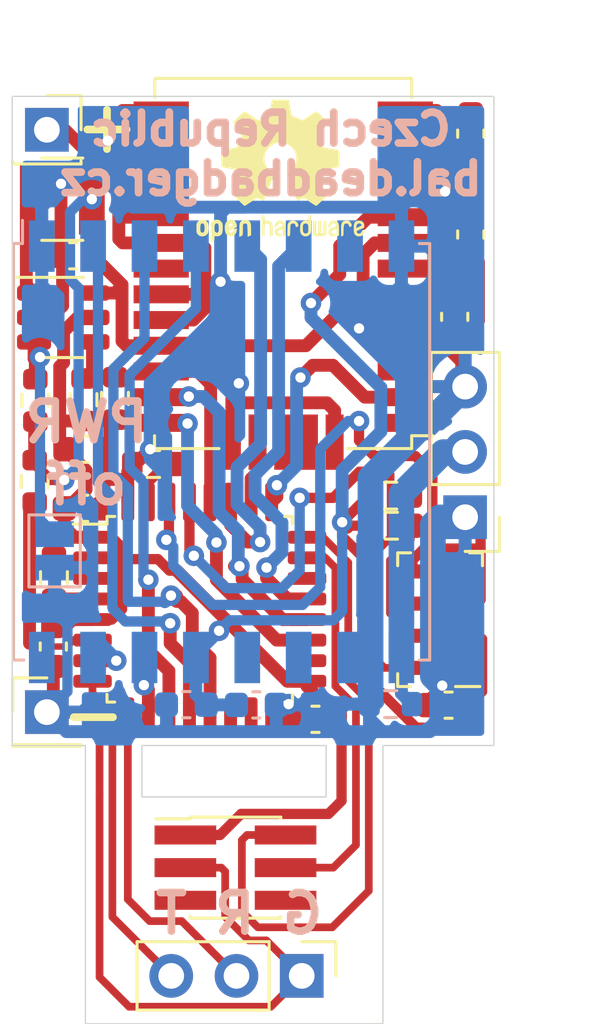
<source format=kicad_pcb>
(kicad_pcb (version 20171130) (host pcbnew 5.1.9)

  (general
    (thickness 1.6)
    (drawings 19)
    (tracks 538)
    (zones 0)
    (modules 33)
    (nets 30)
  )

  (page A4)
  (title_block
    (title "Picoballoon probe")
    (date 2021-03-27)
    (rev 0.1)
    (company Kajus)
    (comment 1 "Use 0.6 mm PCB thickness")
    (comment 2 "Snap off the programmer header before launch")
  )

  (layers
    (0 F.Cu signal)
    (31 B.Cu signal)
    (32 B.Adhes user)
    (33 F.Adhes user)
    (34 B.Paste user)
    (35 F.Paste user)
    (36 B.SilkS user)
    (37 F.SilkS user)
    (38 B.Mask user)
    (39 F.Mask user)
    (40 Dwgs.User user)
    (41 Cmts.User user)
    (42 Eco1.User user)
    (43 Eco2.User user)
    (44 Edge.Cuts user)
    (45 Margin user)
    (46 B.CrtYd user hide)
    (47 F.CrtYd user hide)
    (48 B.Fab user hide)
    (49 F.Fab user hide)
  )

  (setup
    (last_trace_width 0.25)
    (user_trace_width 0.3)
    (user_trace_width 0.4)
    (user_trace_width 0.5)
    (user_trace_width 1)
    (trace_clearance 0.2)
    (zone_clearance 0.508)
    (zone_45_only no)
    (trace_min 0.2)
    (via_size 0.8)
    (via_drill 0.4)
    (via_min_size 0.4)
    (via_min_drill 0.3)
    (uvia_size 0.3)
    (uvia_drill 0.1)
    (uvias_allowed no)
    (uvia_min_size 0.2)
    (uvia_min_drill 0.1)
    (edge_width 0.05)
    (segment_width 0.2)
    (pcb_text_width 0.3)
    (pcb_text_size 1.5 1.5)
    (mod_edge_width 0.12)
    (mod_text_size 1 1)
    (mod_text_width 0.15)
    (pad_size 1.524 1.524)
    (pad_drill 0.762)
    (pad_to_mask_clearance 0)
    (aux_axis_origin 0 0)
    (visible_elements FFFDFF7F)
    (pcbplotparams
      (layerselection 0x010fc_ffffffff)
      (usegerberextensions false)
      (usegerberattributes true)
      (usegerberadvancedattributes true)
      (creategerberjobfile true)
      (excludeedgelayer true)
      (linewidth 0.100000)
      (plotframeref false)
      (viasonmask false)
      (mode 1)
      (useauxorigin false)
      (hpglpennumber 1)
      (hpglpenspeed 20)
      (hpglpendiameter 15.000000)
      (psnegative false)
      (psa4output false)
      (plotreference true)
      (plotvalue true)
      (plotinvisibletext false)
      (padsonsilk false)
      (subtractmaskfromsilk false)
      (outputformat 1)
      (mirror false)
      (drillshape 0)
      (scaleselection 1)
      (outputdirectory "gerber/"))
  )

  (net 0 "")
  (net 1 GND)
  (net 2 +3V3)
  (net 3 +BATT)
  (net 4 /DEBUG_RXD)
  (net 5 /DEBUG_TXD)
  (net 6 /SWCLK)
  (net 7 /SWDIO)
  (net 8 "Net-(J5-Pad2)")
  (net 9 "Net-(L1-Pad2)")
  (net 10 /SCL)
  (net 11 /SDA)
  (net 12 "Net-(R4-Pad1)")
  (net 13 /VBATT)
  (net 14 "Net-(R7-Pad2)")
  (net 15 /GPS_FIX)
  (net 16 "Net-(U3-Pad16)")
  (net 17 /GPS_FENCE)
  (net 18 /GPS_RXD)
  (net 19 /GPS_TXD)
  (net 20 /GPS_ON)
  (net 21 /RFM_RESET)
  (net 22 /RFM_CS)
  (net 23 /SCK)
  (net 24 /MISO)
  (net 25 /MOSI)
  (net 26 /RFM_IO0)
  (net 27 /RFM_IO1)
  (net 28 "Net-(JP1-Pad1)")
  (net 29 "Net-(R5-Pad1)")

  (net_class Default "This is the default net class."
    (clearance 0.2)
    (trace_width 0.25)
    (via_dia 0.8)
    (via_drill 0.4)
    (uvia_dia 0.3)
    (uvia_drill 0.1)
    (add_net +3V3)
    (add_net +BATT)
    (add_net /DEBUG_RXD)
    (add_net /DEBUG_TXD)
    (add_net /GPS_FENCE)
    (add_net /GPS_FIX)
    (add_net /GPS_ON)
    (add_net /GPS_RXD)
    (add_net /GPS_TXD)
    (add_net /MISO)
    (add_net /MOSI)
    (add_net /RFM_CS)
    (add_net /RFM_IO0)
    (add_net /RFM_IO1)
    (add_net /RFM_RESET)
    (add_net /SCK)
    (add_net /SCL)
    (add_net /SDA)
    (add_net /SWCLK)
    (add_net /SWDIO)
    (add_net /VBATT)
    (add_net GND)
    (add_net "Net-(J5-Pad2)")
    (add_net "Net-(JP1-Pad1)")
    (add_net "Net-(L1-Pad2)")
    (add_net "Net-(R4-Pad1)")
    (add_net "Net-(R5-Pad1)")
    (add_net "Net-(R7-Pad2)")
    (add_net "Net-(U3-Pad16)")
  )

  (module Symbol:OSHW-Logo2_7.3x6mm_SilkScreen (layer F.Cu) (tedit 0) (tstamp 605F7829)
    (at 130.19 61.54)
    (descr "Open Source Hardware Symbol")
    (tags "Logo Symbol OSHW")
    (attr virtual)
    (fp_text reference REF** (at 0 0) (layer F.SilkS) hide
      (effects (font (size 1 1) (thickness 0.15)))
    )
    (fp_text value OSHW-Logo2_7.3x6mm_SilkScreen (at 0.75 0) (layer F.Fab) hide
      (effects (font (size 1 1) (thickness 0.15)))
    )
    (fp_poly (pts (xy -2.400256 1.919918) (xy -2.344799 1.947568) (xy -2.295852 1.99848) (xy -2.282371 2.017338)
      (xy -2.267686 2.042015) (xy -2.258158 2.068816) (xy -2.252707 2.104587) (xy -2.250253 2.156169)
      (xy -2.249714 2.224267) (xy -2.252148 2.317588) (xy -2.260606 2.387657) (xy -2.276826 2.439931)
      (xy -2.302546 2.479869) (xy -2.339503 2.512929) (xy -2.342218 2.514886) (xy -2.37864 2.534908)
      (xy -2.422498 2.544815) (xy -2.478276 2.547257) (xy -2.568952 2.547257) (xy -2.56899 2.635283)
      (xy -2.569834 2.684308) (xy -2.574976 2.713065) (xy -2.588413 2.730311) (xy -2.614142 2.744808)
      (xy -2.620321 2.747769) (xy -2.649236 2.761648) (xy -2.671624 2.770414) (xy -2.688271 2.771171)
      (xy -2.699964 2.761023) (xy -2.70749 2.737073) (xy -2.711634 2.696426) (xy -2.713185 2.636186)
      (xy -2.712929 2.553455) (xy -2.711651 2.445339) (xy -2.711252 2.413) (xy -2.709815 2.301524)
      (xy -2.708528 2.228603) (xy -2.569029 2.228603) (xy -2.568245 2.290499) (xy -2.56476 2.330997)
      (xy -2.556876 2.357708) (xy -2.542895 2.378244) (xy -2.533403 2.38826) (xy -2.494596 2.417567)
      (xy -2.460237 2.419952) (xy -2.424784 2.39575) (xy -2.423886 2.394857) (xy -2.409461 2.376153)
      (xy -2.400687 2.350732) (xy -2.396261 2.311584) (xy -2.394882 2.251697) (xy -2.394857 2.23843)
      (xy -2.398188 2.155901) (xy -2.409031 2.098691) (xy -2.42866 2.063766) (xy -2.45835 2.048094)
      (xy -2.475509 2.046514) (xy -2.516234 2.053926) (xy -2.544168 2.07833) (xy -2.560983 2.12298)
      (xy -2.56835 2.19113) (xy -2.569029 2.228603) (xy -2.708528 2.228603) (xy -2.708292 2.215245)
      (xy -2.706323 2.150333) (xy -2.70355 2.102958) (xy -2.699612 2.06929) (xy -2.694151 2.045498)
      (xy -2.686808 2.027753) (xy -2.677223 2.012224) (xy -2.673113 2.006381) (xy -2.618595 1.951185)
      (xy -2.549664 1.91989) (xy -2.469928 1.911165) (xy -2.400256 1.919918)) (layer F.SilkS) (width 0.01))
    (fp_poly (pts (xy -1.283907 1.92778) (xy -1.237328 1.954723) (xy -1.204943 1.981466) (xy -1.181258 2.009484)
      (xy -1.164941 2.043748) (xy -1.154661 2.089227) (xy -1.149086 2.150892) (xy -1.146884 2.233711)
      (xy -1.146629 2.293246) (xy -1.146629 2.512391) (xy -1.208314 2.540044) (xy -1.27 2.567697)
      (xy -1.277257 2.32767) (xy -1.280256 2.238028) (xy -1.283402 2.172962) (xy -1.287299 2.128026)
      (xy -1.292553 2.09877) (xy -1.299769 2.080748) (xy -1.30955 2.069511) (xy -1.312688 2.067079)
      (xy -1.360239 2.048083) (xy -1.408303 2.0556) (xy -1.436914 2.075543) (xy -1.448553 2.089675)
      (xy -1.456609 2.10822) (xy -1.461729 2.136334) (xy -1.464559 2.179173) (xy -1.465744 2.241895)
      (xy -1.465943 2.307261) (xy -1.465982 2.389268) (xy -1.467386 2.447316) (xy -1.472086 2.486465)
      (xy -1.482013 2.51178) (xy -1.499097 2.528323) (xy -1.525268 2.541156) (xy -1.560225 2.554491)
      (xy -1.598404 2.569007) (xy -1.593859 2.311389) (xy -1.592029 2.218519) (xy -1.589888 2.149889)
      (xy -1.586819 2.100711) (xy -1.582206 2.066198) (xy -1.575432 2.041562) (xy -1.565881 2.022016)
      (xy -1.554366 2.00477) (xy -1.49881 1.94968) (xy -1.43102 1.917822) (xy -1.357287 1.910191)
      (xy -1.283907 1.92778)) (layer F.SilkS) (width 0.01))
    (fp_poly (pts (xy -2.958885 1.921962) (xy -2.890855 1.957733) (xy -2.840649 2.015301) (xy -2.822815 2.052312)
      (xy -2.808937 2.107882) (xy -2.801833 2.178096) (xy -2.80116 2.254727) (xy -2.806573 2.329552)
      (xy -2.81773 2.394342) (xy -2.834286 2.440873) (xy -2.839374 2.448887) (xy -2.899645 2.508707)
      (xy -2.971231 2.544535) (xy -3.048908 2.55502) (xy -3.127452 2.53881) (xy -3.149311 2.529092)
      (xy -3.191878 2.499143) (xy -3.229237 2.459433) (xy -3.232768 2.454397) (xy -3.247119 2.430124)
      (xy -3.256606 2.404178) (xy -3.26221 2.370022) (xy -3.264914 2.321119) (xy -3.265701 2.250935)
      (xy -3.265714 2.2352) (xy -3.265678 2.230192) (xy -3.120571 2.230192) (xy -3.119727 2.29643)
      (xy -3.116404 2.340386) (xy -3.109417 2.368779) (xy -3.097584 2.388325) (xy -3.091543 2.394857)
      (xy -3.056814 2.41968) (xy -3.023097 2.418548) (xy -2.989005 2.397016) (xy -2.968671 2.374029)
      (xy -2.956629 2.340478) (xy -2.949866 2.287569) (xy -2.949402 2.281399) (xy -2.948248 2.185513)
      (xy -2.960312 2.114299) (xy -2.98543 2.068194) (xy -3.02344 2.047635) (xy -3.037008 2.046514)
      (xy -3.072636 2.052152) (xy -3.097006 2.071686) (xy -3.111907 2.109042) (xy -3.119125 2.16815)
      (xy -3.120571 2.230192) (xy -3.265678 2.230192) (xy -3.265174 2.160413) (xy -3.262904 2.108159)
      (xy -3.257932 2.071949) (xy -3.249287 2.045299) (xy -3.235995 2.021722) (xy -3.233057 2.017338)
      (xy -3.183687 1.958249) (xy -3.129891 1.923947) (xy -3.064398 1.910331) (xy -3.042158 1.909665)
      (xy -2.958885 1.921962)) (layer F.SilkS) (width 0.01))
    (fp_poly (pts (xy -1.831697 1.931239) (xy -1.774473 1.969735) (xy -1.730251 2.025335) (xy -1.703833 2.096086)
      (xy -1.69849 2.148162) (xy -1.699097 2.169893) (xy -1.704178 2.186531) (xy -1.718145 2.201437)
      (xy -1.745411 2.217973) (xy -1.790388 2.239498) (xy -1.857489 2.269374) (xy -1.857829 2.269524)
      (xy -1.919593 2.297813) (xy -1.970241 2.322933) (xy -2.004596 2.342179) (xy -2.017482 2.352848)
      (xy -2.017486 2.352934) (xy -2.006128 2.376166) (xy -1.979569 2.401774) (xy -1.949077 2.420221)
      (xy -1.93363 2.423886) (xy -1.891485 2.411212) (xy -1.855192 2.379471) (xy -1.837483 2.344572)
      (xy -1.820448 2.318845) (xy -1.787078 2.289546) (xy -1.747851 2.264235) (xy -1.713244 2.250471)
      (xy -1.706007 2.249714) (xy -1.697861 2.26216) (xy -1.69737 2.293972) (xy -1.703357 2.336866)
      (xy -1.714643 2.382558) (xy -1.73005 2.422761) (xy -1.730829 2.424322) (xy -1.777196 2.489062)
      (xy -1.837289 2.533097) (xy -1.905535 2.554711) (xy -1.976362 2.552185) (xy -2.044196 2.523804)
      (xy -2.047212 2.521808) (xy -2.100573 2.473448) (xy -2.13566 2.410352) (xy -2.155078 2.327387)
      (xy -2.157684 2.304078) (xy -2.162299 2.194055) (xy -2.156767 2.142748) (xy -2.017486 2.142748)
      (xy -2.015676 2.174753) (xy -2.005778 2.184093) (xy -1.981102 2.177105) (xy -1.942205 2.160587)
      (xy -1.898725 2.139881) (xy -1.897644 2.139333) (xy -1.860791 2.119949) (xy -1.846 2.107013)
      (xy -1.849647 2.093451) (xy -1.865005 2.075632) (xy -1.904077 2.049845) (xy -1.946154 2.04795)
      (xy -1.983897 2.066717) (xy -2.009966 2.102915) (xy -2.017486 2.142748) (xy -2.156767 2.142748)
      (xy -2.152806 2.106027) (xy -2.12845 2.036212) (xy -2.094544 1.987302) (xy -2.033347 1.937878)
      (xy -1.965937 1.913359) (xy -1.89712 1.911797) (xy -1.831697 1.931239)) (layer F.SilkS) (width 0.01))
    (fp_poly (pts (xy -0.624114 1.851289) (xy -0.619861 1.910613) (xy -0.614975 1.945572) (xy -0.608205 1.96082)
      (xy -0.598298 1.961015) (xy -0.595086 1.959195) (xy -0.552356 1.946015) (xy -0.496773 1.946785)
      (xy -0.440263 1.960333) (xy -0.404918 1.977861) (xy -0.368679 2.005861) (xy -0.342187 2.037549)
      (xy -0.324001 2.077813) (xy -0.312678 2.131543) (xy -0.306778 2.203626) (xy -0.304857 2.298951)
      (xy -0.304823 2.317237) (xy -0.3048 2.522646) (xy -0.350509 2.53858) (xy -0.382973 2.54942)
      (xy -0.400785 2.554468) (xy -0.401309 2.554514) (xy -0.403063 2.540828) (xy -0.404556 2.503076)
      (xy -0.405674 2.446224) (xy -0.406303 2.375234) (xy -0.4064 2.332073) (xy -0.406602 2.246973)
      (xy -0.407642 2.185981) (xy -0.410169 2.144177) (xy -0.414836 2.116642) (xy -0.422293 2.098456)
      (xy -0.433189 2.084698) (xy -0.439993 2.078073) (xy -0.486728 2.051375) (xy -0.537728 2.049375)
      (xy -0.583999 2.071955) (xy -0.592556 2.080107) (xy -0.605107 2.095436) (xy -0.613812 2.113618)
      (xy -0.619369 2.139909) (xy -0.622474 2.179562) (xy -0.623824 2.237832) (xy -0.624114 2.318173)
      (xy -0.624114 2.522646) (xy -0.669823 2.53858) (xy -0.702287 2.54942) (xy -0.720099 2.554468)
      (xy -0.720623 2.554514) (xy -0.721963 2.540623) (xy -0.723172 2.501439) (xy -0.724199 2.4407)
      (xy -0.724998 2.362141) (xy -0.725519 2.269498) (xy -0.725714 2.166509) (xy -0.725714 1.769342)
      (xy -0.678543 1.749444) (xy -0.631371 1.729547) (xy -0.624114 1.851289)) (layer F.SilkS) (width 0.01))
    (fp_poly (pts (xy 0.039744 1.950968) (xy 0.096616 1.972087) (xy 0.097267 1.972493) (xy 0.13244 1.99838)
      (xy 0.158407 2.028633) (xy 0.17667 2.068058) (xy 0.188732 2.121462) (xy 0.196096 2.193651)
      (xy 0.200264 2.289432) (xy 0.200629 2.303078) (xy 0.205876 2.508842) (xy 0.161716 2.531678)
      (xy 0.129763 2.54711) (xy 0.11047 2.554423) (xy 0.109578 2.554514) (xy 0.106239 2.541022)
      (xy 0.103587 2.504626) (xy 0.101956 2.451452) (xy 0.1016 2.408393) (xy 0.101592 2.338641)
      (xy 0.098403 2.294837) (xy 0.087288 2.273944) (xy 0.063501 2.272925) (xy 0.022296 2.288741)
      (xy -0.039914 2.317815) (xy -0.085659 2.341963) (xy -0.109187 2.362913) (xy -0.116104 2.385747)
      (xy -0.116114 2.386877) (xy -0.104701 2.426212) (xy -0.070908 2.447462) (xy -0.019191 2.450539)
      (xy 0.018061 2.450006) (xy 0.037703 2.460735) (xy 0.049952 2.486505) (xy 0.057002 2.519337)
      (xy 0.046842 2.537966) (xy 0.043017 2.540632) (xy 0.007001 2.55134) (xy -0.043434 2.552856)
      (xy -0.095374 2.545759) (xy -0.132178 2.532788) (xy -0.183062 2.489585) (xy -0.211986 2.429446)
      (xy -0.217714 2.382462) (xy -0.213343 2.340082) (xy -0.197525 2.305488) (xy -0.166203 2.274763)
      (xy -0.115322 2.24399) (xy -0.040824 2.209252) (xy -0.036286 2.207288) (xy 0.030821 2.176287)
      (xy 0.072232 2.150862) (xy 0.089981 2.128014) (xy 0.086107 2.104745) (xy 0.062643 2.078056)
      (xy 0.055627 2.071914) (xy 0.00863 2.0481) (xy -0.040067 2.049103) (xy -0.082478 2.072451)
      (xy -0.110616 2.115675) (xy -0.113231 2.12416) (xy -0.138692 2.165308) (xy -0.170999 2.185128)
      (xy -0.217714 2.20477) (xy -0.217714 2.15395) (xy -0.203504 2.080082) (xy -0.161325 2.012327)
      (xy -0.139376 1.989661) (xy -0.089483 1.960569) (xy -0.026033 1.9474) (xy 0.039744 1.950968)) (layer F.SilkS) (width 0.01))
    (fp_poly (pts (xy 0.529926 1.949755) (xy 0.595858 1.974084) (xy 0.649273 2.017117) (xy 0.670164 2.047409)
      (xy 0.692939 2.102994) (xy 0.692466 2.143186) (xy 0.668562 2.170217) (xy 0.659717 2.174813)
      (xy 0.62153 2.189144) (xy 0.602028 2.185472) (xy 0.595422 2.161407) (xy 0.595086 2.148114)
      (xy 0.582992 2.09921) (xy 0.551471 2.064999) (xy 0.507659 2.048476) (xy 0.458695 2.052634)
      (xy 0.418894 2.074227) (xy 0.40545 2.086544) (xy 0.395921 2.101487) (xy 0.389485 2.124075)
      (xy 0.385317 2.159328) (xy 0.382597 2.212266) (xy 0.380502 2.287907) (xy 0.37996 2.311857)
      (xy 0.377981 2.39379) (xy 0.375731 2.451455) (xy 0.372357 2.489608) (xy 0.367006 2.513004)
      (xy 0.358824 2.526398) (xy 0.346959 2.534545) (xy 0.339362 2.538144) (xy 0.307102 2.550452)
      (xy 0.288111 2.554514) (xy 0.281836 2.540948) (xy 0.278006 2.499934) (xy 0.2766 2.430999)
      (xy 0.277598 2.333669) (xy 0.277908 2.318657) (xy 0.280101 2.229859) (xy 0.282693 2.165019)
      (xy 0.286382 2.119067) (xy 0.291864 2.086935) (xy 0.299835 2.063553) (xy 0.310993 2.043852)
      (xy 0.31683 2.03541) (xy 0.350296 1.998057) (xy 0.387727 1.969003) (xy 0.392309 1.966467)
      (xy 0.459426 1.946443) (xy 0.529926 1.949755)) (layer F.SilkS) (width 0.01))
    (fp_poly (pts (xy 1.190117 2.065358) (xy 1.189933 2.173837) (xy 1.189219 2.257287) (xy 1.187675 2.319704)
      (xy 1.185001 2.365085) (xy 1.180894 2.397429) (xy 1.175055 2.420733) (xy 1.167182 2.438995)
      (xy 1.161221 2.449418) (xy 1.111855 2.505945) (xy 1.049264 2.541377) (xy 0.980013 2.55409)
      (xy 0.910668 2.542463) (xy 0.869375 2.521568) (xy 0.826025 2.485422) (xy 0.796481 2.441276)
      (xy 0.778655 2.383462) (xy 0.770463 2.306313) (xy 0.769302 2.249714) (xy 0.769458 2.245647)
      (xy 0.870857 2.245647) (xy 0.871476 2.31055) (xy 0.874314 2.353514) (xy 0.88084 2.381622)
      (xy 0.892523 2.401953) (xy 0.906483 2.417288) (xy 0.953365 2.44689) (xy 1.003701 2.449419)
      (xy 1.051276 2.424705) (xy 1.054979 2.421356) (xy 1.070783 2.403935) (xy 1.080693 2.383209)
      (xy 1.086058 2.352362) (xy 1.088228 2.304577) (xy 1.088571 2.251748) (xy 1.087827 2.185381)
      (xy 1.084748 2.141106) (xy 1.078061 2.112009) (xy 1.066496 2.091173) (xy 1.057013 2.080107)
      (xy 1.01296 2.052198) (xy 0.962224 2.048843) (xy 0.913796 2.070159) (xy 0.90445 2.078073)
      (xy 0.88854 2.095647) (xy 0.87861 2.116587) (xy 0.873278 2.147782) (xy 0.871163 2.196122)
      (xy 0.870857 2.245647) (xy 0.769458 2.245647) (xy 0.77281 2.158568) (xy 0.784726 2.090086)
      (xy 0.807135 2.0386) (xy 0.842124 1.998443) (xy 0.869375 1.977861) (xy 0.918907 1.955625)
      (xy 0.976316 1.945304) (xy 1.029682 1.948067) (xy 1.059543 1.959212) (xy 1.071261 1.962383)
      (xy 1.079037 1.950557) (xy 1.084465 1.918866) (xy 1.088571 1.870593) (xy 1.093067 1.816829)
      (xy 1.099313 1.784482) (xy 1.110676 1.765985) (xy 1.130528 1.75377) (xy 1.143 1.748362)
      (xy 1.190171 1.728601) (xy 1.190117 2.065358)) (layer F.SilkS) (width 0.01))
    (fp_poly (pts (xy 1.779833 1.958663) (xy 1.782048 1.99685) (xy 1.783784 2.054886) (xy 1.784899 2.12818)
      (xy 1.785257 2.205055) (xy 1.785257 2.465196) (xy 1.739326 2.511127) (xy 1.707675 2.539429)
      (xy 1.67989 2.550893) (xy 1.641915 2.550168) (xy 1.62684 2.548321) (xy 1.579726 2.542948)
      (xy 1.540756 2.539869) (xy 1.531257 2.539585) (xy 1.499233 2.541445) (xy 1.453432 2.546114)
      (xy 1.435674 2.548321) (xy 1.392057 2.551735) (xy 1.362745 2.54432) (xy 1.33368 2.521427)
      (xy 1.323188 2.511127) (xy 1.277257 2.465196) (xy 1.277257 1.978602) (xy 1.314226 1.961758)
      (xy 1.346059 1.949282) (xy 1.364683 1.944914) (xy 1.369458 1.958718) (xy 1.373921 1.997286)
      (xy 1.377775 2.056356) (xy 1.380722 2.131663) (xy 1.382143 2.195286) (xy 1.386114 2.445657)
      (xy 1.420759 2.450556) (xy 1.452268 2.447131) (xy 1.467708 2.436041) (xy 1.472023 2.415308)
      (xy 1.475708 2.371145) (xy 1.478469 2.309146) (xy 1.480012 2.234909) (xy 1.480235 2.196706)
      (xy 1.480457 1.976783) (xy 1.526166 1.960849) (xy 1.558518 1.950015) (xy 1.576115 1.944962)
      (xy 1.576623 1.944914) (xy 1.578388 1.958648) (xy 1.580329 1.99673) (xy 1.582282 2.054482)
      (xy 1.584084 2.127227) (xy 1.585343 2.195286) (xy 1.589314 2.445657) (xy 1.6764 2.445657)
      (xy 1.680396 2.21724) (xy 1.684392 1.988822) (xy 1.726847 1.966868) (xy 1.758192 1.951793)
      (xy 1.776744 1.944951) (xy 1.777279 1.944914) (xy 1.779833 1.958663)) (layer F.SilkS) (width 0.01))
    (fp_poly (pts (xy 2.144876 1.956335) (xy 2.186667 1.975344) (xy 2.219469 1.998378) (xy 2.243503 2.024133)
      (xy 2.260097 2.057358) (xy 2.270577 2.1028) (xy 2.276271 2.165207) (xy 2.278507 2.249327)
      (xy 2.278743 2.304721) (xy 2.278743 2.520826) (xy 2.241774 2.53767) (xy 2.212656 2.549981)
      (xy 2.198231 2.554514) (xy 2.195472 2.541025) (xy 2.193282 2.504653) (xy 2.191942 2.451542)
      (xy 2.191657 2.409372) (xy 2.190434 2.348447) (xy 2.187136 2.300115) (xy 2.182321 2.270518)
      (xy 2.178496 2.264229) (xy 2.152783 2.270652) (xy 2.112418 2.287125) (xy 2.065679 2.309458)
      (xy 2.020845 2.333457) (xy 1.986193 2.35493) (xy 1.970002 2.369685) (xy 1.969938 2.369845)
      (xy 1.97133 2.397152) (xy 1.983818 2.423219) (xy 2.005743 2.444392) (xy 2.037743 2.451474)
      (xy 2.065092 2.450649) (xy 2.103826 2.450042) (xy 2.124158 2.459116) (xy 2.136369 2.483092)
      (xy 2.137909 2.487613) (xy 2.143203 2.521806) (xy 2.129047 2.542568) (xy 2.092148 2.552462)
      (xy 2.052289 2.554292) (xy 1.980562 2.540727) (xy 1.943432 2.521355) (xy 1.897576 2.475845)
      (xy 1.873256 2.419983) (xy 1.871073 2.360957) (xy 1.891629 2.305953) (xy 1.922549 2.271486)
      (xy 1.95342 2.252189) (xy 2.001942 2.227759) (xy 2.058485 2.202985) (xy 2.06791 2.199199)
      (xy 2.130019 2.171791) (xy 2.165822 2.147634) (xy 2.177337 2.123619) (xy 2.16658 2.096635)
      (xy 2.148114 2.075543) (xy 2.104469 2.049572) (xy 2.056446 2.047624) (xy 2.012406 2.067637)
      (xy 1.980709 2.107551) (xy 1.976549 2.117848) (xy 1.952327 2.155724) (xy 1.916965 2.183842)
      (xy 1.872343 2.206917) (xy 1.872343 2.141485) (xy 1.874969 2.101506) (xy 1.88623 2.069997)
      (xy 1.911199 2.036378) (xy 1.935169 2.010484) (xy 1.972441 1.973817) (xy 2.001401 1.954121)
      (xy 2.032505 1.94622) (xy 2.067713 1.944914) (xy 2.144876 1.956335)) (layer F.SilkS) (width 0.01))
    (fp_poly (pts (xy 2.6526 1.958752) (xy 2.669948 1.966334) (xy 2.711356 1.999128) (xy 2.746765 2.046547)
      (xy 2.768664 2.097151) (xy 2.772229 2.122098) (xy 2.760279 2.156927) (xy 2.734067 2.175357)
      (xy 2.705964 2.186516) (xy 2.693095 2.188572) (xy 2.686829 2.173649) (xy 2.674456 2.141175)
      (xy 2.669028 2.126502) (xy 2.63859 2.075744) (xy 2.59452 2.050427) (xy 2.53801 2.051206)
      (xy 2.533825 2.052203) (xy 2.503655 2.066507) (xy 2.481476 2.094393) (xy 2.466327 2.139287)
      (xy 2.45725 2.204615) (xy 2.453286 2.293804) (xy 2.452914 2.341261) (xy 2.45273 2.416071)
      (xy 2.451522 2.467069) (xy 2.448309 2.499471) (xy 2.442109 2.518495) (xy 2.43194 2.529356)
      (xy 2.416819 2.537272) (xy 2.415946 2.53767) (xy 2.386828 2.549981) (xy 2.372403 2.554514)
      (xy 2.370186 2.540809) (xy 2.368289 2.502925) (xy 2.366847 2.445715) (xy 2.365998 2.374027)
      (xy 2.365829 2.321565) (xy 2.366692 2.220047) (xy 2.37007 2.143032) (xy 2.377142 2.086023)
      (xy 2.389088 2.044526) (xy 2.40709 2.014043) (xy 2.432327 1.99008) (xy 2.457247 1.973355)
      (xy 2.517171 1.951097) (xy 2.586911 1.946076) (xy 2.6526 1.958752)) (layer F.SilkS) (width 0.01))
    (fp_poly (pts (xy 3.153595 1.966966) (xy 3.211021 2.004497) (xy 3.238719 2.038096) (xy 3.260662 2.099064)
      (xy 3.262405 2.147308) (xy 3.258457 2.211816) (xy 3.109686 2.276934) (xy 3.037349 2.310202)
      (xy 2.990084 2.336964) (xy 2.965507 2.360144) (xy 2.961237 2.382667) (xy 2.974889 2.407455)
      (xy 2.989943 2.423886) (xy 3.033746 2.450235) (xy 3.081389 2.452081) (xy 3.125145 2.431546)
      (xy 3.157289 2.390752) (xy 3.163038 2.376347) (xy 3.190576 2.331356) (xy 3.222258 2.312182)
      (xy 3.265714 2.295779) (xy 3.265714 2.357966) (xy 3.261872 2.400283) (xy 3.246823 2.435969)
      (xy 3.21528 2.476943) (xy 3.210592 2.482267) (xy 3.175506 2.51872) (xy 3.145347 2.538283)
      (xy 3.107615 2.547283) (xy 3.076335 2.55023) (xy 3.020385 2.550965) (xy 2.980555 2.54166)
      (xy 2.955708 2.527846) (xy 2.916656 2.497467) (xy 2.889625 2.464613) (xy 2.872517 2.423294)
      (xy 2.863238 2.367521) (xy 2.859693 2.291305) (xy 2.85941 2.252622) (xy 2.860372 2.206247)
      (xy 2.948007 2.206247) (xy 2.949023 2.231126) (xy 2.951556 2.2352) (xy 2.968274 2.229665)
      (xy 3.004249 2.215017) (xy 3.052331 2.19419) (xy 3.062386 2.189714) (xy 3.123152 2.158814)
      (xy 3.156632 2.131657) (xy 3.16399 2.10622) (xy 3.146391 2.080481) (xy 3.131856 2.069109)
      (xy 3.07941 2.046364) (xy 3.030322 2.050122) (xy 2.989227 2.077884) (xy 2.960758 2.127152)
      (xy 2.951631 2.166257) (xy 2.948007 2.206247) (xy 2.860372 2.206247) (xy 2.861285 2.162249)
      (xy 2.868196 2.095384) (xy 2.881884 2.046695) (xy 2.904096 2.010849) (xy 2.936574 1.982513)
      (xy 2.950733 1.973355) (xy 3.015053 1.949507) (xy 3.085473 1.948006) (xy 3.153595 1.966966)) (layer F.SilkS) (width 0.01))
    (fp_poly (pts (xy 0.10391 -2.757652) (xy 0.182454 -2.757222) (xy 0.239298 -2.756058) (xy 0.278105 -2.753793)
      (xy 0.302538 -2.75006) (xy 0.316262 -2.744494) (xy 0.32294 -2.736727) (xy 0.326236 -2.726395)
      (xy 0.326556 -2.725057) (xy 0.331562 -2.700921) (xy 0.340829 -2.653299) (xy 0.353392 -2.587259)
      (xy 0.368287 -2.507872) (xy 0.384551 -2.420204) (xy 0.385119 -2.417125) (xy 0.40141 -2.331211)
      (xy 0.416652 -2.255304) (xy 0.429861 -2.193955) (xy 0.440054 -2.151718) (xy 0.446248 -2.133145)
      (xy 0.446543 -2.132816) (xy 0.464788 -2.123747) (xy 0.502405 -2.108633) (xy 0.551271 -2.090738)
      (xy 0.551543 -2.090642) (xy 0.613093 -2.067507) (xy 0.685657 -2.038035) (xy 0.754057 -2.008403)
      (xy 0.757294 -2.006938) (xy 0.868702 -1.956374) (xy 1.115399 -2.12484) (xy 1.191077 -2.176197)
      (xy 1.259631 -2.222111) (xy 1.317088 -2.25997) (xy 1.359476 -2.287163) (xy 1.382825 -2.301079)
      (xy 1.385042 -2.302111) (xy 1.40201 -2.297516) (xy 1.433701 -2.275345) (xy 1.481352 -2.234553)
      (xy 1.546198 -2.174095) (xy 1.612397 -2.109773) (xy 1.676214 -2.046388) (xy 1.733329 -1.988549)
      (xy 1.780305 -1.939825) (xy 1.813703 -1.90379) (xy 1.830085 -1.884016) (xy 1.830694 -1.882998)
      (xy 1.832505 -1.869428) (xy 1.825683 -1.847267) (xy 1.80854 -1.813522) (xy 1.779393 -1.7652)
      (xy 1.736555 -1.699308) (xy 1.679448 -1.614483) (xy 1.628766 -1.539823) (xy 1.583461 -1.47286)
      (xy 1.54615 -1.417484) (xy 1.519452 -1.37758) (xy 1.505985 -1.357038) (xy 1.505137 -1.355644)
      (xy 1.506781 -1.335962) (xy 1.519245 -1.297707) (xy 1.540048 -1.248111) (xy 1.547462 -1.232272)
      (xy 1.579814 -1.16171) (xy 1.614328 -1.081647) (xy 1.642365 -1.012371) (xy 1.662568 -0.960955)
      (xy 1.678615 -0.921881) (xy 1.687888 -0.901459) (xy 1.689041 -0.899886) (xy 1.706096 -0.897279)
      (xy 1.746298 -0.890137) (xy 1.804302 -0.879477) (xy 1.874763 -0.866315) (xy 1.952335 -0.851667)
      (xy 2.031672 -0.836551) (xy 2.107431 -0.821982) (xy 2.174264 -0.808978) (xy 2.226828 -0.798555)
      (xy 2.259776 -0.79173) (xy 2.267857 -0.789801) (xy 2.276205 -0.785038) (xy 2.282506 -0.774282)
      (xy 2.287045 -0.753902) (xy 2.290104 -0.720266) (xy 2.291967 -0.669745) (xy 2.292918 -0.598708)
      (xy 2.29324 -0.503524) (xy 2.293257 -0.464508) (xy 2.293257 -0.147201) (xy 2.217057 -0.132161)
      (xy 2.174663 -0.124005) (xy 2.1114 -0.112101) (xy 2.034962 -0.097884) (xy 1.953043 -0.08279)
      (xy 1.9304 -0.078645) (xy 1.854806 -0.063947) (xy 1.788953 -0.049495) (xy 1.738366 -0.036625)
      (xy 1.708574 -0.026678) (xy 1.703612 -0.023713) (xy 1.691426 -0.002717) (xy 1.673953 0.037967)
      (xy 1.654577 0.090322) (xy 1.650734 0.1016) (xy 1.625339 0.171523) (xy 1.593817 0.250418)
      (xy 1.562969 0.321266) (xy 1.562817 0.321595) (xy 1.511447 0.432733) (xy 1.680399 0.681253)
      (xy 1.849352 0.929772) (xy 1.632429 1.147058) (xy 1.566819 1.211726) (xy 1.506979 1.268733)
      (xy 1.456267 1.315033) (xy 1.418046 1.347584) (xy 1.395675 1.363343) (xy 1.392466 1.364343)
      (xy 1.373626 1.356469) (xy 1.33518 1.334578) (xy 1.28133 1.301267) (xy 1.216276 1.259131)
      (xy 1.14594 1.211943) (xy 1.074555 1.16381) (xy 1.010908 1.121928) (xy 0.959041 1.088871)
      (xy 0.922995 1.067218) (xy 0.906867 1.059543) (xy 0.887189 1.066037) (xy 0.849875 1.08315)
      (xy 0.802621 1.107326) (xy 0.797612 1.110013) (xy 0.733977 1.141927) (xy 0.690341 1.157579)
      (xy 0.663202 1.157745) (xy 0.649057 1.143204) (xy 0.648975 1.143) (xy 0.641905 1.125779)
      (xy 0.625042 1.084899) (xy 0.599695 1.023525) (xy 0.567171 0.944819) (xy 0.528778 0.851947)
      (xy 0.485822 0.748072) (xy 0.444222 0.647502) (xy 0.398504 0.536516) (xy 0.356526 0.433703)
      (xy 0.319548 0.342215) (xy 0.288827 0.265201) (xy 0.265622 0.205815) (xy 0.25119 0.167209)
      (xy 0.246743 0.1528) (xy 0.257896 0.136272) (xy 0.287069 0.10993) (xy 0.325971 0.080887)
      (xy 0.436757 -0.010961) (xy 0.523351 -0.116241) (xy 0.584716 -0.232734) (xy 0.619815 -0.358224)
      (xy 0.627608 -0.490493) (xy 0.621943 -0.551543) (xy 0.591078 -0.678205) (xy 0.53792 -0.790059)
      (xy 0.465767 -0.885999) (xy 0.377917 -0.964924) (xy 0.277665 -1.02573) (xy 0.16831 -1.067313)
      (xy 0.053147 -1.088572) (xy -0.064525 -1.088401) (xy -0.18141 -1.065699) (xy -0.294211 -1.019362)
      (xy -0.399631 -0.948287) (xy -0.443632 -0.908089) (xy -0.528021 -0.804871) (xy -0.586778 -0.692075)
      (xy -0.620296 -0.57299) (xy -0.628965 -0.450905) (xy -0.613177 -0.329107) (xy -0.573322 -0.210884)
      (xy -0.509793 -0.099525) (xy -0.422979 0.001684) (xy -0.325971 0.080887) (xy -0.285563 0.111162)
      (xy -0.257018 0.137219) (xy -0.246743 0.152825) (xy -0.252123 0.169843) (xy -0.267425 0.2105)
      (xy -0.291388 0.271642) (xy -0.322756 0.350119) (xy -0.360268 0.44278) (xy -0.402667 0.546472)
      (xy -0.444337 0.647526) (xy -0.49031 0.758607) (xy -0.532893 0.861541) (xy -0.570779 0.953165)
      (xy -0.60266 1.030316) (xy -0.627229 1.089831) (xy -0.64318 1.128544) (xy -0.64909 1.143)
      (xy -0.663052 1.157685) (xy -0.69006 1.157642) (xy -0.733587 1.142099) (xy -0.79711 1.110284)
      (xy -0.797612 1.110013) (xy -0.84544 1.085323) (xy -0.884103 1.067338) (xy -0.905905 1.059614)
      (xy -0.906867 1.059543) (xy -0.923279 1.067378) (xy -0.959513 1.089165) (xy -1.011526 1.122328)
      (xy -1.075275 1.164291) (xy -1.14594 1.211943) (xy -1.217884 1.260191) (xy -1.282726 1.302151)
      (xy -1.336265 1.335227) (xy -1.374303 1.356821) (xy -1.392467 1.364343) (xy -1.409192 1.354457)
      (xy -1.44282 1.326826) (xy -1.48999 1.284495) (xy -1.547342 1.230505) (xy -1.611516 1.167899)
      (xy -1.632503 1.146983) (xy -1.849501 0.929623) (xy -1.684332 0.68722) (xy -1.634136 0.612781)
      (xy -1.590081 0.545972) (xy -1.554638 0.490665) (xy -1.530281 0.450729) (xy -1.519478 0.430036)
      (xy -1.519162 0.428563) (xy -1.524857 0.409058) (xy -1.540174 0.369822) (xy -1.562463 0.31743)
      (xy -1.578107 0.282355) (xy -1.607359 0.215201) (xy -1.634906 0.147358) (xy -1.656263 0.090034)
      (xy -1.662065 0.072572) (xy -1.678548 0.025938) (xy -1.69466 -0.010095) (xy -1.70351 -0.023713)
      (xy -1.72304 -0.032048) (xy -1.765666 -0.043863) (xy -1.825855 -0.057819) (xy -1.898078 -0.072578)
      (xy -1.9304 -0.078645) (xy -2.012478 -0.093727) (xy -2.091205 -0.108331) (xy -2.158891 -0.12102)
      (xy -2.20784 -0.130358) (xy -2.217057 -0.132161) (xy -2.293257 -0.147201) (xy -2.293257 -0.464508)
      (xy -2.293086 -0.568846) (xy -2.292384 -0.647787) (xy -2.290866 -0.704962) (xy -2.288251 -0.744001)
      (xy -2.284254 -0.768535) (xy -2.278591 -0.782195) (xy -2.27098 -0.788611) (xy -2.267857 -0.789801)
      (xy -2.249022 -0.79402) (xy -2.207412 -0.802438) (xy -2.14837 -0.814039) (xy -2.077243 -0.827805)
      (xy -1.999375 -0.84272) (xy -1.920113 -0.857768) (xy -1.844802 -0.871931) (xy -1.778787 -0.884194)
      (xy -1.727413 -0.893539) (xy -1.696025 -0.89895) (xy -1.689041 -0.899886) (xy -1.682715 -0.912404)
      (xy -1.66871 -0.945754) (xy -1.649645 -0.993623) (xy -1.642366 -1.012371) (xy -1.613004 -1.084805)
      (xy -1.578429 -1.16483) (xy -1.547463 -1.232272) (xy -1.524677 -1.283841) (xy -1.509518 -1.326215)
      (xy -1.504458 -1.352166) (xy -1.505264 -1.355644) (xy -1.515959 -1.372064) (xy -1.54038 -1.408583)
      (xy -1.575905 -1.461313) (xy -1.619913 -1.526365) (xy -1.669783 -1.599849) (xy -1.679644 -1.614355)
      (xy -1.737508 -1.700296) (xy -1.780044 -1.765739) (xy -1.808946 -1.813696) (xy -1.82591 -1.84718)
      (xy -1.832633 -1.869205) (xy -1.83081 -1.882783) (xy -1.830764 -1.882869) (xy -1.816414 -1.900703)
      (xy -1.784677 -1.935183) (xy -1.73899 -1.982732) (xy -1.682796 -2.039778) (xy -1.619532 -2.102745)
      (xy -1.612398 -2.109773) (xy -1.53267 -2.18698) (xy -1.471143 -2.24367) (xy -1.426579 -2.28089)
      (xy -1.397743 -2.299685) (xy -1.385042 -2.302111) (xy -1.366506 -2.291529) (xy -1.328039 -2.267084)
      (xy -1.273614 -2.231388) (xy -1.207202 -2.187053) (xy -1.132775 -2.136689) (xy -1.115399 -2.12484)
      (xy -0.868703 -1.956374) (xy -0.757294 -2.006938) (xy -0.689543 -2.036405) (xy -0.616817 -2.066041)
      (xy -0.554297 -2.08967) (xy -0.551543 -2.090642) (xy -0.50264 -2.108543) (xy -0.464943 -2.12368)
      (xy -0.446575 -2.13279) (xy -0.446544 -2.132816) (xy -0.440715 -2.149283) (xy -0.430808 -2.189781)
      (xy -0.417805 -2.249758) (xy -0.402691 -2.32466) (xy -0.386448 -2.409936) (xy -0.385119 -2.417125)
      (xy -0.368825 -2.504986) (xy -0.353867 -2.58474) (xy -0.341209 -2.651319) (xy -0.331814 -2.699653)
      (xy -0.326646 -2.724675) (xy -0.326556 -2.725057) (xy -0.323411 -2.735701) (xy -0.317296 -2.743738)
      (xy -0.304547 -2.749533) (xy -0.2815 -2.753453) (xy -0.244491 -2.755865) (xy -0.189856 -2.757135)
      (xy -0.113933 -2.757629) (xy -0.013056 -2.757714) (xy 0 -2.757714) (xy 0.10391 -2.757652)) (layer F.SilkS) (width 0.01))
  )

  (module Jumper:SolderJumper-2_P1.3mm_Open_Pad1.0x1.5mm (layer B.Cu) (tedit 5A3EABFC) (tstamp 605EE724)
    (at 121.4 76.33 270)
    (descr "SMD Solder Jumper, 1x1.5mm Pads, 0.3mm gap, open")
    (tags "solder jumper open")
    (path /609296C6)
    (attr virtual)
    (fp_text reference JP1 (at 0 1.8 270) (layer B.SilkS) hide
      (effects (font (size 1 1) (thickness 0.15)) (justify mirror))
    )
    (fp_text value PWR_CUT (at 0 -1.9 270) (layer B.Fab)
      (effects (font (size 1 1) (thickness 0.15)) (justify mirror))
    )
    (fp_line (start 1.65 -1.25) (end -1.65 -1.25) (layer B.CrtYd) (width 0.05))
    (fp_line (start 1.65 -1.25) (end 1.65 1.25) (layer B.CrtYd) (width 0.05))
    (fp_line (start -1.65 1.25) (end -1.65 -1.25) (layer B.CrtYd) (width 0.05))
    (fp_line (start -1.65 1.25) (end 1.65 1.25) (layer B.CrtYd) (width 0.05))
    (fp_line (start -1.4 1) (end 1.4 1) (layer B.SilkS) (width 0.12))
    (fp_line (start 1.4 1) (end 1.4 -1) (layer B.SilkS) (width 0.12))
    (fp_line (start 1.4 -1) (end -1.4 -1) (layer B.SilkS) (width 0.12))
    (fp_line (start -1.4 -1) (end -1.4 1) (layer B.SilkS) (width 0.12))
    (pad 1 smd rect (at -0.65 0 270) (size 1 1.5) (layers B.Cu B.Mask)
      (net 28 "Net-(JP1-Pad1)"))
    (pad 2 smd rect (at 0.65 0 270) (size 1 1.5) (layers B.Cu B.Mask)
      (net 1 GND))
  )

  (module Connector_PinHeader_2.54mm:PinHeader_1x03_P2.54mm_Vertical (layer F.Cu) (tedit 59FED5CC) (tstamp 605A4FC5)
    (at 137.38 75.02 180)
    (descr "Through hole straight pin header, 1x03, 2.54mm pitch, single row")
    (tags "Through hole pin header THT 1x03 2.54mm single row")
    (path /6056E79B)
    (fp_text reference J5 (at 0 -2.33) (layer F.SilkS) hide
      (effects (font (size 1 1) (thickness 0.15)))
    )
    (fp_text value ANT (at 0 7.41) (layer F.Fab)
      (effects (font (size 1 1) (thickness 0.15)))
    )
    (fp_line (start 1.8 -1.8) (end -1.8 -1.8) (layer F.CrtYd) (width 0.05))
    (fp_line (start 1.8 6.85) (end 1.8 -1.8) (layer F.CrtYd) (width 0.05))
    (fp_line (start -1.8 6.85) (end 1.8 6.85) (layer F.CrtYd) (width 0.05))
    (fp_line (start -1.8 -1.8) (end -1.8 6.85) (layer F.CrtYd) (width 0.05))
    (fp_line (start -1.33 -1.33) (end 0 -1.33) (layer F.SilkS) (width 0.12))
    (fp_line (start -1.33 0) (end -1.33 -1.33) (layer F.SilkS) (width 0.12))
    (fp_line (start -1.33 1.27) (end 1.33 1.27) (layer F.SilkS) (width 0.12))
    (fp_line (start 1.33 1.27) (end 1.33 6.41) (layer F.SilkS) (width 0.12))
    (fp_line (start -1.33 1.27) (end -1.33 6.41) (layer F.SilkS) (width 0.12))
    (fp_line (start -1.33 6.41) (end 1.33 6.41) (layer F.SilkS) (width 0.12))
    (fp_line (start -1.27 -0.635) (end -0.635 -1.27) (layer F.Fab) (width 0.1))
    (fp_line (start -1.27 6.35) (end -1.27 -0.635) (layer F.Fab) (width 0.1))
    (fp_line (start 1.27 6.35) (end -1.27 6.35) (layer F.Fab) (width 0.1))
    (fp_line (start 1.27 -1.27) (end 1.27 6.35) (layer F.Fab) (width 0.1))
    (fp_line (start -0.635 -1.27) (end 1.27 -1.27) (layer F.Fab) (width 0.1))
    (fp_text user %R (at 0 2.54 90) (layer F.Fab)
      (effects (font (size 1 1) (thickness 0.15)))
    )
    (pad 3 thru_hole oval (at 0 5.08 180) (size 1.7 1.7) (drill 1) (layers *.Cu *.Mask)
      (net 1 GND))
    (pad 2 thru_hole oval (at 0 2.54 180) (size 1.7 1.7) (drill 1) (layers *.Cu *.Mask)
      (net 8 "Net-(J5-Pad2)"))
    (pad 1 thru_hole rect (at 0 0 180) (size 1.7 1.7) (drill 1) (layers *.Cu *.Mask)
      (net 1 GND))
    (model ${KISYS3DMOD}/Connector_PinHeader_2.54mm.3dshapes/PinHeader_1x03_P2.54mm_Vertical.wrl
      (at (xyz 0 0 0))
      (scale (xyz 1 1 1))
      (rotate (xyz 0 0 0))
    )
  )

  (module Connector_PinHeader_2.54mm:PinHeader_1x01_P2.54mm_Vertical (layer F.Cu) (tedit 59FED5CC) (tstamp 6055DD68)
    (at 121.1 82.6)
    (descr "Through hole straight pin header, 1x01, 2.54mm pitch, single row")
    (tags "Through hole pin header THT 1x01 2.54mm single row")
    (path /60622234)
    (fp_text reference J2 (at 0 -2.33) (layer F.SilkS) hide
      (effects (font (size 1 1) (thickness 0.15)))
    )
    (fp_text value BATT- (at 0 2.33) (layer F.Fab)
      (effects (font (size 1 1) (thickness 0.15)))
    )
    (fp_line (start -0.635 -1.27) (end 1.27 -1.27) (layer F.Fab) (width 0.1))
    (fp_line (start 1.27 -1.27) (end 1.27 1.27) (layer F.Fab) (width 0.1))
    (fp_line (start 1.27 1.27) (end -1.27 1.27) (layer F.Fab) (width 0.1))
    (fp_line (start -1.27 1.27) (end -1.27 -0.635) (layer F.Fab) (width 0.1))
    (fp_line (start -1.27 -0.635) (end -0.635 -1.27) (layer F.Fab) (width 0.1))
    (fp_line (start -1.33 1.33) (end 1.33 1.33) (layer F.SilkS) (width 0.12))
    (fp_line (start -1.33 1.27) (end -1.33 1.33) (layer F.SilkS) (width 0.12))
    (fp_line (start 1.33 1.27) (end 1.33 1.33) (layer F.SilkS) (width 0.12))
    (fp_line (start -1.33 1.27) (end 1.33 1.27) (layer F.SilkS) (width 0.12))
    (fp_line (start -1.33 0) (end -1.33 -1.33) (layer F.SilkS) (width 0.12))
    (fp_line (start -1.33 -1.33) (end 0 -1.33) (layer F.SilkS) (width 0.12))
    (fp_line (start -1.8 -1.8) (end -1.8 1.8) (layer F.CrtYd) (width 0.05))
    (fp_line (start -1.8 1.8) (end 1.8 1.8) (layer F.CrtYd) (width 0.05))
    (fp_line (start 1.8 1.8) (end 1.8 -1.8) (layer F.CrtYd) (width 0.05))
    (fp_line (start 1.8 -1.8) (end -1.8 -1.8) (layer F.CrtYd) (width 0.05))
    (fp_text user %R (at 0 0 90) (layer F.Fab)
      (effects (font (size 1 1) (thickness 0.15)))
    )
    (pad 1 thru_hole rect (at 0 0) (size 1.7 1.7) (drill 1) (layers *.Cu *.Mask)
      (net 1 GND))
    (model ${KISYS3DMOD}/Connector_PinHeader_2.54mm.3dshapes/PinHeader_1x01_P2.54mm_Vertical.wrl
      (at (xyz 0 0 0))
      (scale (xyz 1 1 1))
      (rotate (xyz 0 0 0))
    )
  )

  (module Resistor_SMD:R_0603_1608Metric (layer F.Cu) (tedit 5F68FEEE) (tstamp 6055788D)
    (at 120.65 70.475 90)
    (descr "Resistor SMD 0603 (1608 Metric), square (rectangular) end terminal, IPC_7351 nominal, (Body size source: IPC-SM-782 page 72, https://www.pcb-3d.com/wordpress/wp-content/uploads/ipc-sm-782a_amendment_1_and_2.pdf), generated with kicad-footprint-generator")
    (tags resistor)
    (path /6092B71E)
    (attr smd)
    (fp_text reference R3 (at 0 -1.43 90) (layer F.SilkS) hide
      (effects (font (size 1 1) (thickness 0.15)))
    )
    (fp_text value 560k (at 0 1.43 90) (layer F.Fab)
      (effects (font (size 1 1) (thickness 0.15)))
    )
    (fp_line (start 1.48 0.73) (end -1.48 0.73) (layer F.CrtYd) (width 0.05))
    (fp_line (start 1.48 -0.73) (end 1.48 0.73) (layer F.CrtYd) (width 0.05))
    (fp_line (start -1.48 -0.73) (end 1.48 -0.73) (layer F.CrtYd) (width 0.05))
    (fp_line (start -1.48 0.73) (end -1.48 -0.73) (layer F.CrtYd) (width 0.05))
    (fp_line (start -0.237258 0.5225) (end 0.237258 0.5225) (layer F.SilkS) (width 0.12))
    (fp_line (start -0.237258 -0.5225) (end 0.237258 -0.5225) (layer F.SilkS) (width 0.12))
    (fp_line (start 0.8 0.4125) (end -0.8 0.4125) (layer F.Fab) (width 0.1))
    (fp_line (start 0.8 -0.4125) (end 0.8 0.4125) (layer F.Fab) (width 0.1))
    (fp_line (start -0.8 -0.4125) (end 0.8 -0.4125) (layer F.Fab) (width 0.1))
    (fp_line (start -0.8 0.4125) (end -0.8 -0.4125) (layer F.Fab) (width 0.1))
    (fp_text user %R (at 0 0 90) (layer F.Fab)
      (effects (font (size 0.4 0.4) (thickness 0.06)))
    )
    (pad 2 smd roundrect (at 0.825 0 90) (size 0.8 0.95) (layers F.Cu F.Paste F.Mask) (roundrect_rratio 0.25)
      (net 28 "Net-(JP1-Pad1)"))
    (pad 1 smd roundrect (at -0.825 0 90) (size 0.8 0.95) (layers F.Cu F.Paste F.Mask) (roundrect_rratio 0.25)
      (net 3 +BATT))
    (model ${KISYS3DMOD}/Resistor_SMD.3dshapes/R_0603_1608Metric.wrl
      (at (xyz 0 0 0))
      (scale (xyz 1 1 1))
      (rotate (xyz 0 0 0))
    )
  )

  (module Package_QFP:LQFP-32_7x7mm_P0.8mm (layer F.Cu) (tedit 5D9F72AF) (tstamp 605685B9)
    (at 127.05 78.6)
    (descr "LQFP, 32 Pin (https://www.nxp.com/docs/en/package-information/SOT358-1.pdf), generated with kicad-footprint-generator ipc_gullwing_generator.py")
    (tags "LQFP QFP")
    (path /606F1C9C)
    (attr smd)
    (fp_text reference U4 (at 0 -5.88) (layer F.SilkS) hide
      (effects (font (size 1 1) (thickness 0.15)))
    )
    (fp_text value STM32F051K8Tx (at 0 5.88) (layer F.Fab)
      (effects (font (size 1 1) (thickness 0.15)))
    )
    (fp_line (start 3.31 3.61) (end 3.61 3.61) (layer F.SilkS) (width 0.12))
    (fp_line (start 3.61 3.61) (end 3.61 3.31) (layer F.SilkS) (width 0.12))
    (fp_line (start -3.31 3.61) (end -3.61 3.61) (layer F.SilkS) (width 0.12))
    (fp_line (start -3.61 3.61) (end -3.61 3.31) (layer F.SilkS) (width 0.12))
    (fp_line (start 3.31 -3.61) (end 3.61 -3.61) (layer F.SilkS) (width 0.12))
    (fp_line (start 3.61 -3.61) (end 3.61 -3.31) (layer F.SilkS) (width 0.12))
    (fp_line (start -3.31 -3.61) (end -3.61 -3.61) (layer F.SilkS) (width 0.12))
    (fp_line (start -3.61 -3.61) (end -3.61 -3.31) (layer F.SilkS) (width 0.12))
    (fp_line (start -3.61 -3.31) (end -4.925 -3.31) (layer F.SilkS) (width 0.12))
    (fp_line (start -2.5 -3.5) (end 3.5 -3.5) (layer F.Fab) (width 0.1))
    (fp_line (start 3.5 -3.5) (end 3.5 3.5) (layer F.Fab) (width 0.1))
    (fp_line (start 3.5 3.5) (end -3.5 3.5) (layer F.Fab) (width 0.1))
    (fp_line (start -3.5 3.5) (end -3.5 -2.5) (layer F.Fab) (width 0.1))
    (fp_line (start -3.5 -2.5) (end -2.5 -3.5) (layer F.Fab) (width 0.1))
    (fp_line (start 0 -5.18) (end -3.3 -5.18) (layer F.CrtYd) (width 0.05))
    (fp_line (start -3.3 -5.18) (end -3.3 -3.75) (layer F.CrtYd) (width 0.05))
    (fp_line (start -3.3 -3.75) (end -3.75 -3.75) (layer F.CrtYd) (width 0.05))
    (fp_line (start -3.75 -3.75) (end -3.75 -3.3) (layer F.CrtYd) (width 0.05))
    (fp_line (start -3.75 -3.3) (end -5.18 -3.3) (layer F.CrtYd) (width 0.05))
    (fp_line (start -5.18 -3.3) (end -5.18 0) (layer F.CrtYd) (width 0.05))
    (fp_line (start 0 -5.18) (end 3.3 -5.18) (layer F.CrtYd) (width 0.05))
    (fp_line (start 3.3 -5.18) (end 3.3 -3.75) (layer F.CrtYd) (width 0.05))
    (fp_line (start 3.3 -3.75) (end 3.75 -3.75) (layer F.CrtYd) (width 0.05))
    (fp_line (start 3.75 -3.75) (end 3.75 -3.3) (layer F.CrtYd) (width 0.05))
    (fp_line (start 3.75 -3.3) (end 5.18 -3.3) (layer F.CrtYd) (width 0.05))
    (fp_line (start 5.18 -3.3) (end 5.18 0) (layer F.CrtYd) (width 0.05))
    (fp_line (start 0 5.18) (end -3.3 5.18) (layer F.CrtYd) (width 0.05))
    (fp_line (start -3.3 5.18) (end -3.3 3.75) (layer F.CrtYd) (width 0.05))
    (fp_line (start -3.3 3.75) (end -3.75 3.75) (layer F.CrtYd) (width 0.05))
    (fp_line (start -3.75 3.75) (end -3.75 3.3) (layer F.CrtYd) (width 0.05))
    (fp_line (start -3.75 3.3) (end -5.18 3.3) (layer F.CrtYd) (width 0.05))
    (fp_line (start -5.18 3.3) (end -5.18 0) (layer F.CrtYd) (width 0.05))
    (fp_line (start 0 5.18) (end 3.3 5.18) (layer F.CrtYd) (width 0.05))
    (fp_line (start 3.3 5.18) (end 3.3 3.75) (layer F.CrtYd) (width 0.05))
    (fp_line (start 3.3 3.75) (end 3.75 3.75) (layer F.CrtYd) (width 0.05))
    (fp_line (start 3.75 3.75) (end 3.75 3.3) (layer F.CrtYd) (width 0.05))
    (fp_line (start 3.75 3.3) (end 5.18 3.3) (layer F.CrtYd) (width 0.05))
    (fp_line (start 5.18 3.3) (end 5.18 0) (layer F.CrtYd) (width 0.05))
    (fp_text user %R (at 0 0) (layer F.Fab)
      (effects (font (size 1 1) (thickness 0.15)))
    )
    (pad 1 smd roundrect (at -4.175 -2.8) (size 1.5 0.5) (layers F.Cu F.Paste F.Mask) (roundrect_rratio 0.25)
      (net 2 +3V3))
    (pad 2 smd roundrect (at -4.175 -2) (size 1.5 0.5) (layers F.Cu F.Paste F.Mask) (roundrect_rratio 0.25))
    (pad 3 smd roundrect (at -4.175 -1.2) (size 1.5 0.5) (layers F.Cu F.Paste F.Mask) (roundrect_rratio 0.25))
    (pad 4 smd roundrect (at -4.175 -0.4) (size 1.5 0.5) (layers F.Cu F.Paste F.Mask) (roundrect_rratio 0.25)
      (net 29 "Net-(R5-Pad1)"))
    (pad 5 smd roundrect (at -4.175 0.4) (size 1.5 0.5) (layers F.Cu F.Paste F.Mask) (roundrect_rratio 0.25)
      (net 2 +3V3))
    (pad 6 smd roundrect (at -4.175 1.2) (size 1.5 0.5) (layers F.Cu F.Paste F.Mask) (roundrect_rratio 0.25)
      (net 13 /VBATT))
    (pad 7 smd roundrect (at -4.175 2) (size 1.5 0.5) (layers F.Cu F.Paste F.Mask) (roundrect_rratio 0.25)
      (net 27 /RFM_IO1))
    (pad 8 smd roundrect (at -4.175 2.8) (size 1.5 0.5) (layers F.Cu F.Paste F.Mask) (roundrect_rratio 0.25)
      (net 5 /DEBUG_TXD))
    (pad 9 smd roundrect (at -2.8 4.175) (size 0.5 1.5) (layers F.Cu F.Paste F.Mask) (roundrect_rratio 0.25)
      (net 4 /DEBUG_RXD))
    (pad 10 smd roundrect (at -2 4.175) (size 0.5 1.5) (layers F.Cu F.Paste F.Mask) (roundrect_rratio 0.25)
      (net 26 /RFM_IO0))
    (pad 11 smd roundrect (at -1.2 4.175) (size 0.5 1.5) (layers F.Cu F.Paste F.Mask) (roundrect_rratio 0.25)
      (net 23 /SCK))
    (pad 12 smd roundrect (at -0.4 4.175) (size 0.5 1.5) (layers F.Cu F.Paste F.Mask) (roundrect_rratio 0.25)
      (net 24 /MISO))
    (pad 13 smd roundrect (at 0.4 4.175) (size 0.5 1.5) (layers F.Cu F.Paste F.Mask) (roundrect_rratio 0.25)
      (net 25 /MOSI))
    (pad 14 smd roundrect (at 1.2 4.175) (size 0.5 1.5) (layers F.Cu F.Paste F.Mask) (roundrect_rratio 0.25))
    (pad 15 smd roundrect (at 2 4.175) (size 0.5 1.5) (layers F.Cu F.Paste F.Mask) (roundrect_rratio 0.25))
    (pad 16 smd roundrect (at 2.8 4.175) (size 0.5 1.5) (layers F.Cu F.Paste F.Mask) (roundrect_rratio 0.25)
      (net 1 GND))
    (pad 17 smd roundrect (at 4.175 2.8) (size 1.5 0.5) (layers F.Cu F.Paste F.Mask) (roundrect_rratio 0.25)
      (net 2 +3V3))
    (pad 18 smd roundrect (at 4.175 2) (size 1.5 0.5) (layers F.Cu F.Paste F.Mask) (roundrect_rratio 0.25))
    (pad 19 smd roundrect (at 4.175 1.2) (size 1.5 0.5) (layers F.Cu F.Paste F.Mask) (roundrect_rratio 0.25)
      (net 19 /GPS_TXD))
    (pad 20 smd roundrect (at 4.175 0.4) (size 1.5 0.5) (layers F.Cu F.Paste F.Mask) (roundrect_rratio 0.25)
      (net 18 /GPS_RXD))
    (pad 21 smd roundrect (at 4.175 -0.4) (size 1.5 0.5) (layers F.Cu F.Paste F.Mask) (roundrect_rratio 0.25)
      (net 21 /RFM_RESET))
    (pad 22 smd roundrect (at 4.175 -1.2) (size 1.5 0.5) (layers F.Cu F.Paste F.Mask) (roundrect_rratio 0.25))
    (pad 23 smd roundrect (at 4.175 -2) (size 1.5 0.5) (layers F.Cu F.Paste F.Mask) (roundrect_rratio 0.25)
      (net 7 /SWDIO))
    (pad 24 smd roundrect (at 4.175 -2.8) (size 1.5 0.5) (layers F.Cu F.Paste F.Mask) (roundrect_rratio 0.25)
      (net 6 /SWCLK))
    (pad 25 smd roundrect (at 2.8 -4.175) (size 0.5 1.5) (layers F.Cu F.Paste F.Mask) (roundrect_rratio 0.25)
      (net 15 /GPS_FIX))
    (pad 26 smd roundrect (at 2 -4.175) (size 0.5 1.5) (layers F.Cu F.Paste F.Mask) (roundrect_rratio 0.25)
      (net 20 /GPS_ON))
    (pad 27 smd roundrect (at 1.2 -4.175) (size 0.5 1.5) (layers F.Cu F.Paste F.Mask) (roundrect_rratio 0.25)
      (net 22 /RFM_CS))
    (pad 28 smd roundrect (at 0.4 -4.175) (size 0.5 1.5) (layers F.Cu F.Paste F.Mask) (roundrect_rratio 0.25)
      (net 17 /GPS_FENCE))
    (pad 29 smd roundrect (at -0.4 -4.175) (size 0.5 1.5) (layers F.Cu F.Paste F.Mask) (roundrect_rratio 0.25)
      (net 10 /SCL))
    (pad 30 smd roundrect (at -1.2 -4.175) (size 0.5 1.5) (layers F.Cu F.Paste F.Mask) (roundrect_rratio 0.25)
      (net 11 /SDA))
    (pad 31 smd roundrect (at -2 -4.175) (size 0.5 1.5) (layers F.Cu F.Paste F.Mask) (roundrect_rratio 0.25)
      (net 12 "Net-(R4-Pad1)"))
    (pad 32 smd roundrect (at -2.8 -4.175) (size 0.5 1.5) (layers F.Cu F.Paste F.Mask) (roundrect_rratio 0.25)
      (net 1 GND))
    (model ${KISYS3DMOD}/Package_QFP.3dshapes/LQFP-32_7x7mm_P0.8mm.wrl
      (at (xyz 0 0 0))
      (scale (xyz 1 1 1))
      (rotate (xyz 0 0 0))
    )
  )

  (module RF_GPS:Quectel_L96 locked (layer F.Cu) (tedit 60550815) (tstamp 6056720F)
    (at 130.3 65.15 180)
    (descr "Quectel L96 GNSS (GPS, GLONASS, Gelileo, BeiDou) https://www.quectel.com/UploadImage/Downlad/Quectel_L96_Hardware_Design_V1.2.pdf")
    (tags "Quectel L96 GNSS")
    (path /605532D7)
    (attr smd)
    (fp_text reference U3 (at -0.01 -8.9 180) (layer F.SilkS) hide
      (effects (font (size 1 1) (thickness 0.15)))
    )
    (fp_text value L96 (at 0 7.8) (layer F.Fab)
      (effects (font (size 1 1) (thickness 0.15)))
    )
    (fp_line (start -5 -7.2) (end -2.5 -7.2) (layer F.SilkS) (width 0.12))
    (fp_line (start -5 -6.7) (end -5 -7.2) (layer F.SilkS) (width 0.12))
    (fp_line (start -5.83 -6.7) (end -5 -6.7) (layer F.SilkS) (width 0.12))
    (fp_line (start -5 7.2) (end -5 6.45) (layer F.SilkS) (width 0.12))
    (fp_line (start 5 7.2) (end -5 7.2) (layer F.SilkS) (width 0.12))
    (fp_line (start 5 6.45) (end 5 7.2) (layer F.SilkS) (width 0.12))
    (fp_line (start 5.01 -7.2) (end 2.5 -7.2) (layer F.SilkS) (width 0.12))
    (fp_line (start 5.01 -6.7) (end 5.01 -7.2) (layer F.SilkS) (width 0.12))
    (fp_line (start -3.8 -7) (end 4.8 -7) (layer F.Fab) (width 0.1))
    (fp_line (start 4.8 -7) (end 4.8 7) (layer F.Fab) (width 0.1))
    (fp_line (start 4.8 7) (end -4.8 7) (layer F.Fab) (width 0.1))
    (fp_line (start -4.8 7) (end -4.8 -6) (layer F.Fab) (width 0.1))
    (fp_line (start -3.8 -7) (end -4.8 -6) (layer F.Fab) (width 0.1))
    (fp_line (start 6.08 -8.28) (end 6.08 7.24) (layer F.CrtYd) (width 0.05))
    (fp_line (start 6.08 7.24) (end -6.08 7.24) (layer F.CrtYd) (width 0.05))
    (fp_line (start -6.08 7.24) (end -6.08 -8.28) (layer F.CrtYd) (width 0.05))
    (fp_line (start -6.08 -8.28) (end 6.08 -8.28) (layer F.CrtYd) (width 0.05))
    (fp_line (start -3.67 7) (end -3.67 2.2) (layer Dwgs.User) (width 0.12))
    (fp_line (start -3.67 2.2) (end 3.67 2.2) (layer Dwgs.User) (width 0.12))
    (fp_line (start 3.67 2.2) (end 3.67 7) (layer Dwgs.User) (width 0.12))
    (fp_line (start 3.67 7) (end -3.67 7) (layer Dwgs.User) (width 0.12))
    (fp_line (start -3.67 4.28) (end -1.59 2.2) (layer Dwgs.User) (width 0.12))
    (fp_line (start 0.71 2.2) (end -3.67 6.58) (layer Dwgs.User) (width 0.12))
    (fp_line (start 3.01 2.2) (end -1.79 7) (layer Dwgs.User) (width 0.12))
    (fp_line (start 0.51 7) (end 3.67 3.84) (layer Dwgs.User) (width 0.12))
    (fp_text user %R (at 0 0) (layer F.Fab) hide
      (effects (font (size 1 1) (thickness 0.15)))
    )
    (pad 31 smd rect (at -2 -6.95 90) (size 2.15 0.7) (layers F.Cu F.Paste F.Mask)
      (net 1 GND))
    (pad 30 smd rect (at -1 -6.95 90) (size 2.15 0.7) (layers F.Cu F.Paste F.Mask))
    (pad 29 smd rect (at 0 -6.95 90) (size 2.15 0.7) (layers F.Cu F.Paste F.Mask))
    (pad 28 smd rect (at 1 -6.95 90) (size 2.15 0.7) (layers F.Cu F.Paste F.Mask)
      (net 20 /GPS_ON))
    (pad 27 smd rect (at 2 -6.95 90) (size 2.15 0.7) (layers F.Cu F.Paste F.Mask)
      (net 1 GND))
    (pad 26 smd rect (at 4.75 -6.2) (size 2.15 0.7) (layers F.Cu F.Paste F.Mask)
      (net 19 /GPS_TXD))
    (pad 25 smd rect (at 4.75 -5.2) (size 2.15 0.7) (layers F.Cu F.Paste F.Mask)
      (net 18 /GPS_RXD))
    (pad 24 smd rect (at 4.75 -4.2) (size 2.15 0.7) (layers F.Cu F.Paste F.Mask)
      (net 17 /GPS_FENCE))
    (pad 23 smd rect (at 4.75 -3.2) (size 2.15 0.7) (layers F.Cu F.Paste F.Mask)
      (net 3 +BATT))
    (pad 22 smd rect (at 4.75 -2.2) (size 2.15 0.7) (layers F.Cu F.Paste F.Mask)
      (net 1 GND))
    (pad 21 smd rect (at 4.75 -1.2) (size 2.15 0.7) (layers F.Cu F.Paste F.Mask)
      (net 1 GND))
    (pad 20 smd rect (at 4.75 -0.2) (size 2.15 0.7) (layers F.Cu F.Paste F.Mask))
    (pad 19 smd rect (at 4.75 0.8) (size 2.15 0.7) (layers F.Cu F.Paste F.Mask)
      (net 1 GND))
    (pad 18 smd rect (at 4.75 1.8) (size 2.15 0.7) (layers F.Cu F.Paste F.Mask)
      (net 1 GND))
    (pad 17 smd rect (at 4.75 2.8) (size 2.15 0.7) (layers F.Cu F.Paste F.Mask)
      (net 16 "Net-(U3-Pad16)"))
    (pad 16 smd rect (at 4.75 3.8) (size 2.15 0.7) (layers F.Cu F.Paste F.Mask)
      (net 16 "Net-(U3-Pad16)"))
    (pad 15 smd rect (at 4.75 4.8) (size 2.15 0.7) (layers F.Cu F.Paste F.Mask)
      (net 1 GND))
    (pad 14 smd rect (at 4.75 5.95) (size 2.15 0.7) (layers F.Cu F.Paste F.Mask)
      (net 1 GND))
    (pad 13 smd rect (at -4.75 5.95) (size 2.15 0.7) (layers F.Cu F.Paste F.Mask)
      (net 1 GND))
    (pad 12 smd rect (at -4.75 4.8) (size 2.15 0.7) (layers F.Cu F.Paste F.Mask)
      (net 1 GND))
    (pad 11 smd rect (at -4.75 3.8) (size 2.15 0.7) (layers F.Cu F.Paste F.Mask)
      (net 1 GND))
    (pad 10 smd rect (at -4.75 2.8) (size 2.15 0.7) (layers F.Cu F.Paste F.Mask)
      (net 1 GND))
    (pad 9 smd rect (at -4.75 1.8) (size 2.15 0.7) (layers F.Cu F.Paste F.Mask)
      (net 2 +3V3))
    (pad 8 smd rect (at -4.75 0.8) (size 2.15 0.7) (layers F.Cu F.Paste F.Mask)
      (net 3 +BATT))
    (pad 7 smd rect (at -4.75 -0.2) (size 2.15 0.7) (layers F.Cu F.Paste F.Mask))
    (pad 6 smd rect (at -4.75 -1.2) (size 2.15 0.7) (layers F.Cu F.Paste F.Mask))
    (pad 5 smd rect (at -4.75 -2.2) (size 2.15 0.7) (layers F.Cu F.Paste F.Mask)
      (net 1 GND))
    (pad 4 smd rect (at -4.75 -3.2) (size 2.15 0.7) (layers F.Cu F.Paste F.Mask)
      (net 1 GND))
    (pad 3 smd rect (at -4.75 -4.2) (size 2.15 0.7) (layers F.Cu F.Paste F.Mask))
    (pad 2 smd rect (at -4.75 -5.2) (size 2.15 0.7) (layers F.Cu F.Paste F.Mask)
      (net 15 /GPS_FIX))
    (pad 1 smd rect (at -4.75 -6.2) (size 2.15 0.7) (layers F.Cu F.Paste F.Mask))
    (model ${KISYS3DMOD}/RF_GPS.3dshapes/Quectel_L96.wrl
      (at (xyz 0 0 0))
      (scale (xyz 1 1 1))
      (rotate (xyz 0 0 0))
    )
  )

  (module Capacitor_SMD:C_0603_1608Metric (layer F.Cu) (tedit 5F68FEEE) (tstamp 605697D5)
    (at 137.6 60.1 90)
    (descr "Capacitor SMD 0603 (1608 Metric), square (rectangular) end terminal, IPC_7351 nominal, (Body size source: IPC-SM-782 page 76, https://www.pcb-3d.com/wordpress/wp-content/uploads/ipc-sm-782a_amendment_1_and_2.pdf), generated with kicad-footprint-generator")
    (tags capacitor)
    (path /60554BE5)
    (attr smd)
    (fp_text reference C1 (at 0 -1.43 90) (layer F.SilkS) hide
      (effects (font (size 1 1) (thickness 0.15)))
    )
    (fp_text value 10u (at 0 1.43 90) (layer F.Fab)
      (effects (font (size 1 1) (thickness 0.15)))
    )
    (fp_line (start 1.48 0.73) (end -1.48 0.73) (layer F.CrtYd) (width 0.05))
    (fp_line (start 1.48 -0.73) (end 1.48 0.73) (layer F.CrtYd) (width 0.05))
    (fp_line (start -1.48 -0.73) (end 1.48 -0.73) (layer F.CrtYd) (width 0.05))
    (fp_line (start -1.48 0.73) (end -1.48 -0.73) (layer F.CrtYd) (width 0.05))
    (fp_line (start -0.14058 0.51) (end 0.14058 0.51) (layer F.SilkS) (width 0.12))
    (fp_line (start -0.14058 -0.51) (end 0.14058 -0.51) (layer F.SilkS) (width 0.12))
    (fp_line (start 0.8 0.4) (end -0.8 0.4) (layer F.Fab) (width 0.1))
    (fp_line (start 0.8 -0.4) (end 0.8 0.4) (layer F.Fab) (width 0.1))
    (fp_line (start -0.8 -0.4) (end 0.8 -0.4) (layer F.Fab) (width 0.1))
    (fp_line (start -0.8 0.4) (end -0.8 -0.4) (layer F.Fab) (width 0.1))
    (fp_text user %R (at 0 0 90) (layer F.Fab)
      (effects (font (size 0.4 0.4) (thickness 0.06)))
    )
    (pad 2 smd roundrect (at 0.775 0 90) (size 0.9 0.95) (layers F.Cu F.Paste F.Mask) (roundrect_rratio 0.25)
      (net 1 GND))
    (pad 1 smd roundrect (at -0.775 0 90) (size 0.9 0.95) (layers F.Cu F.Paste F.Mask) (roundrect_rratio 0.25)
      (net 2 +3V3))
    (model ${KISYS3DMOD}/Capacitor_SMD.3dshapes/C_0603_1608Metric.wrl
      (at (xyz 0 0 0))
      (scale (xyz 1 1 1))
      (rotate (xyz 0 0 0))
    )
  )

  (module Capacitor_SMD:C_0603_1608Metric (layer F.Cu) (tedit 5F68FEEE) (tstamp 605576E8)
    (at 137.6 64.025 270)
    (descr "Capacitor SMD 0603 (1608 Metric), square (rectangular) end terminal, IPC_7351 nominal, (Body size source: IPC-SM-782 page 76, https://www.pcb-3d.com/wordpress/wp-content/uploads/ipc-sm-782a_amendment_1_and_2.pdf), generated with kicad-footprint-generator")
    (tags capacitor)
    (path /6055460A)
    (attr smd)
    (fp_text reference C2 (at 0 -1.43 90) (layer F.SilkS) hide
      (effects (font (size 1 1) (thickness 0.15)))
    )
    (fp_text value 100n (at 0 1.43 90) (layer F.Fab)
      (effects (font (size 1 1) (thickness 0.15)))
    )
    (fp_line (start -0.8 0.4) (end -0.8 -0.4) (layer F.Fab) (width 0.1))
    (fp_line (start -0.8 -0.4) (end 0.8 -0.4) (layer F.Fab) (width 0.1))
    (fp_line (start 0.8 -0.4) (end 0.8 0.4) (layer F.Fab) (width 0.1))
    (fp_line (start 0.8 0.4) (end -0.8 0.4) (layer F.Fab) (width 0.1))
    (fp_line (start -0.14058 -0.51) (end 0.14058 -0.51) (layer F.SilkS) (width 0.12))
    (fp_line (start -0.14058 0.51) (end 0.14058 0.51) (layer F.SilkS) (width 0.12))
    (fp_line (start -1.48 0.73) (end -1.48 -0.73) (layer F.CrtYd) (width 0.05))
    (fp_line (start -1.48 -0.73) (end 1.48 -0.73) (layer F.CrtYd) (width 0.05))
    (fp_line (start 1.48 -0.73) (end 1.48 0.73) (layer F.CrtYd) (width 0.05))
    (fp_line (start 1.48 0.73) (end -1.48 0.73) (layer F.CrtYd) (width 0.05))
    (fp_text user %R (at 0 0 90) (layer F.Fab)
      (effects (font (size 0.4 0.4) (thickness 0.06)))
    )
    (pad 1 smd roundrect (at -0.775 0 270) (size 0.9 0.95) (layers F.Cu F.Paste F.Mask) (roundrect_rratio 0.25)
      (net 2 +3V3))
    (pad 2 smd roundrect (at 0.775 0 270) (size 0.9 0.95) (layers F.Cu F.Paste F.Mask) (roundrect_rratio 0.25)
      (net 1 GND))
    (model ${KISYS3DMOD}/Capacitor_SMD.3dshapes/C_0603_1608Metric.wrl
      (at (xyz 0 0 0))
      (scale (xyz 1 1 1))
      (rotate (xyz 0 0 0))
    )
  )

  (module Capacitor_SMD:C_0603_1608Metric (layer F.Cu) (tedit 5F68FEEE) (tstamp 605A5221)
    (at 136.735 82.33)
    (descr "Capacitor SMD 0603 (1608 Metric), square (rectangular) end terminal, IPC_7351 nominal, (Body size source: IPC-SM-782 page 76, https://www.pcb-3d.com/wordpress/wp-content/uploads/ipc-sm-782a_amendment_1_and_2.pdf), generated with kicad-footprint-generator")
    (tags capacitor)
    (path /6059198D)
    (attr smd)
    (fp_text reference C4 (at 0 -1.43) (layer F.SilkS) hide
      (effects (font (size 1 1) (thickness 0.15)))
    )
    (fp_text value 100n (at 0 1.43) (layer F.Fab)
      (effects (font (size 1 1) (thickness 0.15)))
    )
    (fp_line (start -0.8 0.4) (end -0.8 -0.4) (layer F.Fab) (width 0.1))
    (fp_line (start -0.8 -0.4) (end 0.8 -0.4) (layer F.Fab) (width 0.1))
    (fp_line (start 0.8 -0.4) (end 0.8 0.4) (layer F.Fab) (width 0.1))
    (fp_line (start 0.8 0.4) (end -0.8 0.4) (layer F.Fab) (width 0.1))
    (fp_line (start -0.14058 -0.51) (end 0.14058 -0.51) (layer F.SilkS) (width 0.12))
    (fp_line (start -0.14058 0.51) (end 0.14058 0.51) (layer F.SilkS) (width 0.12))
    (fp_line (start -1.48 0.73) (end -1.48 -0.73) (layer F.CrtYd) (width 0.05))
    (fp_line (start -1.48 -0.73) (end 1.48 -0.73) (layer F.CrtYd) (width 0.05))
    (fp_line (start 1.48 -0.73) (end 1.48 0.73) (layer F.CrtYd) (width 0.05))
    (fp_line (start 1.48 0.73) (end -1.48 0.73) (layer F.CrtYd) (width 0.05))
    (fp_text user %R (at 0 0) (layer F.Fab)
      (effects (font (size 0.4 0.4) (thickness 0.06)))
    )
    (pad 1 smd roundrect (at -0.775 0) (size 0.9 0.95) (layers F.Cu F.Paste F.Mask) (roundrect_rratio 0.25)
      (net 1 GND))
    (pad 2 smd roundrect (at 0.775 0) (size 0.9 0.95) (layers F.Cu F.Paste F.Mask) (roundrect_rratio 0.25)
      (net 2 +3V3))
    (model ${KISYS3DMOD}/Capacitor_SMD.3dshapes/C_0603_1608Metric.wrl
      (at (xyz 0 0 0))
      (scale (xyz 1 1 1))
      (rotate (xyz 0 0 0))
    )
  )

  (module Capacitor_SMD:C_0603_1608Metric (layer F.Cu) (tedit 5F68FEEE) (tstamp 605F5271)
    (at 136.975 67.225 90)
    (descr "Capacitor SMD 0603 (1608 Metric), square (rectangular) end terminal, IPC_7351 nominal, (Body size source: IPC-SM-782 page 76, https://www.pcb-3d.com/wordpress/wp-content/uploads/ipc-sm-782a_amendment_1_and_2.pdf), generated with kicad-footprint-generator")
    (tags capacitor)
    (path /60557620)
    (attr smd)
    (fp_text reference C5 (at 0 -1.43 90) (layer F.SilkS) hide
      (effects (font (size 1 1) (thickness 0.15)))
    )
    (fp_text value 100n (at 0 1.43 90) (layer F.Fab)
      (effects (font (size 1 1) (thickness 0.15)))
    )
    (fp_line (start -0.8 0.4) (end -0.8 -0.4) (layer F.Fab) (width 0.1))
    (fp_line (start -0.8 -0.4) (end 0.8 -0.4) (layer F.Fab) (width 0.1))
    (fp_line (start 0.8 -0.4) (end 0.8 0.4) (layer F.Fab) (width 0.1))
    (fp_line (start 0.8 0.4) (end -0.8 0.4) (layer F.Fab) (width 0.1))
    (fp_line (start -0.14058 -0.51) (end 0.14058 -0.51) (layer F.SilkS) (width 0.12))
    (fp_line (start -0.14058 0.51) (end 0.14058 0.51) (layer F.SilkS) (width 0.12))
    (fp_line (start -1.48 0.73) (end -1.48 -0.73) (layer F.CrtYd) (width 0.05))
    (fp_line (start -1.48 -0.73) (end 1.48 -0.73) (layer F.CrtYd) (width 0.05))
    (fp_line (start 1.48 -0.73) (end 1.48 0.73) (layer F.CrtYd) (width 0.05))
    (fp_line (start 1.48 0.73) (end -1.48 0.73) (layer F.CrtYd) (width 0.05))
    (fp_text user %R (at 0 0 90) (layer F.Fab)
      (effects (font (size 0.4 0.4) (thickness 0.06)))
    )
    (pad 1 smd roundrect (at -0.775 0 90) (size 0.9 0.95) (layers F.Cu F.Paste F.Mask) (roundrect_rratio 0.25)
      (net 1 GND))
    (pad 2 smd roundrect (at 0.775 0 90) (size 0.9 0.95) (layers F.Cu F.Paste F.Mask) (roundrect_rratio 0.25)
      (net 3 +BATT))
    (model ${KISYS3DMOD}/Capacitor_SMD.3dshapes/C_0603_1608Metric.wrl
      (at (xyz 0 0 0))
      (scale (xyz 1 1 1))
      (rotate (xyz 0 0 0))
    )
  )

  (module Capacitor_SMD:C_0603_1608Metric (layer F.Cu) (tedit 5F68FEEE) (tstamp 6055772C)
    (at 122.125 64.85 180)
    (descr "Capacitor SMD 0603 (1608 Metric), square (rectangular) end terminal, IPC_7351 nominal, (Body size source: IPC-SM-782 page 76, https://www.pcb-3d.com/wordpress/wp-content/uploads/ipc-sm-782a_amendment_1_and_2.pdf), generated with kicad-footprint-generator")
    (tags capacitor)
    (path /60666D68)
    (attr smd)
    (fp_text reference C6 (at 0 -1.43) (layer F.SilkS) hide
      (effects (font (size 1 1) (thickness 0.15)))
    )
    (fp_text value 10u (at 0 1.43) (layer F.Fab)
      (effects (font (size 1 1) (thickness 0.15)))
    )
    (fp_line (start 1.48 0.73) (end -1.48 0.73) (layer F.CrtYd) (width 0.05))
    (fp_line (start 1.48 -0.73) (end 1.48 0.73) (layer F.CrtYd) (width 0.05))
    (fp_line (start -1.48 -0.73) (end 1.48 -0.73) (layer F.CrtYd) (width 0.05))
    (fp_line (start -1.48 0.73) (end -1.48 -0.73) (layer F.CrtYd) (width 0.05))
    (fp_line (start -0.14058 0.51) (end 0.14058 0.51) (layer F.SilkS) (width 0.12))
    (fp_line (start -0.14058 -0.51) (end 0.14058 -0.51) (layer F.SilkS) (width 0.12))
    (fp_line (start 0.8 0.4) (end -0.8 0.4) (layer F.Fab) (width 0.1))
    (fp_line (start 0.8 -0.4) (end 0.8 0.4) (layer F.Fab) (width 0.1))
    (fp_line (start -0.8 -0.4) (end 0.8 -0.4) (layer F.Fab) (width 0.1))
    (fp_line (start -0.8 0.4) (end -0.8 -0.4) (layer F.Fab) (width 0.1))
    (fp_text user %R (at 0 0) (layer F.Fab)
      (effects (font (size 0.4 0.4) (thickness 0.06)))
    )
    (pad 2 smd roundrect (at 0.775 0 180) (size 0.9 0.95) (layers F.Cu F.Paste F.Mask) (roundrect_rratio 0.25)
      (net 1 GND))
    (pad 1 smd roundrect (at -0.775 0 180) (size 0.9 0.95) (layers F.Cu F.Paste F.Mask) (roundrect_rratio 0.25)
      (net 3 +BATT))
    (model ${KISYS3DMOD}/Capacitor_SMD.3dshapes/C_0603_1608Metric.wrl
      (at (xyz 0 0 0))
      (scale (xyz 1 1 1))
      (rotate (xyz 0 0 0))
    )
  )

  (module Capacitor_SMD:C_0603_1608Metric (layer F.Cu) (tedit 5F68FEEE) (tstamp 6055FE47)
    (at 121.35 80.05 270)
    (descr "Capacitor SMD 0603 (1608 Metric), square (rectangular) end terminal, IPC_7351 nominal, (Body size source: IPC-SM-782 page 76, https://www.pcb-3d.com/wordpress/wp-content/uploads/ipc-sm-782a_amendment_1_and_2.pdf), generated with kicad-footprint-generator")
    (tags capacitor)
    (path /6084917F)
    (attr smd)
    (fp_text reference C7 (at 0 -1.43 90) (layer F.SilkS) hide
      (effects (font (size 1 1) (thickness 0.15)))
    )
    (fp_text value 100n (at 0 1.43 90) (layer F.Fab)
      (effects (font (size 1 1) (thickness 0.15)))
    )
    (fp_line (start -0.8 0.4) (end -0.8 -0.4) (layer F.Fab) (width 0.1))
    (fp_line (start -0.8 -0.4) (end 0.8 -0.4) (layer F.Fab) (width 0.1))
    (fp_line (start 0.8 -0.4) (end 0.8 0.4) (layer F.Fab) (width 0.1))
    (fp_line (start 0.8 0.4) (end -0.8 0.4) (layer F.Fab) (width 0.1))
    (fp_line (start -0.14058 -0.51) (end 0.14058 -0.51) (layer F.SilkS) (width 0.12))
    (fp_line (start -0.14058 0.51) (end 0.14058 0.51) (layer F.SilkS) (width 0.12))
    (fp_line (start -1.48 0.73) (end -1.48 -0.73) (layer F.CrtYd) (width 0.05))
    (fp_line (start -1.48 -0.73) (end 1.48 -0.73) (layer F.CrtYd) (width 0.05))
    (fp_line (start 1.48 -0.73) (end 1.48 0.73) (layer F.CrtYd) (width 0.05))
    (fp_line (start 1.48 0.73) (end -1.48 0.73) (layer F.CrtYd) (width 0.05))
    (fp_text user %R (at 0 0 90) (layer F.Fab)
      (effects (font (size 0.4 0.4) (thickness 0.06)))
    )
    (pad 1 smd roundrect (at -0.775 0 270) (size 0.9 0.95) (layers F.Cu F.Paste F.Mask) (roundrect_rratio 0.25)
      (net 2 +3V3))
    (pad 2 smd roundrect (at 0.775 0 270) (size 0.9 0.95) (layers F.Cu F.Paste F.Mask) (roundrect_rratio 0.25)
      (net 1 GND))
    (model ${KISYS3DMOD}/Capacitor_SMD.3dshapes/C_0603_1608Metric.wrl
      (at (xyz 0 0 0))
      (scale (xyz 1 1 1))
      (rotate (xyz 0 0 0))
    )
  )

  (module Capacitor_SMD:C_0603_1608Metric (layer F.Cu) (tedit 5F68FEEE) (tstamp 6055774E)
    (at 122.55 74.675)
    (descr "Capacitor SMD 0603 (1608 Metric), square (rectangular) end terminal, IPC_7351 nominal, (Body size source: IPC-SM-782 page 76, https://www.pcb-3d.com/wordpress/wp-content/uploads/ipc-sm-782a_amendment_1_and_2.pdf), generated with kicad-footprint-generator")
    (tags capacitor)
    (path /6084982F)
    (attr smd)
    (fp_text reference C8 (at 0 -1.43) (layer F.SilkS) hide
      (effects (font (size 1 1) (thickness 0.15)))
    )
    (fp_text value 100n (at 0 1.43) (layer F.Fab)
      (effects (font (size 1 1) (thickness 0.15)))
    )
    (fp_line (start 1.48 0.73) (end -1.48 0.73) (layer F.CrtYd) (width 0.05))
    (fp_line (start 1.48 -0.73) (end 1.48 0.73) (layer F.CrtYd) (width 0.05))
    (fp_line (start -1.48 -0.73) (end 1.48 -0.73) (layer F.CrtYd) (width 0.05))
    (fp_line (start -1.48 0.73) (end -1.48 -0.73) (layer F.CrtYd) (width 0.05))
    (fp_line (start -0.14058 0.51) (end 0.14058 0.51) (layer F.SilkS) (width 0.12))
    (fp_line (start -0.14058 -0.51) (end 0.14058 -0.51) (layer F.SilkS) (width 0.12))
    (fp_line (start 0.8 0.4) (end -0.8 0.4) (layer F.Fab) (width 0.1))
    (fp_line (start 0.8 -0.4) (end 0.8 0.4) (layer F.Fab) (width 0.1))
    (fp_line (start -0.8 -0.4) (end 0.8 -0.4) (layer F.Fab) (width 0.1))
    (fp_line (start -0.8 0.4) (end -0.8 -0.4) (layer F.Fab) (width 0.1))
    (fp_text user %R (at 0 0) (layer F.Fab)
      (effects (font (size 0.4 0.4) (thickness 0.06)))
    )
    (pad 2 smd roundrect (at 0.775 0) (size 0.9 0.95) (layers F.Cu F.Paste F.Mask) (roundrect_rratio 0.25)
      (net 1 GND))
    (pad 1 smd roundrect (at -0.775 0) (size 0.9 0.95) (layers F.Cu F.Paste F.Mask) (roundrect_rratio 0.25)
      (net 2 +3V3))
    (model ${KISYS3DMOD}/Capacitor_SMD.3dshapes/C_0603_1608Metric.wrl
      (at (xyz 0 0 0))
      (scale (xyz 1 1 1))
      (rotate (xyz 0 0 0))
    )
  )

  (module Capacitor_SMD:C_0603_1608Metric (layer F.Cu) (tedit 5F68FEEE) (tstamp 6055DFB7)
    (at 122.575 72.375)
    (descr "Capacitor SMD 0603 (1608 Metric), square (rectangular) end terminal, IPC_7351 nominal, (Body size source: IPC-SM-782 page 76, https://www.pcb-3d.com/wordpress/wp-content/uploads/ipc-sm-782a_amendment_1_and_2.pdf), generated with kicad-footprint-generator")
    (tags capacitor)
    (path /60649915)
    (attr smd)
    (fp_text reference C9 (at 0 -1.43) (layer F.SilkS) hide
      (effects (font (size 1 1) (thickness 0.15)))
    )
    (fp_text value 10u (at 0 1.43) (layer F.Fab)
      (effects (font (size 1 1) (thickness 0.15)))
    )
    (fp_line (start -0.8 0.4) (end -0.8 -0.4) (layer F.Fab) (width 0.1))
    (fp_line (start -0.8 -0.4) (end 0.8 -0.4) (layer F.Fab) (width 0.1))
    (fp_line (start 0.8 -0.4) (end 0.8 0.4) (layer F.Fab) (width 0.1))
    (fp_line (start 0.8 0.4) (end -0.8 0.4) (layer F.Fab) (width 0.1))
    (fp_line (start -0.14058 -0.51) (end 0.14058 -0.51) (layer F.SilkS) (width 0.12))
    (fp_line (start -0.14058 0.51) (end 0.14058 0.51) (layer F.SilkS) (width 0.12))
    (fp_line (start -1.48 0.73) (end -1.48 -0.73) (layer F.CrtYd) (width 0.05))
    (fp_line (start -1.48 -0.73) (end 1.48 -0.73) (layer F.CrtYd) (width 0.05))
    (fp_line (start 1.48 -0.73) (end 1.48 0.73) (layer F.CrtYd) (width 0.05))
    (fp_line (start 1.48 0.73) (end -1.48 0.73) (layer F.CrtYd) (width 0.05))
    (fp_text user %R (at 0 0) (layer F.Fab)
      (effects (font (size 0.4 0.4) (thickness 0.06)))
    )
    (pad 1 smd roundrect (at -0.775 0) (size 0.9 0.95) (layers F.Cu F.Paste F.Mask) (roundrect_rratio 0.25)
      (net 2 +3V3))
    (pad 2 smd roundrect (at 0.775 0) (size 0.9 0.95) (layers F.Cu F.Paste F.Mask) (roundrect_rratio 0.25)
      (net 1 GND))
    (model ${KISYS3DMOD}/Capacitor_SMD.3dshapes/C_0603_1608Metric.wrl
      (at (xyz 0 0 0))
      (scale (xyz 1 1 1))
      (rotate (xyz 0 0 0))
    )
  )

  (module Capacitor_SMD:C_0603_1608Metric (layer F.Cu) (tedit 5F68FEEE) (tstamp 605A5E11)
    (at 131.555 82.88 180)
    (descr "Capacitor SMD 0603 (1608 Metric), square (rectangular) end terminal, IPC_7351 nominal, (Body size source: IPC-SM-782 page 76, https://www.pcb-3d.com/wordpress/wp-content/uploads/ipc-sm-782a_amendment_1_and_2.pdf), generated with kicad-footprint-generator")
    (tags capacitor)
    (path /6084A04C)
    (attr smd)
    (fp_text reference C10 (at 0 -1.43) (layer F.SilkS) hide
      (effects (font (size 1 1) (thickness 0.15)))
    )
    (fp_text value 100n (at 0 1.43) (layer F.Fab)
      (effects (font (size 1 1) (thickness 0.15)))
    )
    (fp_line (start -0.8 0.4) (end -0.8 -0.4) (layer F.Fab) (width 0.1))
    (fp_line (start -0.8 -0.4) (end 0.8 -0.4) (layer F.Fab) (width 0.1))
    (fp_line (start 0.8 -0.4) (end 0.8 0.4) (layer F.Fab) (width 0.1))
    (fp_line (start 0.8 0.4) (end -0.8 0.4) (layer F.Fab) (width 0.1))
    (fp_line (start -0.14058 -0.51) (end 0.14058 -0.51) (layer F.SilkS) (width 0.12))
    (fp_line (start -0.14058 0.51) (end 0.14058 0.51) (layer F.SilkS) (width 0.12))
    (fp_line (start -1.48 0.73) (end -1.48 -0.73) (layer F.CrtYd) (width 0.05))
    (fp_line (start -1.48 -0.73) (end 1.48 -0.73) (layer F.CrtYd) (width 0.05))
    (fp_line (start 1.48 -0.73) (end 1.48 0.73) (layer F.CrtYd) (width 0.05))
    (fp_line (start 1.48 0.73) (end -1.48 0.73) (layer F.CrtYd) (width 0.05))
    (fp_text user %R (at 0 0) (layer F.Fab)
      (effects (font (size 0.4 0.4) (thickness 0.06)))
    )
    (pad 1 smd roundrect (at -0.775 0 180) (size 0.9 0.95) (layers F.Cu F.Paste F.Mask) (roundrect_rratio 0.25)
      (net 2 +3V3))
    (pad 2 smd roundrect (at 0.775 0 180) (size 0.9 0.95) (layers F.Cu F.Paste F.Mask) (roundrect_rratio 0.25)
      (net 1 GND))
    (model ${KISYS3DMOD}/Capacitor_SMD.3dshapes/C_0603_1608Metric.wrl
      (at (xyz 0 0 0))
      (scale (xyz 1 1 1))
      (rotate (xyz 0 0 0))
    )
  )

  (module Capacitor_SMD:C_0603_1608Metric (layer B.Cu) (tedit 5F68FEEE) (tstamp 60568A74)
    (at 129.255 82.32)
    (descr "Capacitor SMD 0603 (1608 Metric), square (rectangular) end terminal, IPC_7351 nominal, (Body size source: IPC-SM-782 page 76, https://www.pcb-3d.com/wordpress/wp-content/uploads/ipc-sm-782a_amendment_1_and_2.pdf), generated with kicad-footprint-generator")
    (tags capacitor)
    (path /60580076)
    (attr smd)
    (fp_text reference C11 (at 0 1.43) (layer B.SilkS) hide
      (effects (font (size 1 1) (thickness 0.15)) (justify mirror))
    )
    (fp_text value 10u (at 0 -1.43) (layer B.Fab)
      (effects (font (size 1 1) (thickness 0.15)) (justify mirror))
    )
    (fp_line (start -0.8 -0.4) (end -0.8 0.4) (layer B.Fab) (width 0.1))
    (fp_line (start -0.8 0.4) (end 0.8 0.4) (layer B.Fab) (width 0.1))
    (fp_line (start 0.8 0.4) (end 0.8 -0.4) (layer B.Fab) (width 0.1))
    (fp_line (start 0.8 -0.4) (end -0.8 -0.4) (layer B.Fab) (width 0.1))
    (fp_line (start -0.14058 0.51) (end 0.14058 0.51) (layer B.SilkS) (width 0.12))
    (fp_line (start -0.14058 -0.51) (end 0.14058 -0.51) (layer B.SilkS) (width 0.12))
    (fp_line (start -1.48 -0.73) (end -1.48 0.73) (layer B.CrtYd) (width 0.05))
    (fp_line (start -1.48 0.73) (end 1.48 0.73) (layer B.CrtYd) (width 0.05))
    (fp_line (start 1.48 0.73) (end 1.48 -0.73) (layer B.CrtYd) (width 0.05))
    (fp_line (start 1.48 -0.73) (end -1.48 -0.73) (layer B.CrtYd) (width 0.05))
    (fp_text user %R (at 0 0) (layer B.Fab)
      (effects (font (size 0.4 0.4) (thickness 0.06)) (justify mirror))
    )
    (pad 1 smd roundrect (at -0.775 0) (size 0.9 0.95) (layers B.Cu B.Paste B.Mask) (roundrect_rratio 0.25)
      (net 2 +3V3))
    (pad 2 smd roundrect (at 0.775 0) (size 0.9 0.95) (layers B.Cu B.Paste B.Mask) (roundrect_rratio 0.25)
      (net 1 GND))
    (model ${KISYS3DMOD}/Capacitor_SMD.3dshapes/C_0603_1608Metric.wrl
      (at (xyz 0 0 0))
      (scale (xyz 1 1 1))
      (rotate (xyz 0 0 0))
    )
  )

  (module Capacitor_SMD:C_0603_1608Metric (layer B.Cu) (tedit 5F68FEEE) (tstamp 60557792)
    (at 126.53 82.31 180)
    (descr "Capacitor SMD 0603 (1608 Metric), square (rectangular) end terminal, IPC_7351 nominal, (Body size source: IPC-SM-782 page 76, https://www.pcb-3d.com/wordpress/wp-content/uploads/ipc-sm-782a_amendment_1_and_2.pdf), generated with kicad-footprint-generator")
    (tags capacitor)
    (path /6057F852)
    (attr smd)
    (fp_text reference C12 (at 0 1.43) (layer B.SilkS) hide
      (effects (font (size 1 1) (thickness 0.15)) (justify mirror))
    )
    (fp_text value 100n (at 0 -1.43) (layer B.Fab)
      (effects (font (size 1 1) (thickness 0.15)) (justify mirror))
    )
    (fp_line (start 1.48 -0.73) (end -1.48 -0.73) (layer B.CrtYd) (width 0.05))
    (fp_line (start 1.48 0.73) (end 1.48 -0.73) (layer B.CrtYd) (width 0.05))
    (fp_line (start -1.48 0.73) (end 1.48 0.73) (layer B.CrtYd) (width 0.05))
    (fp_line (start -1.48 -0.73) (end -1.48 0.73) (layer B.CrtYd) (width 0.05))
    (fp_line (start -0.14058 -0.51) (end 0.14058 -0.51) (layer B.SilkS) (width 0.12))
    (fp_line (start -0.14058 0.51) (end 0.14058 0.51) (layer B.SilkS) (width 0.12))
    (fp_line (start 0.8 -0.4) (end -0.8 -0.4) (layer B.Fab) (width 0.1))
    (fp_line (start 0.8 0.4) (end 0.8 -0.4) (layer B.Fab) (width 0.1))
    (fp_line (start -0.8 0.4) (end 0.8 0.4) (layer B.Fab) (width 0.1))
    (fp_line (start -0.8 -0.4) (end -0.8 0.4) (layer B.Fab) (width 0.1))
    (fp_text user %R (at 0 0) (layer B.Fab)
      (effects (font (size 0.4 0.4) (thickness 0.06)) (justify mirror))
    )
    (pad 2 smd roundrect (at 0.775 0 180) (size 0.9 0.95) (layers B.Cu B.Paste B.Mask) (roundrect_rratio 0.25)
      (net 1 GND))
    (pad 1 smd roundrect (at -0.775 0 180) (size 0.9 0.95) (layers B.Cu B.Paste B.Mask) (roundrect_rratio 0.25)
      (net 2 +3V3))
    (model ${KISYS3DMOD}/Capacitor_SMD.3dshapes/C_0603_1608Metric.wrl
      (at (xyz 0 0 0))
      (scale (xyz 1 1 1))
      (rotate (xyz 0 0 0))
    )
  )

  (module Connector_PinSocket_2.54mm:PinSocket_1x01_P2.54mm_Vertical (layer F.Cu) (tedit 5A19A434) (tstamp 60560BA4)
    (at 121.1 59.95)
    (descr "Through hole straight socket strip, 1x01, 2.54mm pitch, single row (from Kicad 4.0.7), script generated")
    (tags "Through hole socket strip THT 1x01 2.54mm single row")
    (path /60621513)
    (fp_text reference J1 (at 0 -2.77) (layer F.SilkS) hide
      (effects (font (size 1 1) (thickness 0.15)))
    )
    (fp_text value BATT+ (at 0 2.77) (layer F.Fab)
      (effects (font (size 1 1) (thickness 0.15)))
    )
    (fp_line (start -1.27 -1.27) (end 0.635 -1.27) (layer F.Fab) (width 0.1))
    (fp_line (start 0.635 -1.27) (end 1.27 -0.635) (layer F.Fab) (width 0.1))
    (fp_line (start 1.27 -0.635) (end 1.27 1.27) (layer F.Fab) (width 0.1))
    (fp_line (start 1.27 1.27) (end -1.27 1.27) (layer F.Fab) (width 0.1))
    (fp_line (start -1.27 1.27) (end -1.27 -1.27) (layer F.Fab) (width 0.1))
    (fp_line (start -1.33 1.33) (end 1.33 1.33) (layer F.SilkS) (width 0.12))
    (fp_line (start -1.33 1.21) (end -1.33 1.33) (layer F.SilkS) (width 0.12))
    (fp_line (start 1.33 1.21) (end 1.33 1.33) (layer F.SilkS) (width 0.12))
    (fp_line (start 1.33 -1.33) (end 1.33 0) (layer F.SilkS) (width 0.12))
    (fp_line (start 0 -1.33) (end 1.33 -1.33) (layer F.SilkS) (width 0.12))
    (fp_line (start -1.8 -1.8) (end 1.75 -1.8) (layer F.CrtYd) (width 0.05))
    (fp_line (start 1.75 -1.8) (end 1.75 1.75) (layer F.CrtYd) (width 0.05))
    (fp_line (start 1.75 1.75) (end -1.8 1.75) (layer F.CrtYd) (width 0.05))
    (fp_line (start -1.8 1.75) (end -1.8 -1.8) (layer F.CrtYd) (width 0.05))
    (fp_text user %R (at 0 0) (layer F.Fab)
      (effects (font (size 1 1) (thickness 0.15)))
    )
    (pad 1 thru_hole rect (at 0 0) (size 1.7 1.7) (drill 1) (layers *.Cu *.Mask)
      (net 3 +BATT))
    (model ${KISYS3DMOD}/Connector_PinSocket_2.54mm.3dshapes/PinSocket_1x01_P2.54mm_Vertical.wrl
      (at (xyz 0 0 0))
      (scale (xyz 1 1 1))
      (rotate (xyz 0 0 0))
    )
  )

  (module Connector_PinHeader_2.54mm:PinHeader_1x03_P2.54mm_Vertical (layer F.Cu) (tedit 59FED5CC) (tstamp 605F54A4)
    (at 131.02 92.86 270)
    (descr "Through hole straight pin header, 1x03, 2.54mm pitch, single row")
    (tags "Through hole pin header THT 1x03 2.54mm single row")
    (path /605E4BE4)
    (fp_text reference J3 (at 0 -2.33 90) (layer F.SilkS) hide
      (effects (font (size 1 1) (thickness 0.15)))
    )
    (fp_text value DEBUG (at 0 7.41 90) (layer F.Fab)
      (effects (font (size 1 1) (thickness 0.15)))
    )
    (fp_line (start -0.635 -1.27) (end 1.27 -1.27) (layer F.Fab) (width 0.1))
    (fp_line (start 1.27 -1.27) (end 1.27 6.35) (layer F.Fab) (width 0.1))
    (fp_line (start 1.27 6.35) (end -1.27 6.35) (layer F.Fab) (width 0.1))
    (fp_line (start -1.27 6.35) (end -1.27 -0.635) (layer F.Fab) (width 0.1))
    (fp_line (start -1.27 -0.635) (end -0.635 -1.27) (layer F.Fab) (width 0.1))
    (fp_line (start -1.33 6.41) (end 1.33 6.41) (layer F.SilkS) (width 0.12))
    (fp_line (start -1.33 1.27) (end -1.33 6.41) (layer F.SilkS) (width 0.12))
    (fp_line (start 1.33 1.27) (end 1.33 6.41) (layer F.SilkS) (width 0.12))
    (fp_line (start -1.33 1.27) (end 1.33 1.27) (layer F.SilkS) (width 0.12))
    (fp_line (start -1.33 0) (end -1.33 -1.33) (layer F.SilkS) (width 0.12))
    (fp_line (start -1.33 -1.33) (end 0 -1.33) (layer F.SilkS) (width 0.12))
    (fp_line (start -1.8 -1.8) (end -1.8 6.85) (layer F.CrtYd) (width 0.05))
    (fp_line (start -1.8 6.85) (end 1.8 6.85) (layer F.CrtYd) (width 0.05))
    (fp_line (start 1.8 6.85) (end 1.8 -1.8) (layer F.CrtYd) (width 0.05))
    (fp_line (start 1.8 -1.8) (end -1.8 -1.8) (layer F.CrtYd) (width 0.05))
    (fp_text user %R (at 0 2.54) (layer F.Fab)
      (effects (font (size 1 1) (thickness 0.15)))
    )
    (pad 1 thru_hole rect (at 0 0 270) (size 1.7 1.7) (drill 1) (layers *.Cu *.Mask)
      (net 1 GND))
    (pad 2 thru_hole oval (at 0 2.54 270) (size 1.7 1.7) (drill 1) (layers *.Cu *.Mask)
      (net 4 /DEBUG_RXD))
    (pad 3 thru_hole oval (at 0 5.08 270) (size 1.7 1.7) (drill 1) (layers *.Cu *.Mask)
      (net 5 /DEBUG_TXD))
    (model ${KISYS3DMOD}/Connector_PinHeader_2.54mm.3dshapes/PinHeader_1x03_P2.54mm_Vertical.wrl
      (at (xyz 0 0 0))
      (scale (xyz 1 1 1))
      (rotate (xyz 0 0 0))
    )
  )

  (module Connector_PinHeader_1.27mm:PinHeader_2x03_P1.27mm_Vertical_SMD (layer F.Cu) (tedit 59FED6E3) (tstamp 60558206)
    (at 128.44 88.65)
    (descr "surface-mounted straight pin header, 2x03, 1.27mm pitch, double rows")
    (tags "Surface mounted pin header SMD 2x03 1.27mm double row")
    (path /605D790B)
    (attr smd)
    (fp_text reference J4 (at 0 -2.965) (layer F.SilkS) hide
      (effects (font (size 1 1) (thickness 0.15)))
    )
    (fp_text value SWD (at 0 2.965) (layer F.Fab)
      (effects (font (size 1 1) (thickness 0.15)))
    )
    (fp_line (start 1.705 1.905) (end -1.705 1.905) (layer F.Fab) (width 0.1))
    (fp_line (start -1.27 -1.905) (end 1.705 -1.905) (layer F.Fab) (width 0.1))
    (fp_line (start -1.705 1.905) (end -1.705 -1.47) (layer F.Fab) (width 0.1))
    (fp_line (start -1.705 -1.47) (end -1.27 -1.905) (layer F.Fab) (width 0.1))
    (fp_line (start 1.705 -1.905) (end 1.705 1.905) (layer F.Fab) (width 0.1))
    (fp_line (start -1.705 -1.47) (end -2.75 -1.47) (layer F.Fab) (width 0.1))
    (fp_line (start -2.75 -1.47) (end -2.75 -1.07) (layer F.Fab) (width 0.1))
    (fp_line (start -2.75 -1.07) (end -1.705 -1.07) (layer F.Fab) (width 0.1))
    (fp_line (start 1.705 -1.47) (end 2.75 -1.47) (layer F.Fab) (width 0.1))
    (fp_line (start 2.75 -1.47) (end 2.75 -1.07) (layer F.Fab) (width 0.1))
    (fp_line (start 2.75 -1.07) (end 1.705 -1.07) (layer F.Fab) (width 0.1))
    (fp_line (start -1.705 -0.2) (end -2.75 -0.2) (layer F.Fab) (width 0.1))
    (fp_line (start -2.75 -0.2) (end -2.75 0.2) (layer F.Fab) (width 0.1))
    (fp_line (start -2.75 0.2) (end -1.705 0.2) (layer F.Fab) (width 0.1))
    (fp_line (start 1.705 -0.2) (end 2.75 -0.2) (layer F.Fab) (width 0.1))
    (fp_line (start 2.75 -0.2) (end 2.75 0.2) (layer F.Fab) (width 0.1))
    (fp_line (start 2.75 0.2) (end 1.705 0.2) (layer F.Fab) (width 0.1))
    (fp_line (start -1.705 1.07) (end -2.75 1.07) (layer F.Fab) (width 0.1))
    (fp_line (start -2.75 1.07) (end -2.75 1.47) (layer F.Fab) (width 0.1))
    (fp_line (start -2.75 1.47) (end -1.705 1.47) (layer F.Fab) (width 0.1))
    (fp_line (start 1.705 1.07) (end 2.75 1.07) (layer F.Fab) (width 0.1))
    (fp_line (start 2.75 1.07) (end 2.75 1.47) (layer F.Fab) (width 0.1))
    (fp_line (start 2.75 1.47) (end 1.705 1.47) (layer F.Fab) (width 0.1))
    (fp_line (start -1.765 -1.965) (end 1.765 -1.965) (layer F.SilkS) (width 0.12))
    (fp_line (start -1.765 1.965) (end 1.765 1.965) (layer F.SilkS) (width 0.12))
    (fp_line (start -3.09 -1.9) (end -1.765 -1.9) (layer F.SilkS) (width 0.12))
    (fp_line (start -1.765 -1.965) (end -1.765 -1.9) (layer F.SilkS) (width 0.12))
    (fp_line (start 1.765 -1.965) (end 1.765 -1.9) (layer F.SilkS) (width 0.12))
    (fp_line (start -1.765 1.9) (end -1.765 1.965) (layer F.SilkS) (width 0.12))
    (fp_line (start 1.765 1.9) (end 1.765 1.965) (layer F.SilkS) (width 0.12))
    (fp_line (start -4.3 -2.45) (end -4.3 2.45) (layer F.CrtYd) (width 0.05))
    (fp_line (start -4.3 2.45) (end 4.3 2.45) (layer F.CrtYd) (width 0.05))
    (fp_line (start 4.3 2.45) (end 4.3 -2.45) (layer F.CrtYd) (width 0.05))
    (fp_line (start 4.3 -2.45) (end -4.3 -2.45) (layer F.CrtYd) (width 0.05))
    (fp_text user %R (at 0 0 90) (layer F.Fab)
      (effects (font (size 1 1) (thickness 0.15)))
    )
    (pad 1 smd rect (at -1.95 -1.27) (size 2.4 0.74) (layers F.Cu F.Paste F.Mask)
      (net 2 +3V3))
    (pad 2 smd rect (at 1.95 -1.27) (size 2.4 0.74) (layers F.Cu F.Paste F.Mask)
      (net 6 /SWCLK))
    (pad 3 smd rect (at -1.95 0) (size 2.4 0.74) (layers F.Cu F.Paste F.Mask)
      (net 1 GND))
    (pad 4 smd rect (at 1.95 0) (size 2.4 0.74) (layers F.Cu F.Paste F.Mask)
      (net 7 /SWDIO))
    (pad 5 smd rect (at -1.95 1.27) (size 2.4 0.74) (layers F.Cu F.Paste F.Mask))
    (pad 6 smd rect (at 1.95 1.27) (size 2.4 0.74) (layers F.Cu F.Paste F.Mask))
    (model ${KISYS3DMOD}/Connector_PinHeader_1.27mm.3dshapes/PinHeader_2x03_P1.27mm_Vertical_SMD.wrl
      (at (xyz 0 0 0))
      (scale (xyz 1 1 1))
      (rotate (xyz 0 0 0))
    )
  )

  (module Inductor_SMD:L_Abracon_ASPI-3012S (layer F.Cu) (tedit 5990349C) (tstamp 60557845)
    (at 121.7 62.65 180)
    (descr "smd shielded power inductor http://www.abracon.com/Magnetics/power/ASPI-3012S.pdf")
    (tags "inductor abracon smd shielded")
    (path /6062E09E)
    (attr smd)
    (fp_text reference L1 (at 0 2.6) (layer F.SilkS) hide
      (effects (font (size 1 1) (thickness 0.15)))
    )
    (fp_text value SRN2510F-4R7M (at 0 -2.7) (layer F.Fab)
      (effects (font (size 1 1) (thickness 0.15)))
    )
    (fp_line (start 2 1.8) (end 2 -1.8) (layer F.CrtYd) (width 0.05))
    (fp_line (start -2 1.8) (end 2 1.8) (layer F.CrtYd) (width 0.05))
    (fp_line (start -2 -1.8) (end -2 1.8) (layer F.CrtYd) (width 0.05))
    (fp_line (start 2 -1.8) (end -2 -1.8) (layer F.CrtYd) (width 0.05))
    (fp_line (start -1 1.3) (end -0.8 1.5) (layer F.Fab) (width 0.1))
    (fp_line (start -1.5 1.3) (end -1 1.3) (layer F.Fab) (width 0.1))
    (fp_line (start -1.5 -1.3) (end -1.5 1.3) (layer F.Fab) (width 0.1))
    (fp_line (start -1 -1.3) (end -1.5 -1.3) (layer F.Fab) (width 0.1))
    (fp_line (start -0.8 -1.5) (end -1 -1.3) (layer F.Fab) (width 0.1))
    (fp_line (start 0.8 -1.5) (end -0.8 -1.5) (layer F.Fab) (width 0.1))
    (fp_line (start 1 -1.3) (end 0.8 -1.5) (layer F.Fab) (width 0.1))
    (fp_line (start 1.5 -1.3) (end 1 -1.3) (layer F.Fab) (width 0.1))
    (fp_line (start 1.5 1.3) (end 1.5 -1.3) (layer F.Fab) (width 0.1))
    (fp_line (start 1 1.3) (end 1.5 1.3) (layer F.Fab) (width 0.1))
    (fp_line (start 0.8 1.5) (end 1 1.3) (layer F.Fab) (width 0.1))
    (fp_line (start -0.8 1.5) (end 0.8 1.5) (layer F.Fab) (width 0.1))
    (fp_line (start -0.8 1.6) (end 0.8 1.6) (layer F.SilkS) (width 0.12))
    (fp_line (start -0.8 -1.6) (end 0.8 -1.6) (layer F.SilkS) (width 0.12))
    (fp_text user %R (at 0 0) (layer F.Fab) hide
      (effects (font (size 0.7 0.7) (thickness 0.105)))
    )
    (pad 1 smd rect (at -1.15 0 180) (size 1 2.75) (layers F.Cu F.Paste F.Mask)
      (net 3 +BATT))
    (pad 2 smd rect (at 1.15 0 180) (size 1 2.75) (layers F.Cu F.Paste F.Mask)
      (net 9 "Net-(L1-Pad2)"))
    (model ${KISYS3DMOD}/Inductor_SMD.3dshapes/L_Abracon_ASPI-3012S.wrl
      (at (xyz 0 0 0))
      (scale (xyz 1 1 1))
      (rotate (xyz 0 0 0))
    )
  )

  (module Resistor_SMD:R_0603_1608Metric (layer F.Cu) (tedit 5F68FEEE) (tstamp 605F0A93)
    (at 134.48 74.18)
    (descr "Resistor SMD 0603 (1608 Metric), square (rectangular) end terminal, IPC_7351 nominal, (Body size source: IPC-SM-782 page 72, https://www.pcb-3d.com/wordpress/wp-content/uploads/ipc-sm-782a_amendment_1_and_2.pdf), generated with kicad-footprint-generator")
    (tags resistor)
    (path /60762687)
    (attr smd)
    (fp_text reference R1 (at 0 -1.43) (layer F.SilkS) hide
      (effects (font (size 1 1) (thickness 0.15)))
    )
    (fp_text value 10k (at 0 1.43) (layer F.Fab)
      (effects (font (size 1 1) (thickness 0.15)))
    )
    (fp_line (start -0.8 0.4125) (end -0.8 -0.4125) (layer F.Fab) (width 0.1))
    (fp_line (start -0.8 -0.4125) (end 0.8 -0.4125) (layer F.Fab) (width 0.1))
    (fp_line (start 0.8 -0.4125) (end 0.8 0.4125) (layer F.Fab) (width 0.1))
    (fp_line (start 0.8 0.4125) (end -0.8 0.4125) (layer F.Fab) (width 0.1))
    (fp_line (start -0.237258 -0.5225) (end 0.237258 -0.5225) (layer F.SilkS) (width 0.12))
    (fp_line (start -0.237258 0.5225) (end 0.237258 0.5225) (layer F.SilkS) (width 0.12))
    (fp_line (start -1.48 0.73) (end -1.48 -0.73) (layer F.CrtYd) (width 0.05))
    (fp_line (start -1.48 -0.73) (end 1.48 -0.73) (layer F.CrtYd) (width 0.05))
    (fp_line (start 1.48 -0.73) (end 1.48 0.73) (layer F.CrtYd) (width 0.05))
    (fp_line (start 1.48 0.73) (end -1.48 0.73) (layer F.CrtYd) (width 0.05))
    (fp_text user %R (at 0 0) (layer F.Fab)
      (effects (font (size 0.4 0.4) (thickness 0.06)))
    )
    (pad 1 smd roundrect (at -0.825 0) (size 0.8 0.95) (layers F.Cu F.Paste F.Mask) (roundrect_rratio 0.25)
      (net 2 +3V3))
    (pad 2 smd roundrect (at 0.825 0) (size 0.8 0.95) (layers F.Cu F.Paste F.Mask) (roundrect_rratio 0.25)
      (net 10 /SCL))
    (model ${KISYS3DMOD}/Resistor_SMD.3dshapes/R_0603_1608Metric.wrl
      (at (xyz 0 0 0))
      (scale (xyz 1 1 1))
      (rotate (xyz 0 0 0))
    )
  )

  (module Resistor_SMD:R_0603_1608Metric (layer F.Cu) (tedit 5F68FEEE) (tstamp 605A4D1F)
    (at 134.51 75.35)
    (descr "Resistor SMD 0603 (1608 Metric), square (rectangular) end terminal, IPC_7351 nominal, (Body size source: IPC-SM-782 page 72, https://www.pcb-3d.com/wordpress/wp-content/uploads/ipc-sm-782a_amendment_1_and_2.pdf), generated with kicad-footprint-generator")
    (tags resistor)
    (path /60762AD2)
    (attr smd)
    (fp_text reference R2 (at 0 -1.43) (layer F.SilkS) hide
      (effects (font (size 1 1) (thickness 0.15)))
    )
    (fp_text value 10k (at 0 1.43) (layer F.Fab)
      (effects (font (size 1 1) (thickness 0.15)))
    )
    (fp_line (start 1.48 0.73) (end -1.48 0.73) (layer F.CrtYd) (width 0.05))
    (fp_line (start 1.48 -0.73) (end 1.48 0.73) (layer F.CrtYd) (width 0.05))
    (fp_line (start -1.48 -0.73) (end 1.48 -0.73) (layer F.CrtYd) (width 0.05))
    (fp_line (start -1.48 0.73) (end -1.48 -0.73) (layer F.CrtYd) (width 0.05))
    (fp_line (start -0.237258 0.5225) (end 0.237258 0.5225) (layer F.SilkS) (width 0.12))
    (fp_line (start -0.237258 -0.5225) (end 0.237258 -0.5225) (layer F.SilkS) (width 0.12))
    (fp_line (start 0.8 0.4125) (end -0.8 0.4125) (layer F.Fab) (width 0.1))
    (fp_line (start 0.8 -0.4125) (end 0.8 0.4125) (layer F.Fab) (width 0.1))
    (fp_line (start -0.8 -0.4125) (end 0.8 -0.4125) (layer F.Fab) (width 0.1))
    (fp_line (start -0.8 0.4125) (end -0.8 -0.4125) (layer F.Fab) (width 0.1))
    (fp_text user %R (at 0 0) (layer F.Fab)
      (effects (font (size 0.4 0.4) (thickness 0.06)))
    )
    (pad 2 smd roundrect (at 0.825 0) (size 0.8 0.95) (layers F.Cu F.Paste F.Mask) (roundrect_rratio 0.25)
      (net 11 /SDA))
    (pad 1 smd roundrect (at -0.825 0) (size 0.8 0.95) (layers F.Cu F.Paste F.Mask) (roundrect_rratio 0.25)
      (net 2 +3V3))
    (model ${KISYS3DMOD}/Resistor_SMD.3dshapes/R_0603_1608Metric.wrl
      (at (xyz 0 0 0))
      (scale (xyz 1 1 1))
      (rotate (xyz 0 0 0))
    )
  )

  (module Resistor_SMD:R_0603_1608Metric (layer F.Cu) (tedit 5F68FEEE) (tstamp 6055789E)
    (at 125.25 72.95 180)
    (descr "Resistor SMD 0603 (1608 Metric), square (rectangular) end terminal, IPC_7351 nominal, (Body size source: IPC-SM-782 page 72, https://www.pcb-3d.com/wordpress/wp-content/uploads/ipc-sm-782a_amendment_1_and_2.pdf), generated with kicad-footprint-generator")
    (tags resistor)
    (path /60724CC2)
    (attr smd)
    (fp_text reference R4 (at 0 -1.43) (layer F.SilkS) hide
      (effects (font (size 1 1) (thickness 0.15)))
    )
    (fp_text value 10k (at 0 1.43) (layer F.Fab)
      (effects (font (size 1 1) (thickness 0.15)))
    )
    (fp_line (start -0.8 0.4125) (end -0.8 -0.4125) (layer F.Fab) (width 0.1))
    (fp_line (start -0.8 -0.4125) (end 0.8 -0.4125) (layer F.Fab) (width 0.1))
    (fp_line (start 0.8 -0.4125) (end 0.8 0.4125) (layer F.Fab) (width 0.1))
    (fp_line (start 0.8 0.4125) (end -0.8 0.4125) (layer F.Fab) (width 0.1))
    (fp_line (start -0.237258 -0.5225) (end 0.237258 -0.5225) (layer F.SilkS) (width 0.12))
    (fp_line (start -0.237258 0.5225) (end 0.237258 0.5225) (layer F.SilkS) (width 0.12))
    (fp_line (start -1.48 0.73) (end -1.48 -0.73) (layer F.CrtYd) (width 0.05))
    (fp_line (start -1.48 -0.73) (end 1.48 -0.73) (layer F.CrtYd) (width 0.05))
    (fp_line (start 1.48 -0.73) (end 1.48 0.73) (layer F.CrtYd) (width 0.05))
    (fp_line (start 1.48 0.73) (end -1.48 0.73) (layer F.CrtYd) (width 0.05))
    (fp_text user %R (at 0 0) (layer F.Fab)
      (effects (font (size 0.4 0.4) (thickness 0.06)))
    )
    (pad 1 smd roundrect (at -0.825 0 180) (size 0.8 0.95) (layers F.Cu F.Paste F.Mask) (roundrect_rratio 0.25)
      (net 12 "Net-(R4-Pad1)"))
    (pad 2 smd roundrect (at 0.825 0 180) (size 0.8 0.95) (layers F.Cu F.Paste F.Mask) (roundrect_rratio 0.25)
      (net 1 GND))
    (model ${KISYS3DMOD}/Resistor_SMD.3dshapes/R_0603_1608Metric.wrl
      (at (xyz 0 0 0))
      (scale (xyz 1 1 1))
      (rotate (xyz 0 0 0))
    )
  )

  (module Resistor_SMD:R_0603_1608Metric (layer F.Cu) (tedit 5F68FEEE) (tstamp 605578AF)
    (at 121.375 77.375 90)
    (descr "Resistor SMD 0603 (1608 Metric), square (rectangular) end terminal, IPC_7351 nominal, (Body size source: IPC-SM-782 page 72, https://www.pcb-3d.com/wordpress/wp-content/uploads/ipc-sm-782a_amendment_1_and_2.pdf), generated with kicad-footprint-generator")
    (tags resistor)
    (path /607242F2)
    (attr smd)
    (fp_text reference R5 (at 0 -1.43 90) (layer F.SilkS) hide
      (effects (font (size 1 1) (thickness 0.15)))
    )
    (fp_text value 10k (at 0 1.43 90) (layer F.Fab)
      (effects (font (size 1 1) (thickness 0.15)))
    )
    (fp_line (start 1.48 0.73) (end -1.48 0.73) (layer F.CrtYd) (width 0.05))
    (fp_line (start 1.48 -0.73) (end 1.48 0.73) (layer F.CrtYd) (width 0.05))
    (fp_line (start -1.48 -0.73) (end 1.48 -0.73) (layer F.CrtYd) (width 0.05))
    (fp_line (start -1.48 0.73) (end -1.48 -0.73) (layer F.CrtYd) (width 0.05))
    (fp_line (start -0.237258 0.5225) (end 0.237258 0.5225) (layer F.SilkS) (width 0.12))
    (fp_line (start -0.237258 -0.5225) (end 0.237258 -0.5225) (layer F.SilkS) (width 0.12))
    (fp_line (start 0.8 0.4125) (end -0.8 0.4125) (layer F.Fab) (width 0.1))
    (fp_line (start 0.8 -0.4125) (end 0.8 0.4125) (layer F.Fab) (width 0.1))
    (fp_line (start -0.8 -0.4125) (end 0.8 -0.4125) (layer F.Fab) (width 0.1))
    (fp_line (start -0.8 0.4125) (end -0.8 -0.4125) (layer F.Fab) (width 0.1))
    (fp_text user %R (at 0 0 90) (layer F.Fab)
      (effects (font (size 0.4 0.4) (thickness 0.06)))
    )
    (pad 2 smd roundrect (at 0.825 0 90) (size 0.8 0.95) (layers F.Cu F.Paste F.Mask) (roundrect_rratio 0.25)
      (net 2 +3V3))
    (pad 1 smd roundrect (at -0.825 0 90) (size 0.8 0.95) (layers F.Cu F.Paste F.Mask) (roundrect_rratio 0.25)
      (net 29 "Net-(R5-Pad1)"))
    (model ${KISYS3DMOD}/Resistor_SMD.3dshapes/R_0603_1608Metric.wrl
      (at (xyz 0 0 0))
      (scale (xyz 1 1 1))
      (rotate (xyz 0 0 0))
    )
  )

  (module Resistor_SMD:R_0603_1608Metric (layer F.Cu) (tedit 5F68FEEE) (tstamp 605578C0)
    (at 120.625 73.625 90)
    (descr "Resistor SMD 0603 (1608 Metric), square (rectangular) end terminal, IPC_7351 nominal, (Body size source: IPC-SM-782 page 72, https://www.pcb-3d.com/wordpress/wp-content/uploads/ipc-sm-782a_amendment_1_and_2.pdf), generated with kicad-footprint-generator")
    (tags resistor)
    (path /6067C97B)
    (attr smd)
    (fp_text reference R6 (at 0 -1.43 90) (layer F.SilkS) hide
      (effects (font (size 1 1) (thickness 0.15)))
    )
    (fp_text value 1M (at 0 1.43 90) (layer F.Fab)
      (effects (font (size 1 1) (thickness 0.15)))
    )
    (fp_line (start -0.8 0.4125) (end -0.8 -0.4125) (layer F.Fab) (width 0.1))
    (fp_line (start -0.8 -0.4125) (end 0.8 -0.4125) (layer F.Fab) (width 0.1))
    (fp_line (start 0.8 -0.4125) (end 0.8 0.4125) (layer F.Fab) (width 0.1))
    (fp_line (start 0.8 0.4125) (end -0.8 0.4125) (layer F.Fab) (width 0.1))
    (fp_line (start -0.237258 -0.5225) (end 0.237258 -0.5225) (layer F.SilkS) (width 0.12))
    (fp_line (start -0.237258 0.5225) (end 0.237258 0.5225) (layer F.SilkS) (width 0.12))
    (fp_line (start -1.48 0.73) (end -1.48 -0.73) (layer F.CrtYd) (width 0.05))
    (fp_line (start -1.48 -0.73) (end 1.48 -0.73) (layer F.CrtYd) (width 0.05))
    (fp_line (start 1.48 -0.73) (end 1.48 0.73) (layer F.CrtYd) (width 0.05))
    (fp_line (start 1.48 0.73) (end -1.48 0.73) (layer F.CrtYd) (width 0.05))
    (fp_text user %R (at 0 0 90) (layer F.Fab)
      (effects (font (size 0.4 0.4) (thickness 0.06)))
    )
    (pad 1 smd roundrect (at -0.825 0 90) (size 0.8 0.95) (layers F.Cu F.Paste F.Mask) (roundrect_rratio 0.25)
      (net 13 /VBATT))
    (pad 2 smd roundrect (at 0.825 0 90) (size 0.8 0.95) (layers F.Cu F.Paste F.Mask) (roundrect_rratio 0.25)
      (net 3 +BATT))
    (model ${KISYS3DMOD}/Resistor_SMD.3dshapes/R_0603_1608Metric.wrl
      (at (xyz 0 0 0))
      (scale (xyz 1 1 1))
      (rotate (xyz 0 0 0))
    )
  )

  (module Resistor_SMD:R_0603_1608Metric (layer F.Cu) (tedit 5F68FEEE) (tstamp 605578D1)
    (at 122.525 70.45 90)
    (descr "Resistor SMD 0603 (1608 Metric), square (rectangular) end terminal, IPC_7351 nominal, (Body size source: IPC-SM-782 page 72, https://www.pcb-3d.com/wordpress/wp-content/uploads/ipc-sm-782a_amendment_1_and_2.pdf), generated with kicad-footprint-generator")
    (tags resistor)
    (path /6063A903)
    (attr smd)
    (fp_text reference R7 (at 0 -1.43 90) (layer F.SilkS) hide
      (effects (font (size 1 1) (thickness 0.15)))
    )
    (fp_text value 680k (at 0 1.43 90) (layer F.Fab)
      (effects (font (size 1 1) (thickness 0.15)))
    )
    (fp_line (start -0.8 0.4125) (end -0.8 -0.4125) (layer F.Fab) (width 0.1))
    (fp_line (start -0.8 -0.4125) (end 0.8 -0.4125) (layer F.Fab) (width 0.1))
    (fp_line (start 0.8 -0.4125) (end 0.8 0.4125) (layer F.Fab) (width 0.1))
    (fp_line (start 0.8 0.4125) (end -0.8 0.4125) (layer F.Fab) (width 0.1))
    (fp_line (start -0.237258 -0.5225) (end 0.237258 -0.5225) (layer F.SilkS) (width 0.12))
    (fp_line (start -0.237258 0.5225) (end 0.237258 0.5225) (layer F.SilkS) (width 0.12))
    (fp_line (start -1.48 0.73) (end -1.48 -0.73) (layer F.CrtYd) (width 0.05))
    (fp_line (start -1.48 -0.73) (end 1.48 -0.73) (layer F.CrtYd) (width 0.05))
    (fp_line (start 1.48 -0.73) (end 1.48 0.73) (layer F.CrtYd) (width 0.05))
    (fp_line (start 1.48 0.73) (end -1.48 0.73) (layer F.CrtYd) (width 0.05))
    (fp_text user %R (at 0 0 90) (layer F.Fab)
      (effects (font (size 0.4 0.4) (thickness 0.06)))
    )
    (pad 1 smd roundrect (at -0.825 0 90) (size 0.8 0.95) (layers F.Cu F.Paste F.Mask) (roundrect_rratio 0.25)
      (net 2 +3V3))
    (pad 2 smd roundrect (at 0.825 0 90) (size 0.8 0.95) (layers F.Cu F.Paste F.Mask) (roundrect_rratio 0.25)
      (net 14 "Net-(R7-Pad2)"))
    (model ${KISYS3DMOD}/Resistor_SMD.3dshapes/R_0603_1608Metric.wrl
      (at (xyz 0 0 0))
      (scale (xyz 1 1 1))
      (rotate (xyz 0 0 0))
    )
  )

  (module Resistor_SMD:R_0603_1608Metric (layer F.Cu) (tedit 5F68FEEE) (tstamp 605578E2)
    (at 123.75 70.4 270)
    (descr "Resistor SMD 0603 (1608 Metric), square (rectangular) end terminal, IPC_7351 nominal, (Body size source: IPC-SM-782 page 72, https://www.pcb-3d.com/wordpress/wp-content/uploads/ipc-sm-782a_amendment_1_and_2.pdf), generated with kicad-footprint-generator")
    (tags resistor)
    (path /6063AE76)
    (attr smd)
    (fp_text reference R8 (at 0 -1.43 90) (layer F.SilkS) hide
      (effects (font (size 1 1) (thickness 0.15)))
    )
    (fp_text value 390k (at 0 1.43 90) (layer F.Fab)
      (effects (font (size 1 1) (thickness 0.15)))
    )
    (fp_line (start 1.48 0.73) (end -1.48 0.73) (layer F.CrtYd) (width 0.05))
    (fp_line (start 1.48 -0.73) (end 1.48 0.73) (layer F.CrtYd) (width 0.05))
    (fp_line (start -1.48 -0.73) (end 1.48 -0.73) (layer F.CrtYd) (width 0.05))
    (fp_line (start -1.48 0.73) (end -1.48 -0.73) (layer F.CrtYd) (width 0.05))
    (fp_line (start -0.237258 0.5225) (end 0.237258 0.5225) (layer F.SilkS) (width 0.12))
    (fp_line (start -0.237258 -0.5225) (end 0.237258 -0.5225) (layer F.SilkS) (width 0.12))
    (fp_line (start 0.8 0.4125) (end -0.8 0.4125) (layer F.Fab) (width 0.1))
    (fp_line (start 0.8 -0.4125) (end 0.8 0.4125) (layer F.Fab) (width 0.1))
    (fp_line (start -0.8 -0.4125) (end 0.8 -0.4125) (layer F.Fab) (width 0.1))
    (fp_line (start -0.8 0.4125) (end -0.8 -0.4125) (layer F.Fab) (width 0.1))
    (fp_text user %R (at 0 0 90) (layer F.Fab)
      (effects (font (size 0.4 0.4) (thickness 0.06)))
    )
    (pad 2 smd roundrect (at 0.825 0 270) (size 0.8 0.95) (layers F.Cu F.Paste F.Mask) (roundrect_rratio 0.25)
      (net 1 GND))
    (pad 1 smd roundrect (at -0.825 0 270) (size 0.8 0.95) (layers F.Cu F.Paste F.Mask) (roundrect_rratio 0.25)
      (net 14 "Net-(R7-Pad2)"))
    (model ${KISYS3DMOD}/Resistor_SMD.3dshapes/R_0603_1608Metric.wrl
      (at (xyz 0 0 0))
      (scale (xyz 1 1 1))
      (rotate (xyz 0 0 0))
    )
  )

  (module Resistor_SMD:R_0603_1608Metric (layer B.Cu) (tedit 5F68FEEE) (tstamp 605A30C1)
    (at 134.485 82.29 180)
    (descr "Resistor SMD 0603 (1608 Metric), square (rectangular) end terminal, IPC_7351 nominal, (Body size source: IPC-SM-782 page 72, https://www.pcb-3d.com/wordpress/wp-content/uploads/ipc-sm-782a_amendment_1_and_2.pdf), generated with kicad-footprint-generator")
    (tags resistor)
    (path /6056CD0B)
    (attr smd)
    (fp_text reference R9 (at 0 1.43) (layer B.SilkS) hide
      (effects (font (size 1 1) (thickness 0.15)) (justify mirror))
    )
    (fp_text value 1M (at 0 -1.43) (layer B.Fab)
      (effects (font (size 1 1) (thickness 0.15)) (justify mirror))
    )
    (fp_line (start 1.48 -0.73) (end -1.48 -0.73) (layer B.CrtYd) (width 0.05))
    (fp_line (start 1.48 0.73) (end 1.48 -0.73) (layer B.CrtYd) (width 0.05))
    (fp_line (start -1.48 0.73) (end 1.48 0.73) (layer B.CrtYd) (width 0.05))
    (fp_line (start -1.48 -0.73) (end -1.48 0.73) (layer B.CrtYd) (width 0.05))
    (fp_line (start -0.237258 -0.5225) (end 0.237258 -0.5225) (layer B.SilkS) (width 0.12))
    (fp_line (start -0.237258 0.5225) (end 0.237258 0.5225) (layer B.SilkS) (width 0.12))
    (fp_line (start 0.8 -0.4125) (end -0.8 -0.4125) (layer B.Fab) (width 0.1))
    (fp_line (start 0.8 0.4125) (end 0.8 -0.4125) (layer B.Fab) (width 0.1))
    (fp_line (start -0.8 0.4125) (end 0.8 0.4125) (layer B.Fab) (width 0.1))
    (fp_line (start -0.8 -0.4125) (end -0.8 0.4125) (layer B.Fab) (width 0.1))
    (fp_text user %R (at 0 0) (layer B.Fab)
      (effects (font (size 0.4 0.4) (thickness 0.06)) (justify mirror))
    )
    (pad 2 smd roundrect (at 0.825 0 180) (size 0.8 0.95) (layers B.Cu B.Paste B.Mask) (roundrect_rratio 0.25)
      (net 1 GND))
    (pad 1 smd roundrect (at -0.825 0 180) (size 0.8 0.95) (layers B.Cu B.Paste B.Mask) (roundrect_rratio 0.25)
      (net 8 "Net-(J5-Pad2)"))
    (model ${KISYS3DMOD}/Resistor_SMD.3dshapes/R_0603_1608Metric.wrl
      (at (xyz 0 0 0))
      (scale (xyz 1 1 1))
      (rotate (xyz 0 0 0))
    )
  )

  (module Package_LGA:LGA-8_3x5mm_P1.25mm (layer F.Cu) (tedit 5A02F217) (tstamp 6055AFD0)
    (at 136.405 79.005 180)
    (descr LGA-8)
    (tags "lga land grid array")
    (path /6058F149)
    (attr smd)
    (fp_text reference U1 (at 0 -3.65) (layer F.SilkS) hide
      (effects (font (size 1 1) (thickness 0.15)))
    )
    (fp_text value MS5607-02BA (at 0 3.65) (layer F.Fab)
      (effects (font (size 1 1) (thickness 0.15)))
    )
    (fp_line (start 1.8 2.75) (end -1.8 2.75) (layer F.CrtYd) (width 0.05))
    (fp_line (start 1.8 2.75) (end 1.8 -2.75) (layer F.CrtYd) (width 0.05))
    (fp_line (start -1.8 -2.75) (end -1.8 2.75) (layer F.CrtYd) (width 0.05))
    (fp_line (start -1.8 -2.75) (end 1.8 -2.75) (layer F.CrtYd) (width 0.05))
    (fp_line (start -1.55 -2.6) (end -0.6 -2.6) (layer F.SilkS) (width 0.12))
    (fp_line (start -1.65 2.6) (end -1.65 2.1) (layer F.SilkS) (width 0.12))
    (fp_line (start -1.15 2.6) (end -1.65 2.6) (layer F.SilkS) (width 0.12))
    (fp_line (start 1.65 2.6) (end 1.15 2.6) (layer F.SilkS) (width 0.12))
    (fp_line (start 1.65 2.1) (end 1.65 2.6) (layer F.SilkS) (width 0.12))
    (fp_line (start 1.65 -2.6) (end 1.65 -2.1) (layer F.SilkS) (width 0.12))
    (fp_line (start 1.15 -2.6) (end 1.65 -2.6) (layer F.SilkS) (width 0.12))
    (fp_line (start -0.75 -2.5) (end 1.5 -2.5) (layer F.Fab) (width 0.1))
    (fp_line (start -1.5 -1.75) (end -0.75 -2.5) (layer F.Fab) (width 0.1))
    (fp_line (start -1.5 2.5) (end -1.5 -1.75) (layer F.Fab) (width 0.1))
    (fp_line (start 1.5 2.5) (end -1.5 2.5) (layer F.Fab) (width 0.1))
    (fp_line (start 1.5 -2.5) (end 1.5 2.5) (layer F.Fab) (width 0.1))
    (fp_text user %R (at 0 0) (layer F.Fab)
      (effects (font (size 0.5 0.5) (thickness 0.075)))
    )
    (pad 5 smd rect (at 1.075 1.875 180) (size 0.95 0.55) (layers F.Cu F.Paste F.Mask)
      (net 1 GND))
    (pad 6 smd rect (at 1.075 0.625 180) (size 0.95 0.55) (layers F.Cu F.Paste F.Mask))
    (pad 7 smd rect (at 1.075 -0.625 180) (size 0.95 0.55) (layers F.Cu F.Paste F.Mask)
      (net 11 /SDA))
    (pad 8 smd rect (at 1.075 -1.875 180) (size 0.95 0.55) (layers F.Cu F.Paste F.Mask)
      (net 10 /SCL))
    (pad 3 smd rect (at -1.075 0.625 180) (size 0.95 0.55) (layers F.Cu F.Paste F.Mask)
      (net 1 GND))
    (pad 2 smd rect (at -1.075 -0.625 180) (size 0.95 0.55) (layers F.Cu F.Paste F.Mask)
      (net 2 +3V3))
    (pad 1 smd rect (at -1.075 -1.875 180) (size 0.95 0.55) (layers F.Cu F.Paste F.Mask)
      (net 2 +3V3))
    (pad 4 smd rect (at -1.075 1.875 180) (size 0.95 0.55) (layers F.Cu F.Paste F.Mask)
      (net 1 GND))
    (model ${KISYS3DMOD}/Package_LGA.3dshapes/LGA-8_3x5mm_P1.25mm.wrl
      (at (xyz 0 0 0))
      (scale (xyz 1 1 1))
      (rotate (xyz 0 0 0))
    )
  )

  (module Package_TO_SOT_SMD:SOT-23-6 (layer F.Cu) (tedit 5F6F9B37) (tstamp 605579C3)
    (at 121.7375 67.25)
    (descr "SOT, 6 Pin (https://www.jedec.org/sites/default/files/docs/Mo-178c.PDF variant AB), generated with kicad-footprint-generator ipc_gullwing_generator.py")
    (tags "SOT TO_SOT_SMD")
    (path /6062C422)
    (attr smd)
    (fp_text reference U5 (at 0 -2.4) (layer F.SilkS) hide
      (effects (font (size 1 1) (thickness 0.15)))
    )
    (fp_text value MCP1640 (at 0 2.4) (layer F.Fab)
      (effects (font (size 1 1) (thickness 0.15)))
    )
    (fp_line (start 0 1.56) (end 0.8 1.56) (layer F.SilkS) (width 0.12))
    (fp_line (start 0 1.56) (end -0.8 1.56) (layer F.SilkS) (width 0.12))
    (fp_line (start 0 -1.56) (end 0.8 -1.56) (layer F.SilkS) (width 0.12))
    (fp_line (start 0 -1.56) (end -1.8 -1.56) (layer F.SilkS) (width 0.12))
    (fp_line (start -0.4 -1.45) (end 0.8 -1.45) (layer F.Fab) (width 0.1))
    (fp_line (start 0.8 -1.45) (end 0.8 1.45) (layer F.Fab) (width 0.1))
    (fp_line (start 0.8 1.45) (end -0.8 1.45) (layer F.Fab) (width 0.1))
    (fp_line (start -0.8 1.45) (end -0.8 -1.05) (layer F.Fab) (width 0.1))
    (fp_line (start -0.8 -1.05) (end -0.4 -1.45) (layer F.Fab) (width 0.1))
    (fp_line (start -2.05 -1.7) (end -2.05 1.7) (layer F.CrtYd) (width 0.05))
    (fp_line (start -2.05 1.7) (end 2.05 1.7) (layer F.CrtYd) (width 0.05))
    (fp_line (start 2.05 1.7) (end 2.05 -1.7) (layer F.CrtYd) (width 0.05))
    (fp_line (start 2.05 -1.7) (end -2.05 -1.7) (layer F.CrtYd) (width 0.05))
    (fp_text user %R (at 0 0) (layer F.Fab)
      (effects (font (size 0.4 0.4) (thickness 0.06)))
    )
    (pad 1 smd roundrect (at -1.1375 -0.95) (size 1.325 0.6) (layers F.Cu F.Paste F.Mask) (roundrect_rratio 0.25)
      (net 9 "Net-(L1-Pad2)"))
    (pad 2 smd roundrect (at -1.1375 0) (size 1.325 0.6) (layers F.Cu F.Paste F.Mask) (roundrect_rratio 0.25)
      (net 1 GND))
    (pad 3 smd roundrect (at -1.1375 0.95) (size 1.325 0.6) (layers F.Cu F.Paste F.Mask) (roundrect_rratio 0.25)
      (net 28 "Net-(JP1-Pad1)"))
    (pad 4 smd roundrect (at 1.1375 0.95) (size 1.325 0.6) (layers F.Cu F.Paste F.Mask) (roundrect_rratio 0.25)
      (net 14 "Net-(R7-Pad2)"))
    (pad 5 smd roundrect (at 1.1375 0) (size 1.325 0.6) (layers F.Cu F.Paste F.Mask) (roundrect_rratio 0.25)
      (net 2 +3V3))
    (pad 6 smd roundrect (at 1.1375 -0.95) (size 1.325 0.6) (layers F.Cu F.Paste F.Mask) (roundrect_rratio 0.25)
      (net 3 +BATT))
    (model ${KISYS3DMOD}/Package_TO_SOT_SMD.3dshapes/SOT-23-6.wrl
      (at (xyz 0 0 0))
      (scale (xyz 1 1 1))
      (rotate (xyz 0 0 0))
    )
  )

  (module RF_Module:HOPERF_RFM9XW_SMD (layer B.Cu) (tedit 5C227243) (tstamp 6055DC71)
    (at 127.9 72.475 270)
    (descr "Low Power Long Range Transceiver Module SMD-16 (https://www.hoperf.com/data/upload/portal/20181127/5bfcbea20e9ef.pdf)")
    (tags "LoRa Low Power Long Range Transceiver Module")
    (path /6056C184)
    (attr smd)
    (fp_text reference U6 (at 0 9.2 90) (layer B.SilkS) hide
      (effects (font (size 1 1) (thickness 0.15)) (justify mirror))
    )
    (fp_text value RFM95W-868S2 (at 0 -9.5 90) (layer B.Fab)
      (effects (font (size 1 1) (thickness 0.15)) (justify mirror))
    )
    (fp_line (start -7 8) (end -8 7) (layer B.Fab) (width 0.1))
    (fp_line (start -8.1 7.75) (end -9 7.75) (layer B.SilkS) (width 0.12))
    (fp_line (start -8.1 8.1) (end -8.1 7.75) (layer B.SilkS) (width 0.12))
    (fp_line (start 8.1 -8.1) (end 8.1 -7.7) (layer B.SilkS) (width 0.12))
    (fp_line (start -8.1 -8.1) (end 8.1 -8.1) (layer B.SilkS) (width 0.12))
    (fp_line (start -8.1 -7.7) (end -8.1 -8.1) (layer B.SilkS) (width 0.12))
    (fp_line (start 8.1 8.1) (end 8.1 7.7) (layer B.SilkS) (width 0.12))
    (fp_line (start -8.1 8.1) (end 8.1 8.1) (layer B.SilkS) (width 0.12))
    (fp_line (start -9.25 -8.25) (end -9.25 8.25) (layer B.CrtYd) (width 0.05))
    (fp_line (start -9.25 -8.25) (end 9.25 -8.25) (layer B.CrtYd) (width 0.05))
    (fp_line (start 9.25 8.25) (end 9.25 -8.25) (layer B.CrtYd) (width 0.05))
    (fp_line (start -9.25 8.25) (end 9.25 8.25) (layer B.CrtYd) (width 0.05))
    (fp_line (start -8 -8) (end -8 7) (layer B.Fab) (width 0.1))
    (fp_line (start -8 -8) (end 8 -8) (layer B.Fab) (width 0.1))
    (fp_line (start 8 -8) (end 8 8) (layer B.Fab) (width 0.1))
    (fp_line (start -7 8) (end 8 8) (layer B.Fab) (width 0.1))
    (fp_text user %R (at 0 0 90) (layer B.Fab)
      (effects (font (size 1 1) (thickness 0.15)) (justify mirror))
    )
    (pad 16 smd rect (at 8 7 270) (size 2 1) (layers B.Cu B.Paste B.Mask))
    (pad 15 smd rect (at 8 5 270) (size 2 1) (layers B.Cu B.Paste B.Mask)
      (net 27 /RFM_IO1))
    (pad 14 smd rect (at 8 3 270) (size 2 1) (layers B.Cu B.Paste B.Mask)
      (net 26 /RFM_IO0))
    (pad 13 smd rect (at 8 1 270) (size 2 1) (layers B.Cu B.Paste B.Mask)
      (net 2 +3V3))
    (pad 12 smd rect (at 8 -1 270) (size 2 1) (layers B.Cu B.Paste B.Mask))
    (pad 11 smd rect (at 8 -3 270) (size 2 1) (layers B.Cu B.Paste B.Mask))
    (pad 10 smd rect (at 8 -5 270) (size 2 1) (layers B.Cu B.Paste B.Mask)
      (net 1 GND))
    (pad 9 smd rect (at 8 -7 270) (size 2 1) (layers B.Cu B.Paste B.Mask)
      (net 8 "Net-(J5-Pad2)"))
    (pad 8 smd rect (at -8 -7 270) (size 2 1) (layers B.Cu B.Paste B.Mask)
      (net 1 GND))
    (pad 7 smd rect (at -8 -5 270) (size 2 1) (layers B.Cu B.Paste B.Mask))
    (pad 6 smd rect (at -8 -3 270) (size 2 1) (layers B.Cu B.Paste B.Mask)
      (net 21 /RFM_RESET))
    (pad 5 smd rect (at -8 -1 270) (size 2 1) (layers B.Cu B.Paste B.Mask)
      (net 22 /RFM_CS))
    (pad 4 smd rect (at -8 1 270) (size 2 1) (layers B.Cu B.Paste B.Mask)
      (net 23 /SCK))
    (pad 3 smd rect (at -8 3 270) (size 2 1) (layers B.Cu B.Paste B.Mask)
      (net 25 /MOSI))
    (pad 2 smd rect (at -8 5 270) (size 2 1) (layers B.Cu B.Paste B.Mask)
      (net 24 /MISO))
    (pad 1 smd rect (at -8 7 270) (size 2 1) (layers B.Cu B.Paste B.Mask)
      (net 1 GND))
    (model ${KISYS3DMOD}/RF_Module.3dshapes/HOPERF_RFM9XW_SMD.wrl
      (at (xyz 0 0 0))
      (scale (xyz 1 1 1))
      (rotate (xyz 0 0 0))
    )
  )

  (gr_text "PWR\noff" (at 122.64 72.53) (layer B.SilkS)
    (effects (font (size 1.5 1.5) (thickness 0.3)) (justify mirror))
  )
  (gr_text "G R T" (at 128.59 90.44) (layer B.SilkS)
    (effects (font (size 1.5 1.5) (thickness 0.3)) (justify mirror))
  )
  (gr_text "Czech Republic\nbal.deadbadger.cz\n" (at 129.81 60.89) (layer B.SilkS)
    (effects (font (size 1.2 1.2) (thickness 0.3)) (justify mirror))
  )
  (gr_text - (at 122.91 82.65) (layer F.SilkS)
    (effects (font (size 2 2) (thickness 0.3)))
  )
  (gr_text + (at 123.44 59.79) (layer F.SilkS)
    (effects (font (size 2 2) (thickness 0.3)))
  )
  (gr_line (start 124.8 85.9) (end 124.8 83.9) (layer Edge.Cuts) (width 0.05) (tstamp 605F5086))
  (gr_line (start 131.97 85.9) (end 124.8 85.9) (layer Edge.Cuts) (width 0.05))
  (gr_line (start 131.97 83.9) (end 131.97 85.9) (layer Edge.Cuts) (width 0.05))
  (gr_line (start 134.18 94.72) (end 134.18 83.9) (layer Edge.Cuts) (width 0.05) (tstamp 605F4A1D))
  (gr_line (start 122.6 94.72) (end 134.18 94.72) (layer Edge.Cuts) (width 0.05))
  (gr_line (start 122.6 83.9) (end 122.6 94.72) (layer Edge.Cuts) (width 0.05))
  (gr_line (start 122.6 83.9) (end 119.75 83.9) (layer Edge.Cuts) (width 0.05) (tstamp 605F4A1C))
  (gr_line (start 131.97 83.9) (end 124.8 83.9) (layer Edge.Cuts) (width 0.05))
  (gr_line (start 138.5 83.9) (end 134.18 83.9) (layer Edge.Cuts) (width 0.05))
  (dimension 18.75 (width 0.15) (layer Dwgs.User)
    (gr_text "18,750 mm" (at 129.125 55.600001) (layer Dwgs.User)
      (effects (font (size 1 1) (thickness 0.15)))
    )
    (feature1 (pts (xy 119.75 58.65) (xy 119.75 56.31358)))
    (feature2 (pts (xy 138.5 58.65) (xy 138.5 56.31358)))
    (crossbar (pts (xy 138.5 56.900001) (xy 119.75 56.900001)))
    (arrow1a (pts (xy 119.75 56.900001) (xy 120.876504 56.31358)))
    (arrow1b (pts (xy 119.75 56.900001) (xy 120.876504 57.486422)))
    (arrow2a (pts (xy 138.5 56.900001) (xy 137.373496 56.31358)))
    (arrow2b (pts (xy 138.5 56.900001) (xy 137.373496 57.486422)))
  )
  (dimension 25.25 (width 0.15) (layer Dwgs.User) (tstamp 605A4B51)
    (gr_text "25,250 mm" (at 141.9 71.275 270) (layer Dwgs.User) (tstamp 605A4B51)
      (effects (font (size 1 1) (thickness 0.15)))
    )
    (feature1 (pts (xy 138.5 83.9) (xy 141.186421 83.9)))
    (feature2 (pts (xy 138.5 58.65) (xy 141.186421 58.65)))
    (crossbar (pts (xy 140.6 58.65) (xy 140.6 83.9)))
    (arrow1a (pts (xy 140.6 83.9) (xy 140.013579 82.773496)))
    (arrow1b (pts (xy 140.6 83.9) (xy 141.186421 82.773496)))
    (arrow2a (pts (xy 140.6 58.65) (xy 140.013579 59.776504)))
    (arrow2b (pts (xy 140.6 58.65) (xy 141.186421 59.776504)))
  )
  (gr_line (start 119.75 58.65) (end 138.5 58.65) (layer Edge.Cuts) (width 0.05) (tstamp 6055D865))
  (gr_line (start 119.75 83.9) (end 119.75 58.65) (layer Edge.Cuts) (width 0.05))
  (gr_line (start 138.5 58.65) (end 138.5 83.9) (layer Edge.Cuts) (width 0.05))

  (segment (start 121.71251 65.21251) (end 121.35 64.85) (width 0.5) (layer F.Cu) (net 1))
  (segment (start 121.2625 67.25) (end 121.71251 66.79999) (width 0.5) (layer F.Cu) (net 1))
  (segment (start 120.6 67.25) (end 121.2625 67.25) (width 0.5) (layer F.Cu) (net 1))
  (segment (start 125.55 59.2) (end 124.05 59.2) (width 0.5) (layer F.Cu) (net 1))
  (segment (start 124.05 59.2) (end 123.9 59.35) (width 0.5) (layer F.Cu) (net 1))
  (segment (start 124.05 64.35) (end 125.55 64.35) (width 0.5) (layer F.Cu) (net 1))
  (segment (start 123.9 64.2) (end 124.05 64.35) (width 0.5) (layer F.Cu) (net 1))
  (segment (start 123.9 63.05) (end 123.9 64.2) (width 0.5) (layer F.Cu) (net 1))
  (segment (start 125.55 60.35) (end 124 60.35) (width 0.5) (layer F.Cu) (net 1))
  (segment (start 124 60.35) (end 123.9 60.45) (width 0.5) (layer F.Cu) (net 1))
  (segment (start 123.9 60.45) (end 123.9 63.05) (width 0.5) (layer F.Cu) (net 1))
  (segment (start 123.9 59.35) (end 123.9 60.45) (width 0.5) (layer F.Cu) (net 1))
  (segment (start 125.55 66.35) (end 127.125 66.35) (width 0.5) (layer F.Cu) (net 1))
  (segment (start 127.125 66.35) (end 127.25 66.475) (width 0.5) (layer F.Cu) (net 1))
  (segment (start 127.25 66.475) (end 127.25 66.895038) (width 0.5) (layer F.Cu) (net 1))
  (segment (start 127.25 66.895038) (end 126.795038 67.35) (width 0.5) (layer F.Cu) (net 1))
  (segment (start 126.795038 67.35) (end 125.55 67.35) (width 0.5) (layer F.Cu) (net 1))
  (segment (start 121.35 64.85) (end 121.65 64.55) (width 0.5) (layer F.Cu) (net 1))
  (segment (start 121.71251 64.31251) (end 121.65 64.25) (width 0.5) (layer F.Cu) (net 1))
  (segment (start 121.71251 65.88749) (end 121.71251 64.31251) (width 0.5) (layer F.Cu) (net 1))
  (segment (start 121.65 64.55) (end 121.65 64.25) (width 0.5) (layer F.Cu) (net 1))
  (segment (start 121.71251 66.79999) (end 121.71251 65.88749) (width 0.5) (layer F.Cu) (net 1))
  (segment (start 121.71251 65.88749) (end 121.71251 65.21251) (width 0.5) (layer F.Cu) (net 1))
  (segment (start 127.25 66.475) (end 127.25 64.55) (width 0.5) (layer F.Cu) (net 1))
  (segment (start 127.05 64.35) (end 125.55 64.35) (width 0.5) (layer F.Cu) (net 1))
  (segment (start 127.25 64.55) (end 127.05 64.35) (width 0.5) (layer F.Cu) (net 1))
  (segment (start 135.05 59.2) (end 136.275 59.2) (width 0.5) (layer F.Cu) (net 1))
  (segment (start 136.275 59.2) (end 136.65 59.575) (width 0.5) (layer F.Cu) (net 1))
  (segment (start 136.6 62.35) (end 135.05 62.35) (width 0.5) (layer F.Cu) (net 1))
  (segment (start 136.625 61.35) (end 136.65 61.375) (width 0.5) (layer F.Cu) (net 1))
  (segment (start 135.05 61.35) (end 136.625 61.35) (width 0.5) (layer F.Cu) (net 1))
  (segment (start 136.65 61.375) (end 136.65 62.3) (width 0.5) (layer F.Cu) (net 1))
  (segment (start 136.55 60.35) (end 136.65 60.25) (width 0.5) (layer F.Cu) (net 1))
  (segment (start 135.05 60.35) (end 136.55 60.35) (width 0.5) (layer F.Cu) (net 1))
  (segment (start 136.65 60.25) (end 136.65 61.375) (width 0.5) (layer F.Cu) (net 1))
  (segment (start 136.65 59.575) (end 136.65 60.25) (width 0.5) (layer F.Cu) (net 1))
  (segment (start 136.4 59.325) (end 136.275 59.2) (width 0.5) (layer F.Cu) (net 1))
  (segment (start 137.6 59.325) (end 136.4 59.325) (width 0.5) (layer F.Cu) (net 1))
  (segment (start 137.6 64.8) (end 137.6 64.95) (width 0.5) (layer F.Cu) (net 1))
  (segment (start 136.625 68.35) (end 136.975 68) (width 0.5) (layer F.Cu) (net 1))
  (segment (start 135.05 68.35) (end 136.625 68.35) (width 0.5) (layer F.Cu) (net 1))
  (segment (start 136.325 67.35) (end 136.975 68) (width 0.5) (layer F.Cu) (net 1))
  (segment (start 135.05 67.35) (end 136.325 67.35) (width 0.5) (layer F.Cu) (net 1))
  (segment (start 136.975 68) (end 137.275 68) (width 0.5) (layer F.Cu) (net 1))
  (segment (start 137.275 68) (end 137.9 67.375) (width 0.5) (layer F.Cu) (net 1))
  (segment (start 137.9 65.1) (end 137.6 64.8) (width 0.5) (layer F.Cu) (net 1))
  (segment (start 137.9 67.375) (end 137.9 65.1) (width 0.5) (layer F.Cu) (net 1))
  (segment (start 137.25 68.975) (end 136.625 68.35) (width 0.5) (layer F.Cu) (net 1))
  (segment (start 137.25 69.95) (end 137.25 68.975) (width 0.5) (layer F.Cu) (net 1))
  (segment (start 128.3 72.1) (end 128.3 70.725) (width 0.5) (layer F.Cu) (net 1))
  (segment (start 124.25 73.55) (end 123.5 73.55) (width 0.5) (layer F.Cu) (net 1))
  (segment (start 124.25 73.55) (end 124.25 74.425) (width 0.5) (layer F.Cu) (net 1))
  (segment (start 123.35 73.4) (end 123.35 72.375) (width 0.5) (layer F.Cu) (net 1))
  (segment (start 123.5 73.55) (end 123.35 73.4) (width 0.5) (layer F.Cu) (net 1))
  (segment (start 123.55 72.175) (end 123.35 72.375) (width 0.5) (layer F.Cu) (net 1))
  (segment (start 123.55 71.225) (end 123.55 72.175) (width 0.5) (layer F.Cu) (net 1))
  (segment (start 121.35 82.35) (end 121.1 82.6) (width 0.5) (layer F.Cu) (net 1))
  (segment (start 121.35 80.825) (end 121.35 82.35) (width 0.5) (layer F.Cu) (net 1))
  (segment (start 123.325 73.425) (end 123.35 73.4) (width 0.5) (layer F.Cu) (net 1))
  (segment (start 123.325 74.45) (end 123.325 73.425) (width 0.5) (layer F.Cu) (net 1))
  (segment (start 127.8 65.920046) (end 127.860934 65.859112) (width 0.5) (layer B.Cu) (net 1))
  (via (at 127.860934 65.859112) (size 0.8) (drill 0.4) (layers F.Cu B.Cu) (net 1))
  (segment (start 127.25 66.470046) (end 127.25 66.475) (width 0.5) (layer F.Cu) (net 1))
  (segment (start 127.860934 65.859112) (end 127.25 66.470046) (width 0.5) (layer F.Cu) (net 1))
  (via (at 136.6 62.35) (size 0.8) (drill 0.4) (layers F.Cu B.Cu) (net 1))
  (segment (start 136.65 62.3) (end 136.6 62.35) (width 0.5) (layer F.Cu) (net 1))
  (segment (start 134.9 64.475) (end 134.9 62.975) (width 0.5) (layer B.Cu) (net 1))
  (segment (start 135.525 62.35) (end 136.6 62.35) (width 0.5) (layer B.Cu) (net 1))
  (segment (start 134.9 62.975) (end 135.525 62.35) (width 0.5) (layer B.Cu) (net 1))
  (via (at 133.25 67.675) (size 0.8) (drill 0.4) (layers F.Cu B.Cu) (net 1))
  (segment (start 134.9 66.025) (end 133.25 67.675) (width 0.5) (layer B.Cu) (net 1))
  (segment (start 134.9 64.475) (end 134.9 66.025) (width 0.5) (layer B.Cu) (net 1))
  (segment (start 133.575 67.35) (end 133.25 67.675) (width 0.5) (layer F.Cu) (net 1))
  (segment (start 135.05 67.35) (end 133.575 67.35) (width 0.5) (layer F.Cu) (net 1))
  (segment (start 133.925 68.35) (end 133.25 67.675) (width 0.5) (layer F.Cu) (net 1))
  (segment (start 135.05 68.35) (end 133.925 68.35) (width 0.5) (layer F.Cu) (net 1))
  (segment (start 125.55 63.35) (end 124.2 63.35) (width 0.5) (layer F.Cu) (net 1))
  (segment (start 124.2 63.35) (end 123.9 63.05) (width 0.5) (layer F.Cu) (net 1))
  (via (at 121.650002 62.05) (size 0.8) (drill 0.4) (layers F.Cu B.Cu) (net 1))
  (segment (start 120.9 62.800002) (end 121.650002 62.05) (width 0.5) (layer B.Cu) (net 1))
  (segment (start 120.9 64.475) (end 120.9 62.800002) (width 0.5) (layer B.Cu) (net 1))
  (segment (start 121.650002 64.249998) (end 121.65 64.25) (width 0.5) (layer F.Cu) (net 1))
  (segment (start 121.650002 62.05) (end 121.650002 64.249998) (width 0.5) (layer F.Cu) (net 1))
  (segment (start 121.650002 62.05) (end 122.225 61.475002) (width 0.5) (layer B.Cu) (net 1))
  (via (at 123.475 60.375) (size 0.8) (drill 0.4) (layers F.Cu B.Cu) (net 1))
  (segment (start 122.374998 61.475002) (end 123.475 60.375) (width 0.5) (layer B.Cu) (net 1))
  (segment (start 122.225 61.475002) (end 122.374998 61.475002) (width 0.5) (layer B.Cu) (net 1))
  (segment (start 123.55 60.45) (end 123.9 60.45) (width 0.5) (layer F.Cu) (net 1))
  (segment (start 123.475 60.375) (end 123.55 60.45) (width 0.5) (layer F.Cu) (net 1))
  (segment (start 127.8 67.6) (end 127.8 65.920046) (width 0.5) (layer B.Cu) (net 1))
  (segment (start 137.25 75.03) (end 136.395 75.03) (width 1) (layer B.Cu) (net 1))
  (segment (start 133.88 82.32) (end 133.975 82.225) (width 0.5) (layer B.Cu) (net 1))
  (segment (start 133.374998 80.475) (end 133.699999 80.800001) (width 0.5) (layer B.Cu) (net 1))
  (segment (start 132.9 80.475) (end 133.374998 80.475) (width 0.5) (layer B.Cu) (net 1))
  (segment (start 133.699999 81.949999) (end 133.699999 80.800001) (width 1) (layer B.Cu) (net 1))
  (segment (start 136.01 83.36) (end 134.16 83.36) (width 0.5) (layer B.Cu) (net 1))
  (segment (start 134.16 83.36) (end 133.66 82.86) (width 0.5) (layer B.Cu) (net 1))
  (segment (start 136.49 82.88) (end 136.01 83.36) (width 0.5) (layer B.Cu) (net 1))
  (segment (start 136.49 81.57) (end 136.49 82.88) (width 1) (layer B.Cu) (net 1))
  (segment (start 136.125 81.205) (end 136.49 81.57) (width 1) (layer B.Cu) (net 1))
  (segment (start 133.66 82.86) (end 133.66 82.29) (width 0.5) (layer B.Cu) (net 1))
  (segment (start 129.955 82.88) (end 129.85 82.775) (width 0.5) (layer F.Cu) (net 1))
  (segment (start 130.78 82.88) (end 129.955 82.88) (width 0.5) (layer F.Cu) (net 1))
  (segment (start 132.005014 70.570011) (end 132.3 70.864998) (width 0.5) (layer F.Cu) (net 1))
  (segment (start 128.3 70.725) (end 128.454989 70.570011) (width 0.5) (layer F.Cu) (net 1))
  (segment (start 132.3 70.864998) (end 132.3 72.1) (width 0.5) (layer F.Cu) (net 1))
  (via (at 125.12001 72.375) (size 0.8) (drill 0.4) (layers F.Cu B.Cu) (net 1))
  (segment (start 124.25 73.55) (end 124.25 73.24501) (width 0.5) (layer F.Cu) (net 1))
  (segment (start 124.25 73.24501) (end 125.12001 72.375) (width 0.5) (layer F.Cu) (net 1))
  (segment (start 125.12001 70.27999) (end 125.12001 71.809315) (width 0.5) (layer B.Cu) (net 1))
  (segment (start 125.12001 71.809315) (end 125.12001 72.375) (width 0.5) (layer B.Cu) (net 1))
  (segment (start 137.48 78.38) (end 137.83 78.38) (width 0.4) (layer F.Cu) (net 1))
  (segment (start 137.83 78.38) (end 137.98 78.23) (width 0.4) (layer F.Cu) (net 1))
  (segment (start 137.98 75.62) (end 137.38 75.02) (width 0.4) (layer F.Cu) (net 1))
  (segment (start 137.94 77.13) (end 137.98 77.09) (width 0.4) (layer F.Cu) (net 1))
  (segment (start 137.48 77.13) (end 137.94 77.13) (width 0.4) (layer F.Cu) (net 1))
  (segment (start 137.98 78.23) (end 137.98 77.09) (width 0.4) (layer F.Cu) (net 1))
  (segment (start 137.98 76.24) (end 137.98 75.62) (width 0.4) (layer F.Cu) (net 1))
  (segment (start 137.98 77.09) (end 137.98 76.24) (width 0.4) (layer F.Cu) (net 1))
  (segment (start 135.33 77.13) (end 135.33 76.69) (width 0.4) (layer F.Cu) (net 1))
  (segment (start 135.78 76.24) (end 137.98 76.24) (width 0.4) (layer F.Cu) (net 1))
  (segment (start 135.33 76.69) (end 135.78 76.24) (width 0.4) (layer F.Cu) (net 1))
  (via (at 136.49 81.57) (size 0.8) (drill 0.4) (layers F.Cu B.Cu) (net 1))
  (segment (start 135.96 82.1) (end 136.49 81.57) (width 0.4) (layer F.Cu) (net 1))
  (segment (start 135.96 82.33) (end 135.96 82.1) (width 0.4) (layer F.Cu) (net 1))
  (segment (start 136.125 75.3) (end 136.395 75.03) (width 1) (layer B.Cu) (net 1))
  (segment (start 136.125 81.205) (end 136.125 75.3) (width 1) (layer B.Cu) (net 1))
  (segment (start 135.78 71.54) (end 137.38 69.94) (width 1) (layer B.Cu) (net 1))
  (segment (start 135.64 71.54) (end 135.78 71.54) (width 1) (layer B.Cu) (net 1))
  (segment (start 133.699999 80.800001) (end 133.699999 73.480001) (width 1) (layer B.Cu) (net 1))
  (segment (start 131.559989 70.570011) (end 132.005014 70.570011) (width 0.5) (layer F.Cu) (net 1))
  (segment (start 128.454989 70.570011) (end 131.559989 70.570011) (width 0.5) (layer F.Cu) (net 1))
  (via (at 128.57 69.81) (size 0.8) (drill 0.4) (layers F.Cu B.Cu) (net 1))
  (segment (start 128.3 70.725) (end 128.3 70.08) (width 0.5) (layer F.Cu) (net 1))
  (segment (start 128.3 70.08) (end 128.57 69.81) (width 0.5) (layer F.Cu) (net 1))
  (segment (start 128 69.24) (end 126.16 69.24) (width 0.5) (layer B.Cu) (net 1))
  (segment (start 128.57 69.81) (end 128 69.24) (width 0.5) (layer B.Cu) (net 1))
  (segment (start 126.16 69.24) (end 125.12001 70.27999) (width 0.5) (layer B.Cu) (net 1))
  (segment (start 127.8 67.6) (end 126.16 69.24) (width 0.5) (layer B.Cu) (net 1))
  (segment (start 127.860934 63.204064) (end 128.104998 62.96) (width 0.5) (layer B.Cu) (net 1))
  (segment (start 127.860934 65.859112) (end 127.860934 63.204064) (width 0.5) (layer B.Cu) (net 1))
  (segment (start 134.885 62.96) (end 134.9 62.975) (width 0.5) (layer B.Cu) (net 1))
  (segment (start 128.77 62.96) (end 124.44 62.96) (width 0.5) (layer B.Cu) (net 1))
  (segment (start 128.104998 62.96) (end 128.77 62.96) (width 0.5) (layer B.Cu) (net 1))
  (segment (start 128.77 62.96) (end 134.885 62.96) (width 0.5) (layer B.Cu) (net 1))
  (segment (start 123.475 61.995) (end 123.475 60.375) (width 0.5) (layer B.Cu) (net 1))
  (segment (start 124.44 62.96) (end 123.475 61.995) (width 0.5) (layer B.Cu) (net 1))
  (segment (start 134.9 71.6) (end 135.24 71.94) (width 0.5) (layer B.Cu) (net 1))
  (segment (start 134.9 66.025) (end 134.9 71.6) (width 0.5) (layer B.Cu) (net 1))
  (segment (start 135.24 71.94) (end 135.64 71.54) (width 1) (layer B.Cu) (net 1))
  (segment (start 133.699999 73.480001) (end 135.24 71.94) (width 1) (layer B.Cu) (net 1))
  (via (at 130.51 82.29) (size 0.8) (drill 0.4) (layers F.Cu B.Cu) (net 1))
  (segment (start 130.025 82.775) (end 130.51 82.29) (width 0.5) (layer F.Cu) (net 1))
  (segment (start 129.85 82.775) (end 130.025 82.775) (width 0.5) (layer F.Cu) (net 1))
  (segment (start 130.06 82.29) (end 130.03 82.32) (width 0.5) (layer B.Cu) (net 1))
  (segment (start 130.51 82.29) (end 130.06 82.29) (width 0.5) (layer B.Cu) (net 1))
  (segment (start 121.86 83.36) (end 121.1 82.6) (width 0.5) (layer B.Cu) (net 1))
  (segment (start 125.755 82.31) (end 125.755 83.165) (width 0.5) (layer B.Cu) (net 1))
  (segment (start 125.56 83.36) (end 121.86 83.36) (width 0.5) (layer B.Cu) (net 1))
  (segment (start 125.755 83.165) (end 125.56 83.36) (width 0.5) (layer B.Cu) (net 1))
  (segment (start 130.03 83.3) (end 130.09 83.36) (width 0.5) (layer B.Cu) (net 1))
  (segment (start 130.03 82.32) (end 130.03 83.3) (width 0.5) (layer B.Cu) (net 1))
  (segment (start 130.09 83.36) (end 125.56 83.36) (width 0.5) (layer B.Cu) (net 1))
  (segment (start 121.1 82.6) (end 122.69 82.6) (width 0.3) (layer F.Cu) (net 1))
  (segment (start 123.149979 83.059979) (end 123.149979 85.739979) (width 0.3) (layer F.Cu) (net 1))
  (segment (start 122.69 82.6) (end 123.149979 83.059979) (width 0.3) (layer F.Cu) (net 1))
  (segment (start 123.14999 85.73999) (end 123.149979 85.739979) (width 0.3) (layer F.Cu) (net 1))
  (segment (start 121.4 76.98) (end 121.4 77.81) (width 0.4) (layer B.Cu) (net 1))
  (segment (start 121.4 77.81) (end 121.9 78.31) (width 0.4) (layer B.Cu) (net 1))
  (segment (start 121.9 81.8) (end 121.1 82.6) (width 0.4) (layer B.Cu) (net 1))
  (segment (start 121.9 78.31) (end 121.9 81.8) (width 0.4) (layer B.Cu) (net 1))
  (segment (start 134.16 83.36) (end 130.09 83.36) (width 0.5) (layer B.Cu) (net 1))
  (segment (start 123.14999 85.73999) (end 123.14999 92.90999) (width 0.3) (layer F.Cu) (net 1))
  (segment (start 129.819999 94.060001) (end 131.02 92.86) (width 0.3) (layer F.Cu) (net 1))
  (segment (start 124.300001 94.060001) (end 129.819999 94.060001) (width 0.3) (layer F.Cu) (net 1))
  (segment (start 123.14999 92.90999) (end 124.300001 94.060001) (width 0.3) (layer F.Cu) (net 1))
  (segment (start 126.49 88.65) (end 127.89 88.65) (width 0.3) (layer F.Cu) (net 1))
  (segment (start 128.040001 88.800001) (end 128.040001 90.560001) (width 0.3) (layer F.Cu) (net 1))
  (segment (start 127.89 88.65) (end 128.040001 88.800001) (width 0.3) (layer F.Cu) (net 1))
  (segment (start 128.040001 90.560001) (end 128.96 91.48) (width 0.3) (layer F.Cu) (net 1))
  (segment (start 129.64 91.48) (end 131.02 92.86) (width 0.3) (layer F.Cu) (net 1))
  (segment (start 128.96 91.48) (end 129.64 91.48) (width 0.3) (layer F.Cu) (net 1))
  (segment (start 137.5 63.35) (end 137.6 63.25) (width 0.5) (layer F.Cu) (net 2))
  (segment (start 135.05 63.35) (end 137.5 63.35) (width 0.5) (layer F.Cu) (net 2))
  (segment (start 137.6 63.15) (end 137.725 63.025) (width 0.5) (layer F.Cu) (net 2))
  (segment (start 137.6 63.25) (end 137.6 63.15) (width 0.5) (layer F.Cu) (net 2))
  (segment (start 122.175 75.8) (end 122.875 75.8) (width 0.5) (layer F.Cu) (net 2))
  (segment (start 121.775 75.4) (end 122.175 75.8) (width 0.5) (layer F.Cu) (net 2))
  (segment (start 121.775 75.75) (end 121.775 75.4) (width 0.5) (layer F.Cu) (net 2))
  (segment (start 121.375 76.15) (end 121.775 75.75) (width 0.5) (layer F.Cu) (net 2))
  (segment (start 121.375 76.55) (end 121.375 76.15) (width 0.5) (layer F.Cu) (net 2))
  (segment (start 121.825 79.275) (end 121.35 79.275) (width 0.5) (layer F.Cu) (net 2))
  (segment (start 122.1 79) (end 121.825 79.275) (width 0.5) (layer F.Cu) (net 2))
  (segment (start 122.875 79) (end 122.1 79) (width 0.5) (layer F.Cu) (net 2))
  (segment (start 137.6 60.875) (end 137.6 63.25) (width 0.5) (layer F.Cu) (net 2))
  (segment (start 121.8 72.375) (end 121.8 72.425) (width 0.5) (layer F.Cu) (net 2))
  (segment (start 121.775 75.4) (end 121.775 74.675) (width 0.5) (layer F.Cu) (net 2))
  (segment (start 121.6 72.175) (end 121.8 72.375) (width 0.5) (layer F.Cu) (net 2))
  (segment (start 121.6 71.275) (end 121.6 72.175) (width 0.5) (layer F.Cu) (net 2))
  (segment (start 122.525 71.275) (end 121.6 71.275) (width 0.5) (layer F.Cu) (net 2))
  (segment (start 123.625 79) (end 124.025 78.6) (width 0.4) (layer F.Cu) (net 2))
  (segment (start 122.875 79) (end 123.625 79) (width 0.4) (layer F.Cu) (net 2))
  (segment (start 123.625 75.8) (end 122.875 75.8) (width 0.4) (layer F.Cu) (net 2))
  (segment (start 124.025 76.2) (end 123.625 75.8) (width 0.4) (layer F.Cu) (net 2))
  (segment (start 131.225 81.4) (end 130.461812 81.4) (width 0.5) (layer F.Cu) (net 2))
  (segment (start 124.025 78.6) (end 124.025 76.7) (width 0.4) (layer F.Cu) (net 2))
  (segment (start 124.025 76.4) (end 124.025 76.2) (width 0.4) (layer F.Cu) (net 2))
  (segment (start 124.025 76.7) (end 124.025 76.4) (width 0.4) (layer F.Cu) (net 2))
  (segment (start 127.315 82.32) (end 127.305 82.31) (width 0.5) (layer B.Cu) (net 2))
  (segment (start 128.48 82.32) (end 127.315 82.32) (width 0.5) (layer B.Cu) (net 2))
  (segment (start 126.9 81.905) (end 127.305 82.31) (width 0.5) (layer B.Cu) (net 2))
  (segment (start 126.9 80.475) (end 126.9 81.905) (width 0.5) (layer B.Cu) (net 2))
  (segment (start 132.33 82.88) (end 132.33 82.7) (width 0.5) (layer F.Cu) (net 2))
  (segment (start 131.225 81.595) (end 131.225 81.4) (width 0.5) (layer F.Cu) (net 2))
  (segment (start 132.33 82.7) (end 131.225 81.595) (width 0.5) (layer F.Cu) (net 2))
  (segment (start 122.62499 73.943014) (end 121.893004 74.675) (width 0.5) (layer F.Cu) (net 2))
  (segment (start 121.8 72.375) (end 122.62499 73.19999) (width 0.5) (layer F.Cu) (net 2))
  (segment (start 122.62499 73.19999) (end 122.62499 73.943014) (width 0.5) (layer F.Cu) (net 2))
  (segment (start 121.893004 74.675) (end 121.775 74.675) (width 0.5) (layer F.Cu) (net 2))
  (via (at 127.801255 79.436193) (size 0.8) (drill 0.4) (layers F.Cu B.Cu) (net 2))
  (segment (start 126.9 80.337448) (end 127.801255 79.436193) (width 0.5) (layer B.Cu) (net 2))
  (segment (start 126.9 80.475) (end 126.9 80.337448) (width 0.5) (layer B.Cu) (net 2))
  (segment (start 128.098354 79.139094) (end 128.200906 79.139094) (width 0.5) (layer F.Cu) (net 2))
  (segment (start 127.801255 79.436193) (end 128.098354 79.139094) (width 0.5) (layer F.Cu) (net 2))
  (segment (start 128.200906 79.139094) (end 126.159334 77.097522) (width 0.5) (layer F.Cu) (net 2))
  (segment (start 130.461812 81.4) (end 128.200906 79.139094) (width 0.5) (layer F.Cu) (net 2))
  (via (at 132.59379 75.213534) (size 0.8) (drill 0.4) (layers F.Cu B.Cu) (net 2))
  (segment (start 128.207437 79.030011) (end 132.239989 79.030011) (width 0.4) (layer B.Cu) (net 2))
  (segment (start 132.239989 79.030011) (end 132.59379 78.67621) (width 0.4) (layer B.Cu) (net 2))
  (segment (start 127.801255 79.436193) (end 128.207437 79.030011) (width 0.4) (layer B.Cu) (net 2))
  (segment (start 132.59379 78.67621) (end 132.59379 75.213534) (width 0.4) (layer B.Cu) (net 2))
  (segment (start 132.59379 75.213534) (end 132.59379 75.56379) (width 0.4) (layer F.Cu) (net 2))
  (segment (start 133.379999 76.555405) (end 133.379999 81.089999) (width 0.4) (layer F.Cu) (net 2))
  (segment (start 132.59379 75.213534) (end 132.59379 75.769195) (width 0.4) (layer F.Cu) (net 2))
  (segment (start 132.59379 75.769195) (end 133.379999 76.555405) (width 0.4) (layer F.Cu) (net 2))
  (segment (start 137.48 79.63) (end 137.91 79.63) (width 0.4) (layer F.Cu) (net 2))
  (segment (start 137.91 79.63) (end 138.04 79.76) (width 0.4) (layer F.Cu) (net 2))
  (segment (start 138.04 81.8) (end 137.51 82.33) (width 0.4) (layer F.Cu) (net 2))
  (segment (start 137.82 80.88) (end 138.04 81.1) (width 0.4) (layer F.Cu) (net 2))
  (segment (start 137.48 80.88) (end 137.82 80.88) (width 0.4) (layer F.Cu) (net 2))
  (segment (start 138.04 81.1) (end 138.04 81.8) (width 0.4) (layer F.Cu) (net 2))
  (segment (start 138.04 79.76) (end 138.04 81.1) (width 0.4) (layer F.Cu) (net 2))
  (segment (start 137.51 82.33) (end 137.51 82.64) (width 0.4) (layer F.Cu) (net 2))
  (segment (start 133.379999 81.108899) (end 133.379999 81.089999) (width 0.4) (layer F.Cu) (net 2))
  (segment (start 135.47611 83.20501) (end 133.379999 81.108899) (width 0.4) (layer F.Cu) (net 2))
  (segment (start 136.94499 83.20501) (end 135.47611 83.20501) (width 0.4) (layer F.Cu) (net 2))
  (segment (start 137.51 82.64) (end 136.94499 83.20501) (width 0.4) (layer F.Cu) (net 2))
  (segment (start 132.790256 75.41) (end 132.59379 75.213534) (width 0.5) (layer F.Cu) (net 2))
  (segment (start 133.627324 74.18) (end 132.59379 75.213534) (width 0.4) (layer F.Cu) (net 2))
  (segment (start 133.655 74.18) (end 133.627324 74.18) (width 0.4) (layer F.Cu) (net 2))
  (segment (start 132.730256 75.35) (end 132.59379 75.213534) (width 0.4) (layer F.Cu) (net 2))
  (segment (start 133.685 75.35) (end 132.730256 75.35) (width 0.4) (layer F.Cu) (net 2))
  (segment (start 135.05 63.35) (end 133.61 63.35) (width 0.5) (layer F.Cu) (net 2))
  (segment (start 133.61 63.35) (end 132.5 64.46) (width 0.5) (layer F.Cu) (net 2))
  (via (at 131.38 66.69) (size 0.8) (drill 0.4) (layers F.Cu B.Cu) (net 2))
  (segment (start 132.5 64.46) (end 132.5 65.57) (width 0.5) (layer F.Cu) (net 2))
  (segment (start 132.5 65.57) (end 131.38 66.69) (width 0.5) (layer F.Cu) (net 2))
  (segment (start 132.59379 75.213534) (end 132.59379 73.194216) (width 0.5) (layer B.Cu) (net 2))
  (segment (start 132.59379 73.194216) (end 134.100004 71.688002) (width 0.5) (layer B.Cu) (net 2))
  (segment (start 134.100004 71.688002) (end 134.100004 69.975689) (width 0.5) (layer B.Cu) (net 2))
  (segment (start 134.100004 69.975689) (end 131.38 67.255685) (width 0.5) (layer B.Cu) (net 2))
  (segment (start 131.38 67.255685) (end 131.38 66.69) (width 0.5) (layer B.Cu) (net 2))
  (segment (start 125.424022 76.650009) (end 124.275009 76.650009) (width 0.4) (layer F.Cu) (net 2))
  (segment (start 124.275009 76.650009) (end 124.025 76.4) (width 0.4) (layer F.Cu) (net 2))
  (segment (start 125.871535 77.097522) (end 125.424022 76.650009) (width 0.4) (layer F.Cu) (net 2))
  (segment (start 126.159334 77.097522) (end 125.871535 77.097522) (width 0.4) (layer F.Cu) (net 2))
  (segment (start 122.875 67.25) (end 122.3 67.25) (width 0.5) (layer F.Cu) (net 2))
  (segment (start 121.75 67.8) (end 121.75 69.005746) (width 0.5) (layer F.Cu) (net 2))
  (segment (start 122.3 67.25) (end 121.75 67.8) (width 0.5) (layer F.Cu) (net 2))
  (segment (start 121.75 69.005746) (end 121.6 69.155746) (width 0.5) (layer F.Cu) (net 2))
  (segment (start 121.6 69.155746) (end 121.6 71.275) (width 0.5) (layer F.Cu) (net 2))
  (segment (start 132.06 86.56) (end 128.66 86.56) (width 0.4) (layer F.Cu) (net 2))
  (segment (start 132.57 86.05) (end 132.06 86.56) (width 0.4) (layer F.Cu) (net 2))
  (segment (start 127.84 87.38) (end 126.49 87.38) (width 0.4) (layer F.Cu) (net 2))
  (segment (start 132.57 83.28) (end 132.57 86.05) (width 0.4) (layer F.Cu) (net 2))
  (segment (start 128.66 86.56) (end 127.84 87.38) (width 0.4) (layer F.Cu) (net 2))
  (segment (start 132.33 83.04) (end 132.57 83.28) (width 0.4) (layer F.Cu) (net 2))
  (segment (start 132.33 82.88) (end 132.33 83.04) (width 0.4) (layer F.Cu) (net 2))
  (segment (start 124.2 68.35) (end 124.024999 68.174999) (width 0.5) (layer F.Cu) (net 3))
  (segment (start 125.5 68.35) (end 124.2 68.35) (width 0.5) (layer F.Cu) (net 3))
  (segment (start 123.75 66.3) (end 124.024999 66.025001) (width 0.5) (layer F.Cu) (net 3))
  (segment (start 122.875 66.3) (end 123.75 66.3) (width 0.5) (layer F.Cu) (net 3))
  (segment (start 124.024999 68.174999) (end 124.024999 66.025001) (width 0.5) (layer F.Cu) (net 3))
  (segment (start 122.9 64.85) (end 124.024999 65.974999) (width 0.5) (layer F.Cu) (net 3))
  (segment (start 124.024999 65.974999) (end 124.024999 66.025001) (width 0.5) (layer F.Cu) (net 3))
  (segment (start 122.9 62.7) (end 122.85 62.65) (width 0.5) (layer F.Cu) (net 3))
  (segment (start 122.9 64.85) (end 122.9 62.7) (width 0.5) (layer F.Cu) (net 3))
  (segment (start 122.85 62.65) (end 122.85 61) (width 0.5) (layer F.Cu) (net 3))
  (segment (start 121.8 59.95) (end 121.1 59.95) (width 0.5) (layer F.Cu) (net 3))
  (segment (start 122.85 61) (end 121.8 59.95) (width 0.5) (layer F.Cu) (net 3))
  (segment (start 135.05 64.35) (end 136.325 64.35) (width 0.5) (layer F.Cu) (net 3))
  (segment (start 136.325 64.35) (end 136.625 64.65) (width 0.5) (layer F.Cu) (net 3))
  (segment (start 136.625 66.1) (end 136.975 66.45) (width 0.5) (layer F.Cu) (net 3))
  (segment (start 136.625 64.65) (end 136.625 66.1) (width 0.5) (layer F.Cu) (net 3))
  (segment (start 120.625 71.325) (end 120.65 71.3) (width 0.5) (layer F.Cu) (net 3))
  (segment (start 120.625 72.8) (end 120.625 71.325) (width 0.5) (layer F.Cu) (net 3))
  (via (at 122.85 62.65) (size 0.8) (drill 0.4) (layers F.Cu B.Cu) (net 3))
  (segment (start 120.625 72.8) (end 120.625 72.955) (width 0.4) (layer F.Cu) (net 3))
  (via (at 121.774976 73.57) (size 0.8) (drill 0.4) (layers F.Cu B.Cu) (net 3))
  (segment (start 121.24 73.57) (end 121.774976 73.57) (width 0.4) (layer F.Cu) (net 3))
  (segment (start 120.625 72.955) (end 121.24 73.57) (width 0.4) (layer F.Cu) (net 3))
  (segment (start 122.504998 62.65) (end 122.85 62.65) (width 0.4) (layer B.Cu) (net 3))
  (segment (start 121.999999 65.769999) (end 121.999999 63.154999) (width 0.4) (layer B.Cu) (net 3))
  (segment (start 122.334976 66.104976) (end 121.999999 65.769999) (width 0.4) (layer B.Cu) (net 3))
  (segment (start 121.999999 63.154999) (end 122.504998 62.65) (width 0.4) (layer B.Cu) (net 3))
  (segment (start 122.334976 73.01) (end 122.334976 66.104976) (width 0.4) (layer B.Cu) (net 3))
  (segment (start 121.774976 73.57) (end 122.334976 73.01) (width 0.4) (layer B.Cu) (net 3))
  (segment (start 125.55 68.35) (end 131.18 68.35) (width 0.5) (layer F.Cu) (net 3))
  (segment (start 131.18 68.35) (end 133.41 66.12) (width 0.5) (layer F.Cu) (net 3))
  (segment (start 133.41 66.12) (end 133.41 64.8) (width 0.5) (layer F.Cu) (net 3))
  (segment (start 133.86 64.35) (end 135.05 64.35) (width 0.5) (layer F.Cu) (net 3))
  (segment (start 133.41 64.8) (end 133.86 64.35) (width 0.5) (layer F.Cu) (net 3))
  (segment (start 126.35 90.73) (end 128.48 92.86) (width 0.3) (layer F.Cu) (net 4))
  (segment (start 125.099998 90.73) (end 126.35 90.73) (width 0.3) (layer F.Cu) (net 4))
  (segment (start 124.25 89.880002) (end 125.099998 90.73) (width 0.3) (layer F.Cu) (net 4))
  (segment (start 124.25 82.775) (end 124.25 89.880002) (width 0.3) (layer F.Cu) (net 4))
  (segment (start 122.875 81.865) (end 122.875 81.4) (width 0.3) (layer F.Cu) (net 5))
  (segment (start 123.65 82.64) (end 122.875 81.865) (width 0.3) (layer F.Cu) (net 5))
  (segment (start 123.65 90.57) (end 123.65 82.64) (width 0.3) (layer F.Cu) (net 5))
  (segment (start 125.94 92.86) (end 123.65 90.57) (width 0.3) (layer F.Cu) (net 5))
  (segment (start 131.846765 75.8) (end 132.829989 76.783226) (width 0.3) (layer F.Cu) (net 6))
  (segment (start 133.630021 82.184709) (end 133.630021 82.240021) (width 0.3) (layer F.Cu) (net 6))
  (segment (start 131.225 75.8) (end 131.846765 75.8) (width 0.3) (layer F.Cu) (net 6))
  (segment (start 132.829989 76.783226) (end 132.829989 81.384677) (width 0.3) (layer F.Cu) (net 6))
  (segment (start 132.829989 81.384677) (end 133.630021 82.184709) (width 0.3) (layer F.Cu) (net 6))
  (segment (start 133.630021 82.184709) (end 133.630021 89.549979) (width 0.3) (layer F.Cu) (net 6))
  (segment (start 133.630021 89.549979) (end 132.21 90.97) (width 0.3) (layer F.Cu) (net 6))
  (segment (start 132.21 90.97) (end 129.31 90.97) (width 0.3) (layer F.Cu) (net 6))
  (segment (start 129.31 90.97) (end 128.69001 90.35001) (width 0.3) (layer F.Cu) (net 6))
  (segment (start 128.69001 90.35001) (end 128.69001 87.57999) (width 0.3) (layer F.Cu) (net 6))
  (segment (start 128.69001 87.57999) (end 128.89 87.38) (width 0.3) (layer F.Cu) (net 6))
  (segment (start 128.89 87.38) (end 130.39 87.38) (width 0.3) (layer F.Cu) (net 6))
  (segment (start 133.13 87.77) (end 132.25 88.65) (width 0.3) (layer F.Cu) (net 7))
  (segment (start 132.329978 81.591788) (end 133.13 82.39181) (width 0.3) (layer F.Cu) (net 7))
  (segment (start 133.13 82.39181) (end 133.13 87.77) (width 0.3) (layer F.Cu) (net 7))
  (segment (start 132.329978 76.990336) (end 132.329978 81.591788) (width 0.3) (layer F.Cu) (net 7))
  (segment (start 132.25 88.65) (end 130.39 88.65) (width 0.3) (layer F.Cu) (net 7))
  (segment (start 131.939644 76.6) (end 132.329978 76.990336) (width 0.3) (layer F.Cu) (net 7))
  (segment (start 131.225 76.6) (end 131.939644 76.6) (width 0.3) (layer F.Cu) (net 7))
  (segment (start 134.9 81.88) (end 135.31 82.29) (width 0.5) (layer B.Cu) (net 8))
  (segment (start 134.9 80.475) (end 134.9 81.88) (width 0.5) (layer B.Cu) (net 8))
  (segment (start 134.9 80.475) (end 134.9 74.117071) (width 1) (layer B.Cu) (net 8))
  (segment (start 134.9 74.117071) (end 136.527071 72.49) (width 1) (layer B.Cu) (net 8))
  (segment (start 136.527071 72.49) (end 137.25 72.49) (width 1) (layer B.Cu) (net 8))
  (segment (start 120.3 62.9) (end 120.55 62.65) (width 0.5) (layer F.Cu) (net 9))
  (segment (start 120.3 66) (end 120.3 62.9) (width 0.5) (layer F.Cu) (net 9))
  (segment (start 120.6 66.3) (end 120.3 66) (width 0.5) (layer F.Cu) (net 9))
  (via (at 126.82 76.52) (size 0.8) (drill 0.4) (layers F.Cu B.Cu) (net 10))
  (segment (start 126.65 76.35) (end 126.82 76.52) (width 0.4) (layer F.Cu) (net 10))
  (segment (start 126.65 74.425) (end 126.65 76.35) (width 0.4) (layer F.Cu) (net 10))
  (segment (start 133.930009 80.570009) (end 133.930009 76.347823) (width 0.3) (layer F.Cu) (net 10))
  (segment (start 134.24 80.88) (end 133.930009 80.570009) (width 0.3) (layer F.Cu) (net 10))
  (segment (start 135.33 80.88) (end 134.24 80.88) (width 0.3) (layer F.Cu) (net 10))
  (segment (start 133.940009 76.347823) (end 134.48 75.807832) (width 0.3) (layer F.Cu) (net 10))
  (segment (start 133.930009 76.347823) (end 133.940009 76.347823) (width 0.3) (layer F.Cu) (net 10))
  (segment (start 134.48 75.807832) (end 134.48 74.65) (width 0.3) (layer F.Cu) (net 10))
  (segment (start 134.95 74.18) (end 135.305 74.18) (width 0.3) (layer F.Cu) (net 10))
  (segment (start 134.48 74.65) (end 134.95 74.18) (width 0.3) (layer F.Cu) (net 10))
  (segment (start 134.375 73.25) (end 133.261456 73.25) (width 0.4) (layer F.Cu) (net 10))
  (via (at 130.93999 74.266923) (size 0.8) (drill 0.4) (layers F.Cu B.Cu) (net 10))
  (segment (start 133.261456 73.25) (end 132.244533 74.266923) (width 0.4) (layer F.Cu) (net 10))
  (segment (start 132.244533 74.266923) (end 130.93999 74.266923) (width 0.4) (layer F.Cu) (net 10))
  (segment (start 128.08 77.78) (end 130.25 77.78) (width 0.4) (layer B.Cu) (net 10))
  (segment (start 130.93999 77.09001) (end 130.93999 74.266923) (width 0.4) (layer B.Cu) (net 10))
  (segment (start 126.82 76.52) (end 128.08 77.78) (width 0.4) (layer B.Cu) (net 10))
  (segment (start 130.25 77.78) (end 130.93999 77.09001) (width 0.4) (layer B.Cu) (net 10))
  (segment (start 134.48 73.355) (end 134.375 73.25) (width 0.3) (layer F.Cu) (net 10))
  (segment (start 134.48 74.65) (end 134.48 73.355) (width 0.3) (layer F.Cu) (net 10))
  (via (at 125.75 75.9) (size 0.8) (drill 0.4) (layers F.Cu B.Cu) (net 11))
  (segment (start 125.85 75.8) (end 125.75 75.9) (width 0.4) (layer F.Cu) (net 11))
  (segment (start 125.85 74.425) (end 125.85 75.8) (width 0.4) (layer F.Cu) (net 11))
  (segment (start 126.019999 76.904001) (end 126.9 77.784002) (width 0.4) (layer B.Cu) (net 11))
  (segment (start 126.019999 76.169999) (end 126.019999 76.904001) (width 0.4) (layer B.Cu) (net 11))
  (segment (start 125.75 75.9) (end 126.019999 76.169999) (width 0.4) (layer B.Cu) (net 11))
  (segment (start 126.9 77.784002) (end 127.545998 78.43) (width 0.4) (layer B.Cu) (net 11))
  (segment (start 127.545998 78.43) (end 131.05 78.43) (width 0.4) (layer B.Cu) (net 11))
  (segment (start 131.05 78.43) (end 131.74 77.74) (width 0.4) (layer B.Cu) (net 11))
  (segment (start 131.74 77.74) (end 131.74 74.99) (width 0.4) (layer B.Cu) (net 11))
  (segment (start 135.33 79.63) (end 134.455 78.755) (width 0.3) (layer F.Cu) (net 11))
  (segment (start 134.455 78.755) (end 134.455 76.695) (width 0.3) (layer F.Cu) (net 11))
  (segment (start 135.265 75.885) (end 135.265 75.41) (width 0.3) (layer F.Cu) (net 11))
  (segment (start 135.46 75.67) (end 135.46 75.64) (width 0.3) (layer F.Cu) (net 11))
  (segment (start 134.455 76.695) (end 135.265 75.885) (width 0.3) (layer F.Cu) (net 11))
  (segment (start 131.74 74.99) (end 131.74 74.77) (width 0.4) (layer B.Cu) (net 11))
  (segment (start 131.74 74.77) (end 131.74 72.36) (width 0.4) (layer B.Cu) (net 11))
  (segment (start 131.74 72.36) (end 132.82 71.28) (width 0.4) (layer B.Cu) (net 11))
  (via (at 133.250002 71.28) (size 0.8) (drill 0.4) (layers F.Cu B.Cu) (net 11))
  (segment (start 132.82 71.28) (end 133.250002 71.28) (width 0.4) (layer B.Cu) (net 11))
  (segment (start 135.82 75.35) (end 135.335 75.35) (width 0.4) (layer F.Cu) (net 11))
  (segment (start 136.10501 75.06499) (end 135.82 75.35) (width 0.4) (layer F.Cu) (net 11))
  (segment (start 136.10501 73.30501) (end 136.10501 75.06499) (width 0.4) (layer F.Cu) (net 11))
  (segment (start 135.44 72.64) (end 136.10501 73.30501) (width 0.4) (layer F.Cu) (net 11))
  (segment (start 133.85 72.64) (end 135.44 72.64) (width 0.4) (layer F.Cu) (net 11))
  (segment (start 133.250002 72.040002) (end 133.85 72.64) (width 0.4) (layer F.Cu) (net 11))
  (segment (start 133.250002 71.28) (end 133.250002 72.040002) (width 0.4) (layer F.Cu) (net 11))
  (segment (start 125.748544 72.95) (end 126.075 72.95) (width 0.4) (layer F.Cu) (net 12))
  (segment (start 125.05 73.648544) (end 125.748544 72.95) (width 0.4) (layer F.Cu) (net 12))
  (segment (start 125.05 74.425) (end 125.05 73.648544) (width 0.4) (layer F.Cu) (net 12))
  (segment (start 120.625 74.45) (end 120.44999 74.62501) (width 0.5) (layer F.Cu) (net 13))
  (segment (start 120.42499 74.65001) (end 120.42499 79.92499) (width 0.5) (layer F.Cu) (net 13))
  (segment (start 120.44999 74.62501) (end 120.42499 74.65001) (width 0.5) (layer F.Cu) (net 13))
  (segment (start 122.875 79.8) (end 122.15 79.8) (width 0.3) (layer F.Cu) (net 13))
  (segment (start 122.15 79.8) (end 121.9 80.05) (width 0.25) (layer F.Cu) (net 13))
  (segment (start 120.55 80.05) (end 120.42499 79.92499) (width 0.25) (layer F.Cu) (net 13))
  (segment (start 121.9 80.05) (end 120.55 80.05) (width 0.25) (layer F.Cu) (net 13))
  (segment (start 122.325 69.575) (end 122.3 69.6) (width 0.5) (layer F.Cu) (net 14))
  (segment (start 122.875 69.375) (end 122.675 69.575) (width 0.5) (layer F.Cu) (net 14))
  (segment (start 122.875 68.2) (end 122.875 69.375) (width 0.5) (layer F.Cu) (net 14))
  (segment (start 122.675 69.575) (end 122.325 69.575) (width 0.5) (layer F.Cu) (net 14))
  (segment (start 123.55 69.575) (end 122.675 69.575) (width 0.5) (layer F.Cu) (net 14))
  (via (at 130.053017 73.775012) (size 0.8) (drill 0.4) (layers F.Cu B.Cu) (net 15))
  (segment (start 130.053017 74.221983) (end 130.053017 73.775012) (width 0.5) (layer F.Cu) (net 15))
  (segment (start 129.85 74.425) (end 130.053017 74.221983) (width 0.5) (layer F.Cu) (net 15))
  (segment (start 132.235001 69.110001) (end 131.447388 69.110001) (width 0.5) (layer F.Cu) (net 15))
  (segment (start 133.475 70.35) (end 132.235001 69.110001) (width 0.5) (layer F.Cu) (net 15))
  (via (at 130.970022 69.587367) (size 0.8) (drill 0.4) (layers F.Cu B.Cu) (net 15))
  (segment (start 130.820023 73.008006) (end 130.820023 69.737366) (width 0.5) (layer B.Cu) (net 15))
  (segment (start 130.053017 73.775012) (end 130.820023 73.008006) (width 0.5) (layer B.Cu) (net 15))
  (segment (start 135.05 70.35) (end 133.475 70.35) (width 0.5) (layer F.Cu) (net 15))
  (segment (start 131.447388 69.110001) (end 130.970022 69.587367) (width 0.5) (layer F.Cu) (net 15))
  (segment (start 130.820023 69.737366) (end 130.970022 69.587367) (width 0.5) (layer B.Cu) (net 15))
  (segment (start 125.55 61.35) (end 125.55 62.35) (width 0.5) (layer F.Cu) (net 16))
  (segment (start 125.55 69.35) (end 126.975 69.35) (width 0.5) (layer F.Cu) (net 17))
  (segment (start 126.975 69.35) (end 127.475 69.85) (width 0.5) (layer F.Cu) (net 17))
  (segment (start 127.475 74.4) (end 127.45 74.425) (width 0.5) (layer F.Cu) (net 17))
  (segment (start 127.475 69.85) (end 127.475 74.4) (width 0.5) (layer F.Cu) (net 17))
  (via (at 126.625 70.325) (size 0.8) (drill 0.4) (layers F.Cu B.Cu) (net 18))
  (segment (start 125.575 70.325) (end 125.55 70.35) (width 0.5) (layer F.Cu) (net 18))
  (segment (start 126.625 70.325) (end 125.575 70.325) (width 0.5) (layer F.Cu) (net 18))
  (via (at 128.595993 76.924642) (size 0.8) (drill 0.4) (layers F.Cu B.Cu) (net 18))
  (segment (start 128.595635 76.925) (end 128.595993 76.924642) (width 0.5) (layer F.Cu) (net 18))
  (segment (start 128.4 76.925) (end 128.595635 76.925) (width 0.5) (layer F.Cu) (net 18))
  (segment (start 131.225 79) (end 130.271847 79) (width 0.5) (layer F.Cu) (net 18))
  (segment (start 130.271847 79) (end 128.700022 77.428175) (width 0.5) (layer F.Cu) (net 18))
  (segment (start 128.700022 77.428175) (end 128.700022 77.028671) (width 0.5) (layer F.Cu) (net 18))
  (segment (start 128.700022 77.028671) (end 128.595993 76.924642) (width 0.5) (layer F.Cu) (net 18))
  (segment (start 127.802994 70.937309) (end 127.802994 74.812924) (width 0.5) (layer B.Cu) (net 18))
  (segment (start 127.190685 70.325) (end 127.802994 70.937309) (width 0.5) (layer B.Cu) (net 18))
  (segment (start 128.549637 76.878286) (end 128.595993 76.924642) (width 0.5) (layer B.Cu) (net 18))
  (segment (start 126.625 70.325) (end 127.190685 70.325) (width 0.5) (layer B.Cu) (net 18))
  (segment (start 128.549637 75.559567) (end 128.549637 76.878286) (width 0.5) (layer B.Cu) (net 18))
  (segment (start 127.802994 74.812924) (end 128.549637 75.559567) (width 0.5) (layer B.Cu) (net 18))
  (via (at 126.575 71.375) (size 0.8) (drill 0.4) (layers F.Cu B.Cu) (net 19))
  (segment (start 126.55 71.35) (end 126.575 71.375) (width 0.5) (layer F.Cu) (net 19))
  (segment (start 125.55 71.35) (end 126.55 71.35) (width 0.5) (layer F.Cu) (net 19))
  (segment (start 130.044254 79.8) (end 127.699636 77.455382) (width 0.5) (layer F.Cu) (net 19))
  (segment (start 126.575 71.375) (end 126.575 74.574934) (width 0.5) (layer B.Cu) (net 19))
  (via (at 127.699636 76.002759) (size 0.8) (drill 0.4) (layers F.Cu B.Cu) (net 19))
  (segment (start 131.225 79.8) (end 130.044254 79.8) (width 0.5) (layer F.Cu) (net 19))
  (segment (start 127.699636 77.455382) (end 127.699636 76.002759) (width 0.5) (layer F.Cu) (net 19))
  (segment (start 127.699636 75.69957) (end 127.699636 76.002759) (width 0.5) (layer B.Cu) (net 19))
  (segment (start 126.575 74.574934) (end 127.699636 75.69957) (width 0.5) (layer B.Cu) (net 19))
  (segment (start 129.3 73.271038) (end 129.3 72.1) (width 0.5) (layer F.Cu) (net 20))
  (segment (start 129.05 74.425) (end 129.05 73.521038) (width 0.5) (layer F.Cu) (net 20))
  (segment (start 129.05 73.521038) (end 129.3 73.271038) (width 0.5) (layer F.Cu) (net 20))
  (segment (start 129.65 77.388188) (end 129.65 76.97999) (width 0.5) (layer F.Cu) (net 21))
  (segment (start 131.225 78.2) (end 130.461812 78.2) (width 0.5) (layer F.Cu) (net 21))
  (segment (start 130.461812 78.2) (end 129.65 77.388188) (width 0.5) (layer F.Cu) (net 21))
  (via (at 129.65 76.97999) (size 0.8) (drill 0.4) (layers F.Cu B.Cu) (net 21))
  (segment (start 129.203016 73.367011) (end 129.203016 74.183013) (width 0.5) (layer B.Cu) (net 21))
  (segment (start 130.9 64.475) (end 130.120012 65.254988) (width 0.5) (layer B.Cu) (net 21))
  (segment (start 130.120012 72.450015) (end 129.203016 73.367011) (width 0.5) (layer B.Cu) (net 21))
  (segment (start 130.249649 75.229646) (end 130.249649 76.380341) (width 0.5) (layer B.Cu) (net 21))
  (segment (start 129.203016 74.183013) (end 130.249649 75.229646) (width 0.5) (layer B.Cu) (net 21))
  (segment (start 130.120012 65.254988) (end 130.120012 72.450015) (width 0.5) (layer B.Cu) (net 21))
  (segment (start 130.249649 76.380341) (end 129.65 76.97999) (width 0.5) (layer B.Cu) (net 21))
  (via (at 129.399647 75.986024) (size 0.8) (drill 0.4) (layers F.Cu B.Cu) (net 22))
  (segment (start 128.917105 75.986024) (end 129.399647 75.986024) (width 0.5) (layer F.Cu) (net 22))
  (segment (start 128.25 75.318919) (end 128.917105 75.986024) (width 0.5) (layer F.Cu) (net 22))
  (segment (start 128.25 74.425) (end 128.25 75.318919) (width 0.5) (layer F.Cu) (net 22))
  (segment (start 128.503005 73.077057) (end 128.503005 74.521365) (width 0.5) (layer B.Cu) (net 22))
  (segment (start 129.399647 75.418007) (end 129.399647 75.986024) (width 0.5) (layer B.Cu) (net 22))
  (segment (start 128.9 64.475) (end 129.420001 64.995001) (width 0.5) (layer B.Cu) (net 22))
  (segment (start 129.420001 64.995001) (end 129.420001 72.160061) (width 0.5) (layer B.Cu) (net 22))
  (segment (start 129.420001 72.160061) (end 128.503005 73.077057) (width 0.5) (layer B.Cu) (net 22))
  (segment (start 128.503005 74.521365) (end 129.399647 75.418007) (width 0.5) (layer B.Cu) (net 22))
  (segment (start 126.9 66.9) (end 124.32 69.48) (width 0.4) (layer B.Cu) (net 23))
  (segment (start 124.32 69.48) (end 124.32 73.09) (width 0.4) (layer B.Cu) (net 23))
  (segment (start 124.860021 73.630021) (end 124.860021 77.26001) (width 0.4) (layer B.Cu) (net 23))
  (segment (start 124.860021 77.26001) (end 125.050021 77.45001) (width 0.4) (layer B.Cu) (net 23))
  (segment (start 125.050021 80.200021) (end 125.050021 77.45001) (width 0.5) (layer F.Cu) (net 23))
  (segment (start 126.9 64.475) (end 126.9 66.9) (width 0.4) (layer B.Cu) (net 23))
  (segment (start 125.85 81) (end 125.050021 80.200021) (width 0.5) (layer F.Cu) (net 23))
  (segment (start 125.85 82.775) (end 125.85 81) (width 0.5) (layer F.Cu) (net 23))
  (segment (start 124.32 73.09) (end 124.860021 73.630021) (width 0.4) (layer B.Cu) (net 23))
  (via (at 125.050021 77.45001) (size 0.8) (drill 0.4) (layers F.Cu B.Cu) (net 23))
  (segment (start 122.9 64.5) (end 122.9 64) (width 0.5) (layer B.Cu) (net 24))
  (segment (start 125.900031 79.929995) (end 125.900031 79.143288) (width 0.5) (layer F.Cu) (net 24))
  (segment (start 125.899995 79.143323) (end 125.90003 79.143288) (width 0.5) (layer B.Cu) (net 24))
  (segment (start 126.65 80.679964) (end 125.900031 79.929995) (width 0.5) (layer F.Cu) (net 24))
  (segment (start 125.90003 79.143288) (end 125.900031 79.143288) (width 0.5) (layer B.Cu) (net 24))
  (via (at 125.900031 79.143288) (size 0.8) (drill 0.4) (layers F.Cu B.Cu) (net 24))
  (segment (start 125.781671 79.024999) (end 125.899995 79.143323) (width 0.5) (layer B.Cu) (net 24))
  (segment (start 126.65 82.775) (end 126.65 80.679964) (width 0.5) (layer F.Cu) (net 24))
  (segment (start 123.08999 73.66999) (end 123.08999 64.66499) (width 0.4) (layer B.Cu) (net 24))
  (segment (start 123.650001 74.230001) (end 123.08999 73.66999) (width 0.4) (layer B.Cu) (net 24))
  (segment (start 123.08999 64.66499) (end 122.9 64.475) (width 0.4) (layer B.Cu) (net 24))
  (segment (start 123.650001 78.520001) (end 123.650001 74.230001) (width 0.4) (layer B.Cu) (net 24))
  (segment (start 123.67 78.59) (end 123.67 78.54) (width 0.4) (layer B.Cu) (net 24))
  (segment (start 124.154999 79.074999) (end 123.67 78.59) (width 0.4) (layer B.Cu) (net 24))
  (segment (start 125.831742 79.074999) (end 124.154999 79.074999) (width 0.4) (layer B.Cu) (net 24))
  (segment (start 123.67 78.54) (end 123.650001 78.520001) (width 0.4) (layer B.Cu) (net 24))
  (segment (start 125.900031 79.143288) (end 125.831742 79.074999) (width 0.4) (layer B.Cu) (net 24))
  (via (at 125.929491 78.069775) (size 0.8) (drill 0.4) (layers F.Cu B.Cu) (net 25))
  (segment (start 126.141623 78.069775) (end 125.929491 78.069775) (width 0.5) (layer F.Cu) (net 25))
  (segment (start 125.691265 78.308001) (end 125.929491 78.069775) (width 0.5) (layer B.Cu) (net 25))
  (segment (start 127.45 82.775) (end 127.45 80.49) (width 0.5) (layer F.Cu) (net 25))
  (segment (start 127.45 80.49) (end 126.76 79.8) (width 0.5) (layer F.Cu) (net 25))
  (segment (start 126.76 78.745326) (end 126.307996 78.293322) (width 0.5) (layer F.Cu) (net 25))
  (segment (start 126.153038 78.293322) (end 125.929491 78.069775) (width 0.5) (layer F.Cu) (net 25))
  (segment (start 126.307996 78.293322) (end 126.153038 78.293322) (width 0.5) (layer F.Cu) (net 25))
  (segment (start 126.76 79.8) (end 126.76 78.745326) (width 0.5) (layer F.Cu) (net 25))
  (segment (start 124.9 68.04) (end 124.9 64.475) (width 0.4) (layer B.Cu) (net 25))
  (segment (start 123.69 73.34) (end 123.69 69.25) (width 0.4) (layer B.Cu) (net 25))
  (segment (start 124.286543 78.308001) (end 124.250011 78.271469) (width 0.4) (layer B.Cu) (net 25))
  (segment (start 125.691265 78.308001) (end 124.286543 78.308001) (width 0.4) (layer B.Cu) (net 25))
  (segment (start 124.250011 73.900011) (end 123.69 73.34) (width 0.4) (layer B.Cu) (net 25))
  (segment (start 124.250011 78.271469) (end 124.250011 73.900011) (width 0.4) (layer B.Cu) (net 25))
  (segment (start 123.69 69.25) (end 124.9 68.04) (width 0.4) (layer B.Cu) (net 25))
  (via (at 124.875 81.55) (size 0.8) (drill 0.4) (layers F.Cu B.Cu) (net 26))
  (segment (start 125.05 81.725) (end 124.875 81.55) (width 0.5) (layer F.Cu) (net 26))
  (segment (start 125.05 82.775) (end 125.05 81.725) (width 0.5) (layer F.Cu) (net 26))
  (segment (start 124.875 80.5) (end 124.9 80.475) (width 0.5) (layer B.Cu) (net 26))
  (segment (start 124.875 81.55) (end 124.875 80.5) (width 0.5) (layer B.Cu) (net 26))
  (via (at 123.799998 80.6) (size 0.8) (drill 0.4) (layers F.Cu B.Cu) (net 27))
  (segment (start 123.85 80.6) (end 123.9 80.65) (width 0.5) (layer F.Cu) (net 27))
  (segment (start 122.875 80.6) (end 123.85 80.6) (width 0.5) (layer F.Cu) (net 27))
  (segment (start 123.25 80) (end 122.9 80) (width 0.5) (layer B.Cu) (net 27))
  (segment (start 123.9 80.65) (end 123.25 80) (width 0.5) (layer B.Cu) (net 27))
  (segment (start 120.65 68.9) (end 120.6 68.85) (width 0.5) (layer F.Cu) (net 28))
  (segment (start 120.65 69.65) (end 120.65 68.9) (width 0.5) (layer F.Cu) (net 28))
  (segment (start 120.6 68.2) (end 120.6 68.85) (width 0.5) (layer F.Cu) (net 28))
  (via (at 120.831551 68.792412) (size 0.8) (drill 0.4) (layers F.Cu B.Cu) (net 28))
  (segment (start 120.65 68.973963) (end 120.831551 68.792412) (width 0.4) (layer F.Cu) (net 28))
  (segment (start 120.65 69.65) (end 120.65 68.973963) (width 0.4) (layer F.Cu) (net 28))
  (segment (start 120.831551 75.111551) (end 121.4 75.68) (width 0.4) (layer B.Cu) (net 28))
  (segment (start 120.831551 68.792412) (end 120.831551 75.111551) (width 0.4) (layer B.Cu) (net 28))
  (segment (start 122.875 78.2) (end 121.375 78.2) (width 0.5) (layer F.Cu) (net 29))

  (zone (net 1) (net_name GND) (layer B.Cu) (tstamp 605F7926) (hatch edge 0.508)
    (connect_pads (clearance 0.35))
    (min_thickness 0.3)
    (fill yes (arc_segments 32) (thermal_gap 0.508) (thermal_bridge_width 0.508))
    (polygon
      (pts
        (xy 126.64 62.95) (xy 133.97 62.95) (xy 133.97 58.65) (xy 138.5 58.65) (xy 138.5 83.9)
        (xy 119.75 83.9) (xy 119.75 58.65) (xy 126.63 58.65)
      )
    )
    (filled_polygon
      (pts
        (xy 123.907235 81.573017) (xy 123.935825 81.667267) (xy 123.982254 81.754129) (xy 124.003 81.779408) (xy 124.009586 81.81252)
        (xy 124.07743 81.97631) (xy 124.175924 82.123717) (xy 124.301283 82.249076) (xy 124.44869 82.34757) (xy 124.61248 82.415414)
        (xy 124.777301 82.448199) (xy 124.647 82.5785) (xy 124.643816 82.785) (xy 124.65652 82.913991) (xy 124.694146 83.038024)
        (xy 124.755246 83.152334) (xy 124.837472 83.252528) (xy 124.937666 83.334754) (xy 125.012961 83.375) (xy 124.825788 83.375)
        (xy 124.8 83.37246) (xy 124.774212 83.375) (xy 124.697082 83.382597) (xy 124.598119 83.412617) (xy 124.506914 83.461367)
        (xy 124.426973 83.526973) (xy 124.361367 83.606914) (xy 124.312617 83.698119) (xy 124.296879 83.75) (xy 123.103121 83.75)
        (xy 123.087383 83.698119) (xy 123.038633 83.606914) (xy 122.973027 83.526973) (xy 122.893086 83.461367) (xy 122.801881 83.412617)
        (xy 122.702918 83.382597) (xy 122.625788 83.375) (xy 122.610765 83.37352) (xy 122.608 82.8685) (xy 122.4435 82.704)
        (xy 121.204 82.704) (xy 121.204 82.724) (xy 120.996 82.724) (xy 120.996 82.704) (xy 120.976 82.704)
        (xy 120.976 82.496) (xy 120.996 82.496) (xy 120.996 82.476) (xy 121.204 82.476) (xy 121.204 82.496)
        (xy 122.4435 82.496) (xy 122.608 82.3315) (xy 122.609939 81.977419) (xy 123.4 81.977419) (xy 123.498017 81.967765)
        (xy 123.592267 81.939175) (xy 123.679129 81.892746) (xy 123.755264 81.830264) (xy 123.817746 81.754129) (xy 123.864175 81.667267)
        (xy 123.892765 81.573017) (xy 123.9 81.49956)
      )
    )
    (filled_polygon
      (pts
        (xy 131.850246 81.842334) (xy 131.932472 81.942528) (xy 132.032666 82.024754) (xy 132.146976 82.085854) (xy 132.271009 82.12348)
        (xy 132.4 82.136184) (xy 132.6315 82.133) (xy 132.6725 82.092) (xy 132.7665 82.186) (xy 133.556 82.186)
        (xy 133.556 82.166) (xy 133.764 82.166) (xy 133.764 82.186) (xy 133.784 82.186) (xy 133.784 82.394)
        (xy 133.764 82.394) (xy 133.764 83.2585) (xy 133.9285 83.423) (xy 133.957385 83.423699) (xy 133.886914 83.461367)
        (xy 133.806973 83.526973) (xy 133.741367 83.606914) (xy 133.692617 83.698119) (xy 133.676879 83.75) (xy 132.473121 83.75)
        (xy 132.457383 83.698119) (xy 132.408633 83.606914) (xy 132.343027 83.526973) (xy 132.263086 83.461367) (xy 132.171881 83.412617)
        (xy 132.072918 83.382597) (xy 131.995788 83.375) (xy 131.97 83.37246) (xy 131.944212 83.375) (xy 130.790748 83.375)
        (xy 130.847334 83.344754) (xy 130.947528 83.262528) (xy 131.029754 83.162334) (xy 131.090854 83.048024) (xy 131.12848 82.923991)
        (xy 131.141184 82.795) (xy 131.140722 82.765) (xy 132.598816 82.765) (xy 132.61152 82.893991) (xy 132.649146 83.018024)
        (xy 132.710246 83.132334) (xy 132.792472 83.232528) (xy 132.892666 83.314754) (xy 133.006976 83.375854) (xy 133.131009 83.41348)
        (xy 133.26 83.426184) (xy 133.3915 83.423) (xy 133.556 83.2585) (xy 133.556 82.394) (xy 132.7665 82.394)
        (xy 132.602 82.5585) (xy 132.598816 82.765) (xy 131.140722 82.765) (xy 131.138 82.5885) (xy 130.9735 82.424)
        (xy 130.134 82.424) (xy 130.134 82.444) (xy 129.926 82.444) (xy 129.926 82.424) (xy 129.906 82.424)
        (xy 129.906 82.216) (xy 129.926 82.216) (xy 129.926 82.196) (xy 130.134 82.196) (xy 130.134 82.216)
        (xy 130.9735 82.216) (xy 131.138 82.0515) (xy 131.139142 81.977419) (xy 131.4 81.977419) (xy 131.498017 81.967765)
        (xy 131.592267 81.939175) (xy 131.679129 81.892746) (xy 131.755264 81.830264) (xy 131.808876 81.764937)
      )
    )
    (filled_polygon
      (pts
        (xy 129.925998 83.375) (xy 129.8395 83.375) (xy 129.925998 83.288502)
      )
    )
    (filled_polygon
      (pts
        (xy 130.2205 83.375) (xy 130.134002 83.375) (xy 130.134002 83.288502)
      )
    )
    (filled_polygon
      (pts
        (xy 137.484 74.916) (xy 137.504 74.916) (xy 137.504 75.124) (xy 137.484 75.124) (xy 137.484 76.3635)
        (xy 137.6485 76.528) (xy 137.975001 76.529788) (xy 137.975001 83.375) (xy 134.314622 83.375) (xy 134.427334 83.314754)
        (xy 134.527528 83.232528) (xy 134.609754 83.132334) (xy 134.637088 83.081195) (xy 134.719757 83.14904) (xy 134.841196 83.213951)
        (xy 134.972965 83.253922) (xy 135.11 83.267419) (xy 135.51 83.267419) (xy 135.647035 83.253922) (xy 135.778804 83.213951)
        (xy 135.900243 83.14904) (xy 136.006685 83.061685) (xy 136.09404 82.955243) (xy 136.158951 82.833804) (xy 136.198922 82.702035)
        (xy 136.212419 82.565) (xy 136.212419 82.015) (xy 136.198922 81.877965) (xy 136.158951 81.746196) (xy 136.09404 81.624757)
        (xy 136.006685 81.518315) (xy 135.902419 81.432746) (xy 135.902419 79.475) (xy 135.9 79.45044) (xy 135.9 76.05991)
        (xy 135.919146 76.123024) (xy 135.980246 76.237334) (xy 136.062472 76.337528) (xy 136.162666 76.419754) (xy 136.276976 76.480854)
        (xy 136.401009 76.51848) (xy 136.53 76.531184) (xy 137.1115 76.528) (xy 137.276 76.3635) (xy 137.276 75.124)
        (xy 137.256 75.124) (xy 137.256 74.916) (xy 137.276 74.916) (xy 137.276 74.896) (xy 137.484 74.896)
      )
    )
    (filled_polygon
      (pts
        (xy 125.650998 83.375) (xy 125.5545 83.375) (xy 125.650998 83.278502)
      )
    )
    (filled_polygon
      (pts
        (xy 125.859 82.206) (xy 125.879 82.206) (xy 125.879 82.414) (xy 125.859 82.414) (xy 125.859 82.434)
        (xy 125.651 82.434) (xy 125.651 82.414) (xy 125.631 82.414) (xy 125.631 82.206) (xy 125.651 82.206)
        (xy 125.651 82.186) (xy 125.859 82.186)
      )
    )
    (filled_polygon
      (pts
        (xy 133.004 80.371) (xy 133.024 80.371) (xy 133.024 80.579) (xy 133.004 80.579) (xy 133.004 80.599)
        (xy 132.796 80.599) (xy 132.796 80.579) (xy 132.776 80.579) (xy 132.776 80.371) (xy 132.796 80.371)
        (xy 132.796 80.351) (xy 133.004 80.351)
      )
    )
    (filled_polygon
      (pts
        (xy 122.551015 74.116663) (xy 122.59262 74.167359) (xy 122.619332 74.189281) (xy 122.950002 74.519952) (xy 122.950001 78.485614)
        (xy 122.946614 78.520001) (xy 122.950001 78.554388) (xy 122.950001 78.55439) (xy 122.960129 78.657224) (xy 122.979534 78.721194)
        (xy 122.980128 78.727223) (xy 123.019287 78.856314) (xy 123.020155 78.859174) (xy 123.080772 78.972581) (xy 122.4 78.972581)
        (xy 122.301983 78.982235) (xy 122.207733 79.010825) (xy 122.120871 79.057254) (xy 122.044736 79.119736) (xy 121.982254 79.195871)
        (xy 121.935825 79.282733) (xy 121.907235 79.376983) (xy 121.9 79.45044) (xy 121.892765 79.376983) (xy 121.864175 79.282733)
        (xy 121.817746 79.195871) (xy 121.755264 79.119736) (xy 121.679129 79.057254) (xy 121.592267 79.010825) (xy 121.498017 78.982235)
        (xy 121.4 78.972581) (xy 120.4 78.972581) (xy 120.301983 78.982235) (xy 120.275 78.99042) (xy 120.275 78.023463)
        (xy 120.282666 78.029754) (xy 120.396976 78.090854) (xy 120.521009 78.12848) (xy 120.65 78.141184) (xy 121.1315 78.138)
        (xy 121.296 77.9735) (xy 121.296 77.084) (xy 121.504 77.084) (xy 121.504 77.9735) (xy 121.6685 78.138)
        (xy 122.15 78.141184) (xy 122.278991 78.12848) (xy 122.403024 78.090854) (xy 122.517334 78.029754) (xy 122.617528 77.947528)
        (xy 122.699754 77.847334) (xy 122.760854 77.733024) (xy 122.79848 77.608991) (xy 122.811184 77.48) (xy 122.808 77.2485)
        (xy 122.6435 77.084) (xy 121.504 77.084) (xy 121.296 77.084) (xy 121.276 77.084) (xy 121.276 76.876)
        (xy 121.296 76.876) (xy 121.296 76.856) (xy 121.504 76.856) (xy 121.504 76.876) (xy 122.6435 76.876)
        (xy 122.808 76.7115) (xy 122.811184 76.48) (xy 122.79848 76.351009) (xy 122.760854 76.226976) (xy 122.699754 76.112666)
        (xy 122.652419 76.054987) (xy 122.652419 75.18) (xy 122.642765 75.081983) (xy 122.614175 74.987733) (xy 122.567746 74.900871)
        (xy 122.505264 74.824736) (xy 122.429129 74.762254) (xy 122.342267 74.715825) (xy 122.248017 74.687235) (xy 122.15 74.677581)
        (xy 121.531551 74.677581) (xy 121.531551 74.439212) (xy 121.686334 74.47) (xy 121.863618 74.47) (xy 122.037496 74.435414)
        (xy 122.201286 74.36757) (xy 122.348693 74.269076) (xy 122.474052 74.143717) (xy 122.518556 74.077112)
      )
    )
    (filled_polygon
      (pts
        (xy 137.975 68.556745) (xy 137.718062 68.470378) (xy 137.484 68.600087) (xy 137.484 69.836) (xy 137.504 69.836)
        (xy 137.504 70.044) (xy 137.484 70.044) (xy 137.484 70.064) (xy 137.276 70.064) (xy 137.276 70.044)
        (xy 136.040531 70.044) (xy 135.910381 70.278061) (xy 135.970237 70.47539) (xy 136.101775 70.740134) (xy 136.282434 70.974129)
        (xy 136.505272 71.168383) (xy 136.72472 71.294213) (xy 136.519425 71.431387) (xy 136.45894 71.491872) (xy 136.331037 71.50447)
        (xy 136.142536 71.561651) (xy 135.968813 71.654508) (xy 135.816543 71.779472) (xy 135.785226 71.817632) (xy 134.227632 73.375227)
        (xy 134.189473 73.406543) (xy 134.064509 73.558813) (xy 134.028256 73.626637) (xy 133.971651 73.732537) (xy 133.91447 73.921037)
        (xy 133.895162 74.117071) (xy 133.900001 74.166201) (xy 133.9 79.04704) (xy 133.867528 79.007472) (xy 133.767334 78.925246)
        (xy 133.653024 78.864146) (xy 133.528991 78.82652) (xy 133.4 78.813816) (xy 133.283058 78.815424) (xy 133.283662 78.813434)
        (xy 133.29379 78.7106) (xy 133.29379 78.710598) (xy 133.297177 78.676211) (xy 133.29379 78.641824) (xy 133.29379 75.785868)
        (xy 133.39136 75.639844) (xy 133.459204 75.476054) (xy 133.49379 75.302176) (xy 133.49379 75.124892) (xy 133.459204 74.951014)
        (xy 133.39136 74.787224) (xy 133.34379 74.71603) (xy 133.34379 73.504875) (xy 134.604291 72.244375) (xy 134.632899 72.220897)
        (xy 134.726623 72.106695) (xy 134.796265 71.976403) (xy 134.833482 71.853717) (xy 134.839151 71.835029) (xy 134.842472 71.80131)
        (xy 134.850004 71.724837) (xy 134.850004 71.724831) (xy 134.853631 71.688003) (xy 134.850004 71.651175) (xy 134.850004 70.012517)
        (xy 134.853631 69.975689) (xy 134.850004 69.938861) (xy 134.850004 69.938854) (xy 134.839151 69.828663) (xy 134.796265 69.687288)
        (xy 134.750646 69.601939) (xy 135.910381 69.601939) (xy 136.040531 69.836) (xy 137.276 69.836) (xy 137.276 68.600087)
        (xy 137.041938 68.470378) (xy 136.761725 68.564569) (xy 136.505272 68.711617) (xy 136.282434 68.905871) (xy 136.101775 69.139866)
        (xy 135.970237 69.40461) (xy 135.910381 69.601939) (xy 134.750646 69.601939) (xy 134.726623 69.556996) (xy 134.678801 69.498725)
        (xy 134.65638 69.471405) (xy 134.656378 69.471403) (xy 134.632899 69.442794) (xy 134.60429 69.419315) (xy 132.213805 67.028831)
        (xy 132.245414 66.95252) (xy 132.28 66.778642) (xy 132.28 66.601358) (xy 132.245414 66.42748) (xy 132.17757 66.26369)
        (xy 132.079076 66.116283) (xy 131.953717 65.990924) (xy 131.80631 65.89243) (xy 131.722045 65.857526) (xy 131.755264 65.830264)
        (xy 131.817746 65.754129) (xy 131.864175 65.667267) (xy 131.892765 65.573017) (xy 131.9 65.49956) (xy 131.907235 65.573017)
        (xy 131.935825 65.667267) (xy 131.982254 65.754129) (xy 132.044736 65.830264) (xy 132.120871 65.892746) (xy 132.207733 65.939175)
        (xy 132.301983 65.967765) (xy 132.4 65.977419) (xy 133.4 65.977419) (xy 133.498017 65.967765) (xy 133.592267 65.939175)
        (xy 133.679129 65.892746) (xy 133.755264 65.830264) (xy 133.808876 65.764937) (xy 133.850246 65.842334) (xy 133.932472 65.942528)
        (xy 134.032666 66.024754) (xy 134.146976 66.085854) (xy 134.271009 66.12348) (xy 134.4 66.136184) (xy 134.6315 66.133)
        (xy 134.796 65.9685) (xy 134.796 64.579) (xy 135.004 64.579) (xy 135.004 65.9685) (xy 135.1685 66.133)
        (xy 135.4 66.136184) (xy 135.528991 66.12348) (xy 135.653024 66.085854) (xy 135.767334 66.024754) (xy 135.867528 65.942528)
        (xy 135.949754 65.842334) (xy 136.010854 65.728024) (xy 136.04848 65.603991) (xy 136.061184 65.475) (xy 136.058 64.7435)
        (xy 135.8935 64.579) (xy 135.004 64.579) (xy 134.796 64.579) (xy 134.776 64.579) (xy 134.776 64.371)
        (xy 134.796 64.371) (xy 134.796 62.9815) (xy 135.004 62.9815) (xy 135.004 64.371) (xy 135.8935 64.371)
        (xy 136.058 64.2065) (xy 136.061184 63.475) (xy 136.04848 63.346009) (xy 136.010854 63.221976) (xy 135.949754 63.107666)
        (xy 135.867528 63.007472) (xy 135.767334 62.925246) (xy 135.653024 62.864146) (xy 135.528991 62.82652) (xy 135.4 62.813816)
        (xy 135.1685 62.817) (xy 135.004 62.9815) (xy 134.796 62.9815) (xy 134.6315 62.817) (xy 134.4 62.813816)
        (xy 134.271009 62.82652) (xy 134.146976 62.864146) (xy 134.12 62.878565) (xy 134.12 59.175) (xy 137.975 59.175)
      )
    )
    (filled_polygon
      (pts
        (xy 127.907235 65.573017) (xy 127.935825 65.667267) (xy 127.982254 65.754129) (xy 128.044736 65.830264) (xy 128.120871 65.892746)
        (xy 128.207733 65.939175) (xy 128.301983 65.967765) (xy 128.4 65.977419) (xy 128.670001 65.977419) (xy 128.670002 71.8494)
        (xy 128.552994 71.966408) (xy 128.552994 70.974137) (xy 128.556621 70.937309) (xy 128.552994 70.900481) (xy 128.552994 70.900474)
        (xy 128.542141 70.790283) (xy 128.499255 70.648908) (xy 128.429613 70.518616) (xy 128.406943 70.490993) (xy 128.35937 70.433025)
        (xy 128.359368 70.433023) (xy 128.335889 70.404414) (xy 128.307281 70.380936) (xy 127.747063 69.820719) (xy 127.72358 69.792105)
        (xy 127.609378 69.698381) (xy 127.479086 69.628739) (xy 127.337711 69.585853) (xy 127.22752 69.575) (xy 127.227512 69.575)
        (xy 127.190685 69.571373) (xy 127.153858 69.575) (xy 127.122504 69.575) (xy 127.05131 69.52743) (xy 126.88752 69.459586)
        (xy 126.713642 69.425) (xy 126.536358 69.425) (xy 126.36248 69.459586) (xy 126.19869 69.52743) (xy 126.051283 69.625924)
        (xy 125.925924 69.751283) (xy 125.82743 69.89869) (xy 125.759586 70.06248) (xy 125.725 70.236358) (xy 125.725 70.413642)
        (xy 125.759586 70.58752) (xy 125.82743 70.75131) (xy 125.868372 70.812585) (xy 125.77743 70.94869) (xy 125.709586 71.11248)
        (xy 125.675 71.286358) (xy 125.675 71.463642) (xy 125.709586 71.63752) (xy 125.77743 71.80131) (xy 125.825 71.872504)
        (xy 125.825001 74.538097) (xy 125.821373 74.574934) (xy 125.835853 74.721959) (xy 125.878739 74.863334) (xy 125.887565 74.879846)
        (xy 125.948382 74.993627) (xy 125.976042 75.02733) (xy 125.838642 75) (xy 125.661358 75) (xy 125.560021 75.020157)
        (xy 125.560021 73.664407) (xy 125.563408 73.63002) (xy 125.560021 73.595631) (xy 125.549893 73.492797) (xy 125.509866 73.360846)
        (xy 125.493473 73.330177) (xy 125.444866 73.239239) (xy 125.379313 73.159363) (xy 125.379308 73.159358) (xy 125.35739 73.132651)
        (xy 125.330684 73.110734) (xy 125.02 72.800051) (xy 125.02 69.769949) (xy 127.370659 67.419291) (xy 127.39737 67.39737)
        (xy 127.447232 67.336613) (xy 127.484845 67.290782) (xy 127.549845 67.169175) (xy 127.568202 67.10866) (xy 127.589872 67.037224)
        (xy 127.6 66.93439) (xy 127.6 66.934387) (xy 127.603387 66.9) (xy 127.6 66.865613) (xy 127.6 65.935042)
        (xy 127.679129 65.892746) (xy 127.755264 65.830264) (xy 127.817746 65.754129) (xy 127.864175 65.667267) (xy 127.892765 65.573017)
        (xy 127.9 65.49956)
      )
    )
    (filled_polygon
      (pts
        (xy 126.49 62.950349) (xy 126.492242 62.972581) (xy 126.4 62.972581) (xy 126.301983 62.982235) (xy 126.207733 63.010825)
        (xy 126.120871 63.057254) (xy 126.044736 63.119736) (xy 125.982254 63.195871) (xy 125.935825 63.282733) (xy 125.907235 63.376983)
        (xy 125.9 63.45044) (xy 125.892765 63.376983) (xy 125.864175 63.282733) (xy 125.817746 63.195871) (xy 125.755264 63.119736)
        (xy 125.679129 63.057254) (xy 125.592267 63.010825) (xy 125.498017 62.982235) (xy 125.4 62.972581) (xy 124.4 62.972581)
        (xy 124.301983 62.982235) (xy 124.207733 63.010825) (xy 124.120871 63.057254) (xy 124.044736 63.119736) (xy 123.982254 63.195871)
        (xy 123.935825 63.282733) (xy 123.907235 63.376983) (xy 123.9 63.45044) (xy 123.892765 63.376983) (xy 123.864175 63.282733)
        (xy 123.817746 63.195871) (xy 123.755264 63.119736) (xy 123.679129 63.057254) (xy 123.659753 63.046897) (xy 123.715414 62.91252)
        (xy 123.75 62.738642) (xy 123.75 62.561358) (xy 123.715414 62.38748) (xy 123.64757 62.22369) (xy 123.549076 62.076283)
        (xy 123.423717 61.950924) (xy 123.27631 61.85243) (xy 123.11252 61.784586) (xy 122.938642 61.75) (xy 122.761358 61.75)
        (xy 122.58748 61.784586) (xy 122.42369 61.85243) (xy 122.276283 61.950924) (xy 122.21698 62.010227) (xy 122.114217 62.065155)
        (xy 122.007628 62.15263) (xy 121.985702 62.179347) (xy 121.529341 62.635708) (xy 121.50263 62.657629) (xy 121.480709 62.68434)
        (xy 121.480707 62.684342) (xy 121.415154 62.764218) (xy 121.388559 62.813973) (xy 121.1685 62.817) (xy 121.004 62.9815)
        (xy 121.004 64.371) (xy 121.024 64.371) (xy 121.024 64.579) (xy 121.004 64.579) (xy 121.004 65.9685)
        (xy 121.1685 66.133) (xy 121.4 66.136184) (xy 121.401907 66.135996) (xy 121.415154 66.16078) (xy 121.444562 66.196613)
        (xy 121.502629 66.267368) (xy 121.529342 66.289291) (xy 121.634977 66.394926) (xy 121.634977 68.380239) (xy 121.629121 68.366102)
        (xy 121.530627 68.218695) (xy 121.405268 68.093336) (xy 121.257861 67.994842) (xy 121.094071 67.926998) (xy 120.920193 67.892412)
        (xy 120.742909 67.892412) (xy 120.569031 67.926998) (xy 120.405241 67.994842) (xy 120.275 68.081866) (xy 120.275 66.123873)
        (xy 120.4 66.136184) (xy 120.6315 66.133) (xy 120.796 65.9685) (xy 120.796 64.579) (xy 120.776 64.579)
        (xy 120.776 64.371) (xy 120.796 64.371) (xy 120.796 62.9815) (xy 120.6315 62.817) (xy 120.4 62.813816)
        (xy 120.275 62.826127) (xy 120.275 61.302419) (xy 121.95 61.302419) (xy 122.048017 61.292765) (xy 122.142267 61.264175)
        (xy 122.229129 61.217746) (xy 122.305264 61.155264) (xy 122.367746 61.079129) (xy 122.414175 60.992267) (xy 122.442765 60.898017)
        (xy 122.452419 60.8) (xy 122.452419 59.175) (xy 126.48122 59.175)
      )
    )
    (filled_polygon
      (pts
        (xy 128.044736 63.119736) (xy 127.982254 63.195871) (xy 127.935825 63.282733) (xy 127.907235 63.376983) (xy 127.9 63.45044)
        (xy 127.892765 63.376983) (xy 127.864175 63.282733) (xy 127.817746 63.195871) (xy 127.755264 63.119736) (xy 127.731215 63.1)
        (xy 128.068785 63.1)
      )
    )
  )
)

</source>
